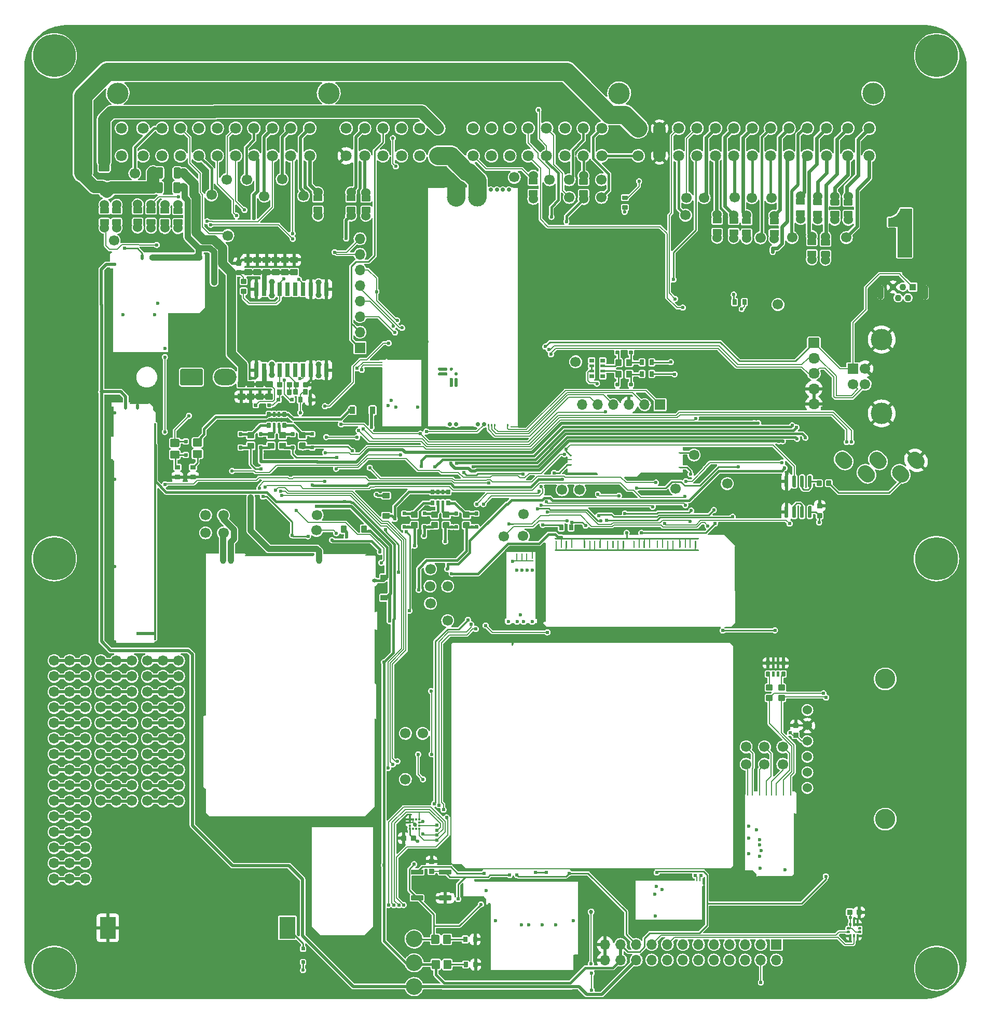
<source format=gtl>
G04 #@! TF.GenerationSoftware,KiCad,Pcbnew,(5.99.0-10559-g8513ca974c)*
G04 #@! TF.CreationDate,2021-11-01T12:15:16+02:00*
G04 #@! TF.ProjectId,hellen64_NA8_96,68656c6c-656e-4363-945f-4e41385f3936,a*
G04 #@! TF.SameCoordinates,PX141ef50PYa2cc1bc*
G04 #@! TF.FileFunction,Copper,L1,Top*
G04 #@! TF.FilePolarity,Positive*
%FSLAX46Y46*%
G04 Gerber Fmt 4.6, Leading zero omitted, Abs format (unit mm)*
G04 Created by KiCad (PCBNEW (5.99.0-10559-g8513ca974c)) date 2021-11-01 12:15:16*
%MOMM*%
%LPD*%
G01*
G04 APERTURE LIST*
G04 #@! TA.AperFunction,EtchedComponent*
%ADD10C,0.100000*%
G04 #@! TD*
G04 #@! TA.AperFunction,SMDPad,CuDef*
%ADD11O,0.499999X2.999999*%
G04 #@! TD*
G04 #@! TA.AperFunction,SMDPad,CuDef*
%ADD12O,0.499999X12.700000*%
G04 #@! TD*
G04 #@! TA.AperFunction,SMDPad,CuDef*
%ADD13O,1.200000X0.499999*%
G04 #@! TD*
G04 #@! TA.AperFunction,SMDPad,CuDef*
%ADD14O,17.400001X0.399999*%
G04 #@! TD*
G04 #@! TA.AperFunction,SMDPad,CuDef*
%ADD15O,0.499999X11.400000*%
G04 #@! TD*
G04 #@! TA.AperFunction,SMDPad,CuDef*
%ADD16O,14.449999X0.499999*%
G04 #@! TD*
G04 #@! TA.AperFunction,ComponentPad*
%ADD17C,0.599999*%
G04 #@! TD*
G04 #@! TA.AperFunction,SMDPad,CuDef*
%ADD18O,0.499999X0.250000*%
G04 #@! TD*
G04 #@! TA.AperFunction,ComponentPad*
%ADD19C,1.524000*%
G04 #@! TD*
G04 #@! TA.AperFunction,ComponentPad*
%ADD20C,1.700000*%
G04 #@! TD*
G04 #@! TA.AperFunction,ComponentPad*
%ADD21R,1.700000X1.700000*%
G04 #@! TD*
G04 #@! TA.AperFunction,ComponentPad*
%ADD22O,1.700000X1.700000*%
G04 #@! TD*
G04 #@! TA.AperFunction,SMDPad,CuDef*
%ADD23C,2.700000*%
G04 #@! TD*
G04 #@! TA.AperFunction,SMDPad,CuDef*
%ADD24O,1.699999X0.200000*%
G04 #@! TD*
G04 #@! TA.AperFunction,SMDPad,CuDef*
%ADD25O,0.200000X4.249999*%
G04 #@! TD*
G04 #@! TA.AperFunction,SMDPad,CuDef*
%ADD26O,11.324999X0.200000*%
G04 #@! TD*
G04 #@! TA.AperFunction,SMDPad,CuDef*
%ADD27O,0.200000X25.849999*%
G04 #@! TD*
G04 #@! TA.AperFunction,SMDPad,CuDef*
%ADD28O,0.200000X8.824999*%
G04 #@! TD*
G04 #@! TA.AperFunction,SMDPad,CuDef*
%ADD29O,0.200000X3.600000*%
G04 #@! TD*
G04 #@! TA.AperFunction,SMDPad,CuDef*
%ADD30O,0.200000X4.149999*%
G04 #@! TD*
G04 #@! TA.AperFunction,SMDPad,CuDef*
%ADD31O,0.200000X14.399999*%
G04 #@! TD*
G04 #@! TA.AperFunction,SMDPad,CuDef*
%ADD32O,25.699999X0.200000*%
G04 #@! TD*
G04 #@! TA.AperFunction,SMDPad,CuDef*
%ADD33O,1.000001X1.500000*%
G04 #@! TD*
G04 #@! TA.AperFunction,SMDPad,CuDef*
%ADD34O,0.800001X0.599999*%
G04 #@! TD*
G04 #@! TA.AperFunction,ComponentPad*
%ADD35C,3.500120*%
G04 #@! TD*
G04 #@! TA.AperFunction,ComponentPad*
%ADD36C,1.800000*%
G04 #@! TD*
G04 #@! TA.AperFunction,ComponentPad*
%ADD37R,1.100000X1.100000*%
G04 #@! TD*
G04 #@! TA.AperFunction,ComponentPad*
%ADD38C,1.100000*%
G04 #@! TD*
G04 #@! TA.AperFunction,ComponentPad*
%ADD39O,1.100000X2.400000*%
G04 #@! TD*
G04 #@! TA.AperFunction,ComponentPad*
%ADD40C,3.500000*%
G04 #@! TD*
G04 #@! TA.AperFunction,SMDPad,CuDef*
%ADD41O,0.250000X0.499999*%
G04 #@! TD*
G04 #@! TA.AperFunction,SMDPad,CuDef*
%ADD42O,5.669999X0.200000*%
G04 #@! TD*
G04 #@! TA.AperFunction,SMDPad,CuDef*
%ADD43O,0.399999X9.800001*%
G04 #@! TD*
G04 #@! TA.AperFunction,SMDPad,CuDef*
%ADD44O,6.799999X0.200000*%
G04 #@! TD*
G04 #@! TA.AperFunction,SMDPad,CuDef*
%ADD45O,0.200000X11.100001*%
G04 #@! TD*
G04 #@! TA.AperFunction,ComponentPad*
%ADD46C,3.302000*%
G04 #@! TD*
G04 #@! TA.AperFunction,SMDPad,CuDef*
%ADD47O,0.200000X6.799999*%
G04 #@! TD*
G04 #@! TA.AperFunction,SMDPad,CuDef*
%ADD48O,9.800001X0.399999*%
G04 #@! TD*
G04 #@! TA.AperFunction,SMDPad,CuDef*
%ADD49O,0.200000X5.669999*%
G04 #@! TD*
G04 #@! TA.AperFunction,SMDPad,CuDef*
%ADD50O,11.100001X0.200000*%
G04 #@! TD*
G04 #@! TA.AperFunction,ComponentPad*
%ADD51C,7.000000*%
G04 #@! TD*
G04 #@! TA.AperFunction,SMDPad,CuDef*
%ADD52R,0.375000X0.350000*%
G04 #@! TD*
G04 #@! TA.AperFunction,SMDPad,CuDef*
%ADD53R,0.350000X0.375000*%
G04 #@! TD*
G04 #@! TA.AperFunction,SMDPad,CuDef*
%ADD54R,2.600000X3.600000*%
G04 #@! TD*
G04 #@! TA.AperFunction,SMDPad,CuDef*
%ADD55O,0.499999X1.000001*%
G04 #@! TD*
G04 #@! TA.AperFunction,SMDPad,CuDef*
%ADD56O,8.744829X1.000001*%
G04 #@! TD*
G04 #@! TA.AperFunction,SMDPad,CuDef*
%ADD57O,9.199999X0.200000*%
G04 #@! TD*
G04 #@! TA.AperFunction,SMDPad,CuDef*
%ADD58O,0.499999X0.200000*%
G04 #@! TD*
G04 #@! TA.AperFunction,SMDPad,CuDef*
%ADD59O,0.399999X9.000000*%
G04 #@! TD*
G04 #@! TA.AperFunction,SMDPad,CuDef*
%ADD60O,0.200000X13.800000*%
G04 #@! TD*
G04 #@! TA.AperFunction,SMDPad,CuDef*
%ADD61O,5.399999X0.399999*%
G04 #@! TD*
G04 #@! TA.AperFunction,SMDPad,CuDef*
%ADD62O,0.200000X6.500000*%
G04 #@! TD*
G04 #@! TA.AperFunction,ComponentPad*
%ADD63C,0.700000*%
G04 #@! TD*
G04 #@! TA.AperFunction,SMDPad,CuDef*
%ADD64C,3.000000*%
G04 #@! TD*
G04 #@! TA.AperFunction,SMDPad,CuDef*
%ADD65R,0.950000X0.250000*%
G04 #@! TD*
G04 #@! TA.AperFunction,SMDPad,CuDef*
%ADD66R,0.250000X39.250000*%
G04 #@! TD*
G04 #@! TA.AperFunction,SMDPad,CuDef*
%ADD67R,1.450000X0.250000*%
G04 #@! TD*
G04 #@! TA.AperFunction,SMDPad,CuDef*
%ADD68R,3.100000X0.250000*%
G04 #@! TD*
G04 #@! TA.AperFunction,SMDPad,CuDef*
%ADD69R,2.950000X0.250000*%
G04 #@! TD*
G04 #@! TA.AperFunction,SMDPad,CuDef*
%ADD70R,2.250000X0.250000*%
G04 #@! TD*
G04 #@! TA.AperFunction,ComponentPad*
%ADD71O,3.700000X2.700000*%
G04 #@! TD*
G04 #@! TA.AperFunction,SMDPad,CuDef*
%ADD72O,5.100000X0.200000*%
G04 #@! TD*
G04 #@! TA.AperFunction,SMDPad,CuDef*
%ADD73O,0.200000X11.100000*%
G04 #@! TD*
G04 #@! TA.AperFunction,SMDPad,CuDef*
%ADD74O,0.200000X0.950000*%
G04 #@! TD*
G04 #@! TA.AperFunction,ComponentPad*
%ADD75C,0.600000*%
G04 #@! TD*
G04 #@! TA.AperFunction,SMDPad,CuDef*
%ADD76O,3.500000X0.200000*%
G04 #@! TD*
G04 #@! TA.AperFunction,SMDPad,CuDef*
%ADD77O,0.250000X0.500000*%
G04 #@! TD*
G04 #@! TA.AperFunction,SMDPad,CuDef*
%ADD78O,5.800001X0.250000*%
G04 #@! TD*
G04 #@! TA.AperFunction,SMDPad,CuDef*
%ADD79O,0.250000X10.200000*%
G04 #@! TD*
G04 #@! TA.AperFunction,SMDPad,CuDef*
%ADD80O,0.200000X0.399999*%
G04 #@! TD*
G04 #@! TA.AperFunction,SMDPad,CuDef*
%ADD81O,0.399999X5.000000*%
G04 #@! TD*
G04 #@! TA.AperFunction,SMDPad,CuDef*
%ADD82O,7.200001X0.399999*%
G04 #@! TD*
G04 #@! TA.AperFunction,SMDPad,CuDef*
%ADD83O,3.099999X0.200000*%
G04 #@! TD*
G04 #@! TA.AperFunction,SMDPad,CuDef*
%ADD84O,0.399999X30.000001*%
G04 #@! TD*
G04 #@! TA.AperFunction,SMDPad,CuDef*
%ADD85O,0.399999X35.400000*%
G04 #@! TD*
G04 #@! TA.AperFunction,SMDPad,CuDef*
%ADD86O,2.999999X0.499999*%
G04 #@! TD*
G04 #@! TA.AperFunction,SMDPad,CuDef*
%ADD87R,0.800000X2.200000*%
G04 #@! TD*
G04 #@! TA.AperFunction,SMDPad,CuDef*
%ADD88R,2.032000X5.080000*%
G04 #@! TD*
G04 #@! TA.AperFunction,SMDPad,CuDef*
%ADD89R,11.430000X7.620000*%
G04 #@! TD*
G04 #@! TA.AperFunction,ComponentPad*
%ADD90O,1.850000X1.700000*%
G04 #@! TD*
G04 #@! TA.AperFunction,ViaPad*
%ADD91C,0.600000*%
G04 #@! TD*
G04 #@! TA.AperFunction,ViaPad*
%ADD92C,0.609600*%
G04 #@! TD*
G04 #@! TA.AperFunction,ViaPad*
%ADD93C,0.685800*%
G04 #@! TD*
G04 #@! TA.AperFunction,ViaPad*
%ADD94C,1.000000*%
G04 #@! TD*
G04 #@! TA.AperFunction,Conductor*
%ADD95C,0.200000*%
G04 #@! TD*
G04 #@! TA.AperFunction,Conductor*
%ADD96C,0.400000*%
G04 #@! TD*
G04 #@! TA.AperFunction,Conductor*
%ADD97C,0.254000*%
G04 #@! TD*
G04 #@! TA.AperFunction,Conductor*
%ADD98C,3.000000*%
G04 #@! TD*
G04 #@! TA.AperFunction,Conductor*
%ADD99C,0.299720*%
G04 #@! TD*
G04 #@! TA.AperFunction,Conductor*
%ADD100C,2.000000*%
G04 #@! TD*
G04 #@! TA.AperFunction,Conductor*
%ADD101C,0.508000*%
G04 #@! TD*
G04 #@! TA.AperFunction,Conductor*
%ADD102C,0.600000*%
G04 #@! TD*
G04 #@! TA.AperFunction,Conductor*
%ADD103C,0.203200*%
G04 #@! TD*
G04 #@! TA.AperFunction,Conductor*
%ADD104C,1.000000*%
G04 #@! TD*
G04 #@! TA.AperFunction,Conductor*
%ADD105C,0.500000*%
G04 #@! TD*
G04 #@! TA.AperFunction,Conductor*
%ADD106C,1.500000*%
G04 #@! TD*
G04 #@! TA.AperFunction,Conductor*
%ADD107C,0.800000*%
G04 #@! TD*
G04 APERTURE END LIST*
D10*
G04 #@! TO.C,G3*
X144907029Y121113053D02*
X142607029Y121113053D01*
X142607029Y121113053D02*
X142607029Y126013053D01*
X142607029Y126013053D02*
X142597029Y126063053D01*
X142597029Y126063053D02*
X142557029Y126103053D01*
X142557029Y126103053D02*
X142507029Y126113053D01*
X142507029Y126113053D02*
X141107029Y126113053D01*
X141107029Y126113053D02*
X141107029Y127413053D01*
X141107029Y127413053D02*
X141207029Y127413053D01*
X141207029Y127413053D02*
X141387029Y127433053D01*
X141387029Y127433053D02*
X141597029Y127473053D01*
X141597029Y127473053D02*
X141807029Y127543053D01*
X141807029Y127543053D02*
X141937029Y127593053D01*
X141937029Y127593053D02*
X142117029Y127683053D01*
X142117029Y127683053D02*
X142287029Y127793053D01*
X142287029Y127793053D02*
X142467029Y127933053D01*
X142467029Y127933053D02*
X142657029Y128123053D01*
X142657029Y128123053D02*
X142747029Y128243053D01*
X142747029Y128243053D02*
X142857029Y128403053D01*
X142857029Y128403053D02*
X142967029Y128603053D01*
X142967029Y128603053D02*
X143047029Y128793053D01*
X143047029Y128793053D02*
X143087029Y128913053D01*
X143087029Y128913053D02*
X144907029Y128913053D01*
X144907029Y128913053D02*
X144907029Y121113053D01*
G36*
X144907029Y121113053D02*
G01*
X142607029Y121113053D01*
X142607029Y126013053D01*
X142597029Y126063053D01*
X142557029Y126103053D01*
X142507029Y126113053D01*
X141107029Y126113053D01*
X141107029Y127413053D01*
X141207029Y127413053D01*
X141387029Y127433053D01*
X141597029Y127473053D01*
X141807029Y127543053D01*
X141937029Y127593053D01*
X142117029Y127683053D01*
X142287029Y127793053D01*
X142467029Y127933053D01*
X142657029Y128123053D01*
X142747029Y128243053D01*
X142857029Y128403053D01*
X142967029Y128603053D01*
X143047029Y128793053D01*
X143087029Y128913053D01*
X144907029Y128913053D01*
X144907029Y121113053D01*
G37*
X144907029Y121113053D02*
X142607029Y121113053D01*
X142607029Y126013053D01*
X142597029Y126063053D01*
X142557029Y126103053D01*
X142507029Y126113053D01*
X141107029Y126113053D01*
X141107029Y127413053D01*
X141207029Y127413053D01*
X141387029Y127433053D01*
X141597029Y127473053D01*
X141807029Y127543053D01*
X141937029Y127593053D01*
X142117029Y127683053D01*
X142287029Y127793053D01*
X142467029Y127933053D01*
X142657029Y128123053D01*
X142747029Y128243053D01*
X142857029Y128403053D01*
X142967029Y128603053D01*
X143047029Y128793053D01*
X143087029Y128913053D01*
X144907029Y128913053D01*
X144907029Y121113053D01*
G04 #@! TD*
D11*
G04 #@! TO.P,M4,G,GND*
G04 #@! TO.N,GND*
X89968539Y5845064D03*
D12*
X90718540Y13232532D03*
D13*
X90318541Y7120058D03*
D14*
X82218547Y19395047D03*
D15*
X76018539Y10107529D03*
D16*
X82988541Y4570030D03*
D17*
G04 #@! TO.P,M4,V1,V33*
G04 #@! TO.N,+3V3*
X75468535Y17795040D03*
G04 #@! TO.P,M4,V2,GND*
G04 #@! TO.N,GND*
X77043549Y12890031D03*
G04 #@! TO.P,M4,V3,GND*
X89747567Y12899094D03*
G04 #@! TO.P,M4,V4,SD_CS*
G04 #@! TO.N,/SD_CS*
X81268539Y12220030D03*
G04 #@! TO.P,M4,V5,SD_MOSI*
G04 #@! TO.N,/SD_MOSI*
X82443543Y12220030D03*
G04 #@! TO.P,M4,V6,SD_SCK*
G04 #@! TO.N,/SD_SCK*
X84618537Y12220030D03*
G04 #@! TO.P,M4,V7,SD_MISO*
G04 #@! TO.N,/SD_MISO*
X86843539Y12220030D03*
G04 #@! TD*
D18*
G04 #@! TO.P,M9,E1,V5A*
G04 #@! TO.N,+5VA*
X89261466Y87168744D03*
G04 #@! TO.P,M9,E2,GND*
G04 #@! TO.N,GND*
X89261466Y88043744D03*
G04 #@! TO.P,M9,E3,OUT_KNOCK*
G04 #@! TO.N,/IN_KNOCK*
X89261466Y88743745D03*
G04 #@! TO.P,M9,W1,IN_KNOCK*
G04 #@! TO.N,/IN_KNOCK_RAW*
X107086464Y89193744D03*
G04 #@! TO.P,M9,W2,VREF*
G04 #@! TO.N,/VREF2*
X107086464Y86793741D03*
G04 #@! TD*
G04 #@! TO.P,R32,1,1*
G04 #@! TO.N,/OUT_PUMP_RELAY*
G04 #@! TA.AperFunction,SMDPad,CuDef*
G36*
G01*
X48649428Y128280339D02*
X47399428Y128280339D01*
G75*
G02*
X47299428Y128380339I0J100000D01*
G01*
X47299428Y129180339D01*
G75*
G02*
X47399428Y129280339I100000J0D01*
G01*
X48649428Y129280339D01*
G75*
G02*
X48749428Y129180339I0J-100000D01*
G01*
X48749428Y128380339D01*
G75*
G02*
X48649428Y128280339I-100000J0D01*
G01*
G37*
G04 #@! TD.AperFunction*
D19*
X48024428Y127825340D03*
G04 #@! TO.P,R32,2,2*
G04 #@! TO.N,/1U*
X48024428Y131635340D03*
G04 #@! TA.AperFunction,SMDPad,CuDef*
G36*
G01*
X48649428Y130180361D02*
X47399428Y130180361D01*
G75*
G02*
X47299428Y130280361I0J100000D01*
G01*
X47299428Y131080361D01*
G75*
G02*
X47399428Y131180361I100000J0D01*
G01*
X48649428Y131180361D01*
G75*
G02*
X48749428Y131080361I0J-100000D01*
G01*
X48749428Y130280361D01*
G75*
G02*
X48649428Y130180361I-100000J0D01*
G01*
G37*
G04 #@! TD.AperFunction*
G04 #@! TD*
D20*
G04 #@! TO.P,P5,1,Pin_1*
G04 #@! TO.N,/IO8*
X62302380Y35910220D03*
G04 #@! TD*
G04 #@! TO.P,P6,1,Pin_1*
G04 #@! TO.N,/IO13*
X62302380Y43412400D03*
G04 #@! TD*
G04 #@! TO.P,P47,1,Pin_1*
G04 #@! TO.N,/1N*
X33126680Y133730340D03*
G04 #@! TD*
G04 #@! TO.P,R2,1*
G04 #@! TO.N,Net-(D10-Pad2)*
G04 #@! TA.AperFunction,SMDPad,CuDef*
G36*
G01*
X24710000Y87162500D02*
X25490000Y87162500D01*
G75*
G02*
X25560000Y87092500I0J-70000D01*
G01*
X25560000Y86532500D01*
G75*
G02*
X25490000Y86462500I-70000J0D01*
G01*
X24710000Y86462500D01*
G75*
G02*
X24640000Y86532500I0J70000D01*
G01*
X24640000Y87092500D01*
G75*
G02*
X24710000Y87162500I70000J0D01*
G01*
G37*
G04 #@! TD.AperFunction*
G04 #@! TO.P,R2,2*
G04 #@! TO.N,GND*
G04 #@! TA.AperFunction,SMDPad,CuDef*
G36*
G01*
X24710000Y85562500D02*
X25490000Y85562500D01*
G75*
G02*
X25560000Y85492500I0J-70000D01*
G01*
X25560000Y84932500D01*
G75*
G02*
X25490000Y84862500I-70000J0D01*
G01*
X24710000Y84862500D01*
G75*
G02*
X24640000Y84932500I0J70000D01*
G01*
X24640000Y85492500D01*
G75*
G02*
X24710000Y85562500I70000J0D01*
G01*
G37*
G04 #@! TD.AperFunction*
G04 #@! TD*
D21*
G04 #@! TO.P,J27,1,Pin_1*
G04 #@! TO.N,Net-(J27-Pad1)*
X103851680Y97005340D03*
D22*
G04 #@! TO.P,J27,2,Pin_2*
G04 #@! TO.N,Net-(J27-Pad2)*
X101311680Y97005340D03*
G04 #@! TO.P,J27,3,Pin_3*
G04 #@! TO.N,GND*
X98771680Y97005340D03*
G04 #@! TO.P,J27,4,Pin_4*
G04 #@! TO.N,Net-(J27-Pad4)*
X96231680Y97005340D03*
G04 #@! TO.P,J27,5,Pin_5*
G04 #@! TO.N,Net-(J27-Pad5)*
X93691680Y97005340D03*
G04 #@! TO.P,J27,6,Pin_6*
G04 #@! TO.N,unconnected-(J27-Pad6)*
X91151680Y97005340D03*
G04 #@! TD*
G04 #@! TO.P,R4,1*
G04 #@! TO.N,/IN_MAF*
G04 #@! TA.AperFunction,SMDPad,CuDef*
G36*
G01*
X115676680Y113340340D02*
X115676680Y114120340D01*
G75*
G02*
X115746680Y114190340I70000J0D01*
G01*
X116306680Y114190340D01*
G75*
G02*
X116376680Y114120340I0J-70000D01*
G01*
X116376680Y113340340D01*
G75*
G02*
X116306680Y113270340I-70000J0D01*
G01*
X115746680Y113270340D01*
G75*
G02*
X115676680Y113340340I0J70000D01*
G01*
G37*
G04 #@! TD.AperFunction*
G04 #@! TO.P,R4,2*
G04 #@! TO.N,GNDA*
G04 #@! TA.AperFunction,SMDPad,CuDef*
G36*
G01*
X117276680Y113340340D02*
X117276680Y114120340D01*
G75*
G02*
X117346680Y114190340I70000J0D01*
G01*
X117906680Y114190340D01*
G75*
G02*
X117976680Y114120340I0J-70000D01*
G01*
X117976680Y113340340D01*
G75*
G02*
X117906680Y113270340I-70000J0D01*
G01*
X117346680Y113270340D01*
G75*
G02*
X117276680Y113340340I0J70000D01*
G01*
G37*
G04 #@! TD.AperFunction*
G04 #@! TD*
D20*
G04 #@! TO.P,P19,1,Pin_1*
G04 #@! TO.N,/3K*
X116001680Y130780340D03*
G04 #@! TD*
D23*
G04 #@! TO.P,J19,1,Pin_1*
G04 #@! TO.N,+12V*
X63719659Y2136041D03*
G04 #@! TD*
G04 #@! TO.P,C3,1*
G04 #@! TO.N,GND*
G04 #@! TA.AperFunction,SMDPad,CuDef*
G36*
G01*
X61596678Y25965340D02*
X61596678Y26645340D01*
G75*
G02*
X61681678Y26730340I85000J0D01*
G01*
X62361678Y26730340D01*
G75*
G02*
X62446678Y26645340I0J-85000D01*
G01*
X62446678Y25965340D01*
G75*
G02*
X62361678Y25880340I-85000J0D01*
G01*
X61681678Y25880340D01*
G75*
G02*
X61596678Y25965340I0J85000D01*
G01*
G37*
G04 #@! TD.AperFunction*
G04 #@! TO.P,C3,2*
G04 #@! TO.N,+3V3*
G04 #@! TA.AperFunction,SMDPad,CuDef*
G36*
G01*
X63176680Y25965340D02*
X63176680Y26645340D01*
G75*
G02*
X63261680Y26730340I85000J0D01*
G01*
X63941680Y26730340D01*
G75*
G02*
X64026680Y26645340I0J-85000D01*
G01*
X64026680Y25965340D01*
G75*
G02*
X63941680Y25880340I-85000J0D01*
G01*
X63261680Y25880340D01*
G75*
G02*
X63176680Y25965340I0J85000D01*
G01*
G37*
G04 #@! TD.AperFunction*
G04 #@! TD*
D20*
G04 #@! TO.P,P26,1,Pin_1*
G04 #@! TO.N,/IN_MAP*
X90076680Y104005340D03*
G04 #@! TD*
G04 #@! TO.P,G4,1*
G04 #@! TO.N,Net-(G4-Pad1)*
X20210000Y45097322D03*
G04 #@! TO.P,G4,2*
G04 #@! TO.N,Net-(G4-Pad12)*
X20210000Y47637322D03*
G04 #@! TO.P,G4,3*
G04 #@! TO.N,Net-(G4-Pad13)*
X20210000Y50177322D03*
G04 #@! TO.P,G4,4*
G04 #@! TO.N,Net-(G4-Pad14)*
X20210000Y52717322D03*
G04 #@! TO.P,G4,5*
G04 #@! TO.N,Net-(G4-Pad10)*
X20210000Y55257322D03*
G04 #@! TO.P,G4,6*
G04 #@! TO.N,Net-(G4-Pad1)*
X22750000Y45097322D03*
G04 #@! TO.P,G4,7*
G04 #@! TO.N,Net-(G4-Pad12)*
X22750000Y47637322D03*
G04 #@! TO.P,G4,8*
G04 #@! TO.N,Net-(G4-Pad13)*
X22750000Y50177322D03*
G04 #@! TO.P,G4,9*
G04 #@! TO.N,Net-(G4-Pad14)*
X22750000Y52717322D03*
G04 #@! TO.P,G4,10*
G04 #@! TO.N,Net-(G4-Pad10)*
X22750000Y55257322D03*
G04 #@! TO.P,G4,11*
G04 #@! TO.N,Net-(G4-Pad1)*
X25290000Y45097322D03*
G04 #@! TO.P,G4,12*
G04 #@! TO.N,Net-(G4-Pad12)*
X25290000Y47637322D03*
G04 #@! TO.P,G4,13*
G04 #@! TO.N,Net-(G4-Pad13)*
X25290000Y50177322D03*
G04 #@! TO.P,G4,14*
G04 #@! TO.N,Net-(G4-Pad14)*
X25290000Y52717322D03*
G04 #@! TO.P,G4,15*
G04 #@! TO.N,Net-(G4-Pad10)*
X25290000Y55257322D03*
G04 #@! TD*
G04 #@! TO.P,R9,1*
G04 #@! TO.N,Net-(C8-Pad1)*
G04 #@! TA.AperFunction,SMDPad,CuDef*
G36*
G01*
X44026680Y98690340D02*
X44026680Y99470340D01*
G75*
G02*
X44096680Y99540340I70000J0D01*
G01*
X44656680Y99540340D01*
G75*
G02*
X44726680Y99470340I0J-70000D01*
G01*
X44726680Y98690340D01*
G75*
G02*
X44656680Y98620340I-70000J0D01*
G01*
X44096680Y98620340D01*
G75*
G02*
X44026680Y98690340I0J70000D01*
G01*
G37*
G04 #@! TD.AperFunction*
G04 #@! TO.P,R9,2*
G04 #@! TO.N,/ETB_EN*
G04 #@! TA.AperFunction,SMDPad,CuDef*
G36*
G01*
X45626680Y98690340D02*
X45626680Y99470340D01*
G75*
G02*
X45696680Y99540340I70000J0D01*
G01*
X46256680Y99540340D01*
G75*
G02*
X46326680Y99470340I0J-70000D01*
G01*
X46326680Y98690340D01*
G75*
G02*
X46256680Y98620340I-70000J0D01*
G01*
X45696680Y98620340D01*
G75*
G02*
X45626680Y98690340I0J70000D01*
G01*
G37*
G04 #@! TD.AperFunction*
G04 #@! TD*
G04 #@! TO.P,P10,1,Pin_1*
G04 #@! TO.N,/2N*
X89051680Y133680340D03*
G04 #@! TD*
D19*
G04 #@! TO.P,R21,1,1*
G04 #@! TO.N,/IN_TEMP_OR_PPS2*
X55876680Y127800319D03*
G04 #@! TA.AperFunction,SMDPad,CuDef*
G36*
G01*
X56501680Y128255318D02*
X55251680Y128255318D01*
G75*
G02*
X55151680Y128355318I0J100000D01*
G01*
X55151680Y129155318D01*
G75*
G02*
X55251680Y129255318I100000J0D01*
G01*
X56501680Y129255318D01*
G75*
G02*
X56601680Y129155318I0J-100000D01*
G01*
X56601680Y128355318D01*
G75*
G02*
X56501680Y128255318I-100000J0D01*
G01*
G37*
G04 #@! TD.AperFunction*
G04 #@! TO.P,R21,2,2*
G04 #@! TO.N,/4C*
G04 #@! TA.AperFunction,SMDPad,CuDef*
G36*
G01*
X56501680Y130155340D02*
X55251680Y130155340D01*
G75*
G02*
X55151680Y130255340I0J100000D01*
G01*
X55151680Y131055340D01*
G75*
G02*
X55251680Y131155340I100000J0D01*
G01*
X56501680Y131155340D01*
G75*
G02*
X56601680Y131055340I0J-100000D01*
G01*
X56601680Y130255340D01*
G75*
G02*
X56501680Y130155340I-100000J0D01*
G01*
G37*
G04 #@! TD.AperFunction*
X55876680Y131610319D03*
G04 #@! TD*
D20*
G04 #@! TO.P,P12,1,Pin_1*
G04 #@! TO.N,/OUT_SOLENOID_A1*
X29701680Y79005340D03*
G04 #@! TD*
G04 #@! TO.P,G12,1*
G04 #@! TO.N,Net-(G12-Pad1)*
X12590000Y32397322D03*
G04 #@! TO.P,G12,2*
G04 #@! TO.N,Net-(G12-Pad12)*
X12590000Y34937322D03*
G04 #@! TO.P,G12,3*
G04 #@! TO.N,Net-(G12-Pad13)*
X12590000Y37477322D03*
G04 #@! TO.P,G12,4*
G04 #@! TO.N,Net-(G12-Pad14)*
X12590000Y40017322D03*
G04 #@! TO.P,G12,5*
G04 #@! TO.N,Net-(G12-Pad10)*
X12590000Y42557322D03*
G04 #@! TO.P,G12,6*
G04 #@! TO.N,Net-(G12-Pad1)*
X15130000Y32397322D03*
G04 #@! TO.P,G12,7*
G04 #@! TO.N,Net-(G12-Pad12)*
X15130000Y34937322D03*
G04 #@! TO.P,G12,8*
G04 #@! TO.N,Net-(G12-Pad13)*
X15130000Y37477322D03*
G04 #@! TO.P,G12,9*
G04 #@! TO.N,Net-(G12-Pad14)*
X15130000Y40017322D03*
G04 #@! TO.P,G12,10*
G04 #@! TO.N,Net-(G12-Pad10)*
X15130000Y42557322D03*
G04 #@! TO.P,G12,11*
G04 #@! TO.N,Net-(G12-Pad1)*
X17670000Y32397322D03*
G04 #@! TO.P,G12,12*
G04 #@! TO.N,Net-(G12-Pad12)*
X17670000Y34937322D03*
G04 #@! TO.P,G12,13*
G04 #@! TO.N,Net-(G12-Pad13)*
X17670000Y37477322D03*
G04 #@! TO.P,G12,14*
G04 #@! TO.N,Net-(G12-Pad14)*
X17670000Y40017322D03*
G04 #@! TO.P,G12,15*
G04 #@! TO.N,Net-(G12-Pad10)*
X17670000Y42557322D03*
G04 #@! TD*
G04 #@! TO.P,P39,1,Pin_1*
G04 #@! TO.N,/3M*
X118851680Y130755340D03*
G04 #@! TD*
D24*
G04 #@! TO.P,M5,G,GND*
G04 #@! TO.N,GND*
X56641543Y72456720D03*
D25*
X57391527Y65321721D03*
D26*
X41691538Y72396721D03*
D27*
X29641557Y59196722D03*
G04 #@! TA.AperFunction,SMDPad,CuDef*
G36*
G01*
X30281049Y29751948D02*
X30281049Y29751948D01*
G75*
G02*
X30139627Y29751948I-70711J70711D01*
G01*
X29573941Y30317634D01*
G75*
G02*
X29573941Y30459056I70711J70711D01*
G01*
X29573941Y30459056D01*
G75*
G02*
X29715363Y30459056I70711J-70711D01*
G01*
X30281049Y29893370D01*
G75*
G02*
X30281049Y29751948I-70711J-70711D01*
G01*
G37*
G04 #@! TD.AperFunction*
D28*
X57389990Y55959347D03*
D29*
X57541542Y70631720D03*
D30*
X29639995Y32385711D03*
D31*
X57389993Y38601063D03*
G04 #@! TA.AperFunction,SMDPad,CuDef*
G36*
G01*
X57441065Y31485197D02*
X57441065Y31485197D01*
G75*
G02*
X57441065Y31343775I-70711J-70711D01*
G01*
X55864217Y29766927D01*
G75*
G02*
X55722795Y29766927I-70711J70711D01*
G01*
X55722795Y29766927D01*
G75*
G02*
X55722795Y29908349I70711J70711D01*
G01*
X57299643Y31485197D01*
G75*
G02*
X57441065Y31485197I70711J-70711D01*
G01*
G37*
G04 #@! TD.AperFunction*
G04 #@! TA.AperFunction,SMDPad,CuDef*
G36*
G01*
X57506862Y72489596D02*
X57577572Y72418886D01*
G75*
G02*
X57577572Y72277464I-70711J-70711D01*
G01*
X57577572Y72277464D01*
G75*
G02*
X57436150Y72277464I-70711J70711D01*
G01*
X57365440Y72348174D01*
G75*
G02*
X57365440Y72489596I70711J70711D01*
G01*
X57365440Y72489596D01*
G75*
G02*
X57506862Y72489596I70711J-70711D01*
G01*
G37*
G04 #@! TD.AperFunction*
D32*
X43016547Y29821710D03*
D33*
G04 #@! TO.P,M5,S4,OUT_SOLENOID_B1*
G04 #@! TO.N,/OUT_SOLENOID_B1*
X32559110Y71817999D03*
G04 #@! TO.P,M5,S5,OUT_SOLENOID_B2*
G04 #@! TO.N,/OUT_SOLENOID_B2*
X33814975Y71817999D03*
G04 #@! TO.P,M5,S11,V12_RAW*
G04 #@! TO.N,+12V_RAW*
X48190001Y71817999D03*
D34*
G04 #@! TO.P,M5,W5,V12P*
G04 #@! TO.N,+12V_PROT*
X57244999Y68321715D03*
G04 #@! TD*
D20*
G04 #@! TO.P,P40,1,Pin_1*
G04 #@! TO.N,/3H*
X108176680Y130755340D03*
G04 #@! TD*
G04 #@! TO.P,D1,1,A*
G04 #@! TO.N,+5V*
G04 #@! TA.AperFunction,SMDPad,CuDef*
G36*
G01*
X67906019Y6350340D02*
X67906019Y5110340D01*
G75*
G02*
X67776019Y4980340I-130000J0D01*
G01*
X66736019Y4980340D01*
G75*
G02*
X66606019Y5110340I0J130000D01*
G01*
X66606019Y6350340D01*
G75*
G02*
X66736019Y6480340I130000J0D01*
G01*
X67776019Y6480340D01*
G75*
G02*
X67906019Y6350340I0J-130000D01*
G01*
G37*
G04 #@! TD.AperFunction*
G04 #@! TO.P,D1,2,K*
G04 #@! TO.N,Net-(D1-Pad2)*
G04 #@! TA.AperFunction,SMDPad,CuDef*
G36*
G01*
X69806040Y6350340D02*
X69806040Y5110340D01*
G75*
G02*
X69676040Y4980340I-130000J0D01*
G01*
X68636040Y4980340D01*
G75*
G02*
X68506040Y5110340I0J130000D01*
G01*
X68506040Y6350340D01*
G75*
G02*
X68636040Y6480340I130000J0D01*
G01*
X69676040Y6480340D01*
G75*
G02*
X69806040Y6350340I0J-130000D01*
G01*
G37*
G04 #@! TD.AperFunction*
G04 #@! TD*
G04 #@! TO.P,R48,1,1*
G04 #@! TO.N,+12V_PERM*
G04 #@! TA.AperFunction,SMDPad,CuDef*
G36*
G01*
X113801680Y124655339D02*
X112551680Y124655339D01*
G75*
G02*
X112451680Y124755339I0J100000D01*
G01*
X112451680Y125555339D01*
G75*
G02*
X112551680Y125655339I100000J0D01*
G01*
X113801680Y125655339D01*
G75*
G02*
X113901680Y125555339I0J-100000D01*
G01*
X113901680Y124755339D01*
G75*
G02*
X113801680Y124655339I-100000J0D01*
G01*
G37*
G04 #@! TD.AperFunction*
D19*
X113176680Y124200340D03*
G04 #@! TO.P,R48,2,2*
G04 #@! TO.N,/3I*
X113176680Y128010340D03*
G04 #@! TA.AperFunction,SMDPad,CuDef*
G36*
G01*
X113801680Y126555361D02*
X112551680Y126555361D01*
G75*
G02*
X112451680Y126655361I0J100000D01*
G01*
X112451680Y127455361D01*
G75*
G02*
X112551680Y127555361I100000J0D01*
G01*
X113801680Y127555361D01*
G75*
G02*
X113901680Y127455361I0J-100000D01*
G01*
X113901680Y126655361D01*
G75*
G02*
X113801680Y126555361I-100000J0D01*
G01*
G37*
G04 #@! TD.AperFunction*
G04 #@! TD*
G04 #@! TO.P,D15,1,K*
G04 #@! TO.N,Net-(D15-Pad1)*
G04 #@! TA.AperFunction,SMDPad,CuDef*
G36*
G01*
X62411889Y79496090D02*
X62411889Y79016090D01*
G75*
G02*
X62351889Y78956090I-60000J0D01*
G01*
X61871889Y78956090D01*
G75*
G02*
X61811889Y79016090I0J60000D01*
G01*
X61811889Y79496090D01*
G75*
G02*
X61871889Y79556090I60000J0D01*
G01*
X62351889Y79556090D01*
G75*
G02*
X62411889Y79496090I0J-60000D01*
G01*
G37*
G04 #@! TD.AperFunction*
G04 #@! TO.P,D15,2,A*
G04 #@! TO.N,/OUT_INJ1*
G04 #@! TA.AperFunction,SMDPad,CuDef*
G36*
G01*
X62411889Y77296090D02*
X62411889Y76816090D01*
G75*
G02*
X62351889Y76756090I-60000J0D01*
G01*
X61871889Y76756090D01*
G75*
G02*
X61811889Y76816090I0J60000D01*
G01*
X61811889Y77296090D01*
G75*
G02*
X61871889Y77356090I60000J0D01*
G01*
X62351889Y77356090D01*
G75*
G02*
X62411889Y77296090I0J-60000D01*
G01*
G37*
G04 #@! TD.AperFunction*
G04 #@! TD*
G04 #@! TO.P,C7,1*
G04 #@! TO.N,GND*
G04 #@! TA.AperFunction,SMDPad,CuDef*
G36*
G01*
X34790197Y120526785D02*
X35470197Y120526785D01*
G75*
G02*
X35555197Y120441785I0J-85000D01*
G01*
X35555197Y119761785D01*
G75*
G02*
X35470197Y119676785I-85000J0D01*
G01*
X34790197Y119676785D01*
G75*
G02*
X34705197Y119761785I0J85000D01*
G01*
X34705197Y120441785D01*
G75*
G02*
X34790197Y120526785I85000J0D01*
G01*
G37*
G04 #@! TD.AperFunction*
G04 #@! TO.P,C7,2*
G04 #@! TO.N,+12V_ETB*
G04 #@! TA.AperFunction,SMDPad,CuDef*
G36*
G01*
X34790197Y118946783D02*
X35470197Y118946783D01*
G75*
G02*
X35555197Y118861783I0J-85000D01*
G01*
X35555197Y118181783D01*
G75*
G02*
X35470197Y118096783I-85000J0D01*
G01*
X34790197Y118096783D01*
G75*
G02*
X34705197Y118181783I0J85000D01*
G01*
X34705197Y118861783D01*
G75*
G02*
X34790197Y118946783I85000J0D01*
G01*
G37*
G04 #@! TD.AperFunction*
G04 #@! TD*
G04 #@! TO.P,C1,1*
G04 #@! TO.N,GND*
G04 #@! TA.AperFunction,SMDPad,CuDef*
G36*
G01*
X66211680Y22945341D02*
X66891680Y22945341D01*
G75*
G02*
X66976680Y22860341I0J-85000D01*
G01*
X66976680Y22180341D01*
G75*
G02*
X66891680Y22095341I-85000J0D01*
G01*
X66211680Y22095341D01*
G75*
G02*
X66126680Y22180341I0J85000D01*
G01*
X66126680Y22860341D01*
G75*
G02*
X66211680Y22945341I85000J0D01*
G01*
G37*
G04 #@! TD.AperFunction*
G04 #@! TO.P,C1,2*
G04 #@! TO.N,/NRESET*
G04 #@! TA.AperFunction,SMDPad,CuDef*
G36*
G01*
X66211680Y21365339D02*
X66891680Y21365339D01*
G75*
G02*
X66976680Y21280339I0J-85000D01*
G01*
X66976680Y20600339D01*
G75*
G02*
X66891680Y20515339I-85000J0D01*
G01*
X66211680Y20515339D01*
G75*
G02*
X66126680Y20600339I0J85000D01*
G01*
X66126680Y21280339D01*
G75*
G02*
X66211680Y21365339I85000J0D01*
G01*
G37*
G04 #@! TD.AperFunction*
G04 #@! TD*
D20*
G04 #@! TO.P,P15,1,Pin_1*
G04 #@! TO.N,/3Y*
X134251680Y124255340D03*
G04 #@! TD*
G04 #@! TO.P,S1,1*
G04 #@! TO.N,/BOOT0*
G04 #@! TA.AperFunction,SMDPad,CuDef*
G36*
G01*
X63281680Y21205341D02*
X65121680Y21205341D01*
G75*
G02*
X65201680Y21125341I0J-80000D01*
G01*
X65201680Y20485341D01*
G75*
G02*
X65121680Y20405341I-80000J0D01*
G01*
X63281680Y20405341D01*
G75*
G02*
X63201680Y20485341I0J80000D01*
G01*
X63201680Y21125341D01*
G75*
G02*
X63281680Y21205341I80000J0D01*
G01*
G37*
G04 #@! TD.AperFunction*
G04 #@! TO.P,S1,2*
G04 #@! TO.N,+3V3*
G04 #@! TA.AperFunction,SMDPad,CuDef*
G36*
G01*
X63281680Y17005340D02*
X65121680Y17005340D01*
G75*
G02*
X65201680Y16925340I0J-80000D01*
G01*
X65201680Y16285340D01*
G75*
G02*
X65121680Y16205340I-80000J0D01*
G01*
X63281680Y16205340D01*
G75*
G02*
X63201680Y16285340I0J80000D01*
G01*
X63201680Y16925340D01*
G75*
G02*
X63281680Y17005340I80000J0D01*
G01*
G37*
G04 #@! TD.AperFunction*
G04 #@! TD*
G04 #@! TO.P,D6,1,A*
G04 #@! TO.N,Net-(D12-Pad1)*
G04 #@! TA.AperFunction,SMDPad,CuDef*
G36*
G01*
X71811891Y79556089D02*
X72711891Y79556089D01*
G75*
G02*
X72811891Y79456089I0J-100000D01*
G01*
X72811891Y78656089D01*
G75*
G02*
X72711891Y78556089I-100000J0D01*
G01*
X71811891Y78556089D01*
G75*
G02*
X71711891Y78656089I0J100000D01*
G01*
X71711891Y79456089D01*
G75*
G02*
X71811891Y79556089I100000J0D01*
G01*
G37*
G04 #@! TD.AperFunction*
G04 #@! TO.P,D6,2,K*
G04 #@! TO.N,/OUT_INJ4*
G04 #@! TA.AperFunction,SMDPad,CuDef*
G36*
G01*
X71811891Y77856089D02*
X72711891Y77856089D01*
G75*
G02*
X72811891Y77756089I0J-100000D01*
G01*
X72811891Y76956089D01*
G75*
G02*
X72711891Y76856089I-100000J0D01*
G01*
X71811891Y76856089D01*
G75*
G02*
X71711891Y76956089I0J100000D01*
G01*
X71711891Y77756089D01*
G75*
G02*
X71811891Y77856089I100000J0D01*
G01*
G37*
G04 #@! TD.AperFunction*
G04 #@! TD*
G04 #@! TO.P,P21,1,Pin_1*
G04 #@! TO.N,Net-(P2-Pad20)*
X39276680Y131005340D03*
G04 #@! TD*
G04 #@! TO.P,C4,1*
G04 #@! TO.N,Net-(C4-Pad1)*
G04 #@! TA.AperFunction,SMDPad,CuDef*
G36*
G01*
X131806682Y84545340D02*
X131806682Y83865340D01*
G75*
G02*
X131721682Y83780340I-85000J0D01*
G01*
X131041682Y83780340D01*
G75*
G02*
X130956682Y83865340I0J85000D01*
G01*
X130956682Y84545340D01*
G75*
G02*
X131041682Y84630340I85000J0D01*
G01*
X131721682Y84630340D01*
G75*
G02*
X131806682Y84545340I0J-85000D01*
G01*
G37*
G04 #@! TD.AperFunction*
G04 #@! TO.P,C4,2*
G04 #@! TO.N,Net-(C4-Pad2)*
G04 #@! TA.AperFunction,SMDPad,CuDef*
G36*
G01*
X130226680Y84545340D02*
X130226680Y83865340D01*
G75*
G02*
X130141680Y83780340I-85000J0D01*
G01*
X129461680Y83780340D01*
G75*
G02*
X129376680Y83865340I0J85000D01*
G01*
X129376680Y84545340D01*
G75*
G02*
X129461680Y84630340I85000J0D01*
G01*
X130141680Y84630340D01*
G75*
G02*
X130226680Y84545340I0J-85000D01*
G01*
G37*
G04 #@! TD.AperFunction*
G04 #@! TD*
G04 #@! TO.P,R24,1,1*
G04 #@! TO.N,/OUT_TACH*
G04 #@! TA.AperFunction,SMDPad,CuDef*
G36*
G01*
X116501680Y124605339D02*
X115251680Y124605339D01*
G75*
G02*
X115151680Y124705339I0J100000D01*
G01*
X115151680Y125505339D01*
G75*
G02*
X115251680Y125605339I100000J0D01*
G01*
X116501680Y125605339D01*
G75*
G02*
X116601680Y125505339I0J-100000D01*
G01*
X116601680Y124705339D01*
G75*
G02*
X116501680Y124605339I-100000J0D01*
G01*
G37*
G04 #@! TD.AperFunction*
D19*
X115876680Y124150340D03*
G04 #@! TO.P,R24,2,2*
G04 #@! TO.N,/3L*
G04 #@! TA.AperFunction,SMDPad,CuDef*
G36*
G01*
X116501680Y126505361D02*
X115251680Y126505361D01*
G75*
G02*
X115151680Y126605361I0J100000D01*
G01*
X115151680Y127405361D01*
G75*
G02*
X115251680Y127505361I100000J0D01*
G01*
X116501680Y127505361D01*
G75*
G02*
X116601680Y127405361I0J-100000D01*
G01*
X116601680Y126605361D01*
G75*
G02*
X116501680Y126505361I-100000J0D01*
G01*
G37*
G04 #@! TD.AperFunction*
X115876680Y127960340D03*
G04 #@! TD*
G04 #@! TO.P,D28,1,K*
G04 #@! TO.N,+12V_PROT*
G04 #@! TA.AperFunction,SMDPad,CuDef*
G36*
G01*
X55996680Y77215340D02*
X55996680Y76195340D01*
G75*
G02*
X55906680Y76105340I-90000J0D01*
G01*
X55186680Y76105340D01*
G75*
G02*
X55096680Y76195340I0J90000D01*
G01*
X55096680Y77215340D01*
G75*
G02*
X55186680Y77305340I90000J0D01*
G01*
X55906680Y77305340D01*
G75*
G02*
X55996680Y77215340I0J-90000D01*
G01*
G37*
G04 #@! TD.AperFunction*
G04 #@! TO.P,D28,2,A*
G04 #@! TO.N,/OUT_BOOST*
G04 #@! TA.AperFunction,SMDPad,CuDef*
G36*
G01*
X52696680Y77215340D02*
X52696680Y76195340D01*
G75*
G02*
X52606680Y76105340I-90000J0D01*
G01*
X51886680Y76105340D01*
G75*
G02*
X51796680Y76195340I0J90000D01*
G01*
X51796680Y77215340D01*
G75*
G02*
X51886680Y77305340I90000J0D01*
G01*
X52606680Y77305340D01*
G75*
G02*
X52696680Y77215340I0J-90000D01*
G01*
G37*
G04 #@! TD.AperFunction*
G04 #@! TD*
G04 #@! TO.P,D12,1,K*
G04 #@! TO.N,Net-(D12-Pad1)*
G04 #@! TA.AperFunction,SMDPad,CuDef*
G36*
G01*
X74199386Y79494591D02*
X74199386Y79014591D01*
G75*
G02*
X74139386Y78954591I-60000J0D01*
G01*
X73659386Y78954591D01*
G75*
G02*
X73599386Y79014591I0J60000D01*
G01*
X73599386Y79494591D01*
G75*
G02*
X73659386Y79554591I60000J0D01*
G01*
X74139386Y79554591D01*
G75*
G02*
X74199386Y79494591I0J-60000D01*
G01*
G37*
G04 #@! TD.AperFunction*
G04 #@! TO.P,D12,2,A*
G04 #@! TO.N,/OUT_INJ4*
G04 #@! TA.AperFunction,SMDPad,CuDef*
G36*
G01*
X74199386Y77294591D02*
X74199386Y76814591D01*
G75*
G02*
X74139386Y76754591I-60000J0D01*
G01*
X73659386Y76754591D01*
G75*
G02*
X73599386Y76814591I0J60000D01*
G01*
X73599386Y77294591D01*
G75*
G02*
X73659386Y77354591I60000J0D01*
G01*
X74139386Y77354591D01*
G75*
G02*
X74199386Y77294591I0J-60000D01*
G01*
G37*
G04 #@! TD.AperFunction*
G04 #@! TD*
G04 #@! TO.P,R42,1,1*
G04 #@! TO.N,/OUT_ECF_RELAY*
G04 #@! TA.AperFunction,SMDPad,CuDef*
G36*
G01*
X13826680Y126280339D02*
X12576680Y126280339D01*
G75*
G02*
X12476680Y126380339I0J100000D01*
G01*
X12476680Y127180339D01*
G75*
G02*
X12576680Y127280339I100000J0D01*
G01*
X13826680Y127280339D01*
G75*
G02*
X13926680Y127180339I0J-100000D01*
G01*
X13926680Y126380339D01*
G75*
G02*
X13826680Y126280339I-100000J0D01*
G01*
G37*
G04 #@! TD.AperFunction*
X13201680Y125825340D03*
G04 #@! TO.P,R42,2,2*
G04 #@! TO.N,/1A*
X13201680Y129635340D03*
G04 #@! TA.AperFunction,SMDPad,CuDef*
G36*
G01*
X13826680Y128180361D02*
X12576680Y128180361D01*
G75*
G02*
X12476680Y128280361I0J100000D01*
G01*
X12476680Y129080361D01*
G75*
G02*
X12576680Y129180361I100000J0D01*
G01*
X13826680Y129180361D01*
G75*
G02*
X13926680Y129080361I0J-100000D01*
G01*
X13926680Y128280361D01*
G75*
G02*
X13826680Y128180361I-100000J0D01*
G01*
G37*
G04 #@! TD.AperFunction*
G04 #@! TD*
D35*
G04 #@! TO.P,P2,*
G04 #@! TO.N,*
X138640980Y147779760D03*
X15340980Y147779760D03*
X49790980Y147779760D03*
X97190980Y147779760D03*
D36*
G04 #@! TO.P,P2,1,1A*
G04 #@! TO.N,/1A*
X15990980Y137579120D03*
G04 #@! TO.P,P2,2,1C*
G04 #@! TO.N,/1C*
X19488560Y137579120D03*
G04 #@! TO.P,P2,3,1E*
G04 #@! TO.N,/1E*
X22589900Y137579120D03*
G04 #@! TO.P,P2,4,1G*
G04 #@! TO.N,/1G*
X25589640Y137579120D03*
G04 #@! TO.P,P2,5,1I*
G04 #@! TO.N,/1I*
X28589380Y137579120D03*
G04 #@! TO.P,P2,6,1K*
G04 #@! TO.N,/IN_AC_SW*
X31589120Y137579120D03*
G04 #@! TO.P,P2,7,1M*
G04 #@! TO.N,/IN_VSS*
X34588860Y137579120D03*
G04 #@! TO.P,P2,8,1O*
G04 #@! TO.N,GNDA*
X37588600Y137579120D03*
G04 #@! TO.P,P2,9,1Q*
G04 #@! TO.N,/IN_BRAKE*
X40588340Y137579120D03*
G04 #@! TO.P,P2,10,1S*
G04 #@! TO.N,/IN_KNOCK_RAW*
X43588080Y137579120D03*
G04 #@! TO.P,P2,11,1U*
G04 #@! TO.N,/1U*
X46689420Y137579120D03*
G04 #@! TO.P,P2,12,1B*
G04 #@! TO.N,/1B*
X15990980Y142080000D03*
G04 #@! TO.P,P2,13,1D*
G04 #@! TO.N,/1D*
X19488560Y142080000D03*
G04 #@! TO.P,P2,14,1F*
G04 #@! TO.N,/1F*
X22589900Y142080000D03*
G04 #@! TO.P,P2,15,1H*
G04 #@! TO.N,/1H*
X25589640Y142080000D03*
G04 #@! TO.P,P2,16,1J*
G04 #@! TO.N,/1J*
X28589380Y142080000D03*
G04 #@! TO.P,P2,17,1L*
G04 #@! TO.N,/IN_CLUTCH*
X31589120Y142080000D03*
G04 #@! TO.P,P2,18,1N*
G04 #@! TO.N,/1N*
X34588860Y142080000D03*
G04 #@! TO.P,P2,19,1P*
G04 #@! TO.N,/1P*
X37588600Y142080000D03*
G04 #@! TO.P,P2,20,1R*
G04 #@! TO.N,Net-(P2-Pad20)*
X40588340Y142080000D03*
G04 #@! TO.P,P2,21,1T*
G04 #@! TO.N,Net-(P2-Pad21)*
X43588080Y142080000D03*
G04 #@! TO.P,P2,22,1V*
G04 #@! TO.N,/1V*
X46689420Y142080000D03*
G04 #@! TO.P,P2,23,2A*
G04 #@! TO.N,Net-(P2-Pad23)*
X73340980Y137579120D03*
G04 #@! TO.P,P2,24,2C*
G04 #@! TO.N,/IN_AFR*
X76340720Y137579120D03*
G04 #@! TO.P,P2,25,2E*
G04 #@! TO.N,/2E*
X79340460Y137579120D03*
G04 #@! TO.P,P2,26,2G*
G04 #@! TO.N,/IN_CLT*
X82340200Y137579120D03*
G04 #@! TO.P,P2,27,2I*
G04 #@! TO.N,+5VA*
X85342480Y137579120D03*
G04 #@! TO.P,P2,28,2K*
G04 #@! TO.N,/IN_IAT*
X88342220Y137579120D03*
G04 #@! TO.P,P2,29,2M*
G04 #@! TO.N,/2M*
X91341960Y137579120D03*
G04 #@! TO.P,P2,30,2O*
G04 #@! TO.N,GNDA*
X94341700Y137579120D03*
G04 #@! TO.P,P2,31,2B*
G04 #@! TO.N,/IN_MAF*
X73340980Y142080000D03*
G04 #@! TO.P,P2,32,2D*
G04 #@! TO.N,/IN_O2S2*
X76340720Y142080000D03*
G04 #@! TO.P,P2,33,2F*
G04 #@! TO.N,/IN_TPS*
X79340460Y142080000D03*
G04 #@! TO.P,P2,34,2H*
G04 #@! TO.N,/2H*
X82340200Y142080000D03*
G04 #@! TO.P,P2,35,2J*
G04 #@! TO.N,/2J*
X85342480Y142080000D03*
G04 #@! TO.P,P2,36,2L*
G04 #@! TO.N,Net-(P2-Pad36)*
X88342220Y142080000D03*
G04 #@! TO.P,P2,37,2N*
G04 #@! TO.N,/2N*
X91341960Y142080000D03*
G04 #@! TO.P,P2,38,2P*
G04 #@! TO.N,/2P*
X94341700Y142080000D03*
G04 #@! TO.P,P2,39,3A*
G04 #@! TO.N,GNDA*
X100287840Y137579120D03*
G04 #@! TO.P,P2,40,3C*
G04 #@! TO.N,GND*
X103787960Y137579120D03*
G04 #@! TO.P,P2,41,3E*
G04 #@! TO.N,Net-(P2-Pad41)*
X106891840Y137579120D03*
G04 #@! TO.P,P2,42,3G*
G04 #@! TO.N,/3G*
X109891580Y137579120D03*
G04 #@! TO.P,P2,43,3I*
G04 #@! TO.N,/3I*
X112891320Y137579120D03*
G04 #@! TO.P,P2,44,3K*
G04 #@! TO.N,/3K*
X115891060Y137579120D03*
G04 #@! TO.P,P2,45,3M*
G04 #@! TO.N,/3M*
X118890800Y137579120D03*
G04 #@! TO.P,P2,46,3O*
G04 #@! TO.N,/3O*
X121890540Y137579120D03*
G04 #@! TO.P,P2,47,3Q*
G04 #@! TO.N,/OUT_IDLE*
X124890280Y137579120D03*
G04 #@! TO.P,P2,48,3S*
G04 #@! TO.N,/3S*
X127890020Y137579120D03*
G04 #@! TO.P,P2,49,3U*
G04 #@! TO.N,/3U*
X130991360Y137579120D03*
G04 #@! TO.P,P2,50,3W*
G04 #@! TO.N,/3W*
X134491480Y137579120D03*
G04 #@! TO.P,P2,51,3Y*
G04 #@! TO.N,/3Y*
X137991600Y137579120D03*
G04 #@! TO.P,P2,52,3B*
G04 #@! TO.N,/3B*
X100287840Y142080000D03*
G04 #@! TO.P,P2,53,3D*
G04 #@! TO.N,GND*
X103787960Y142080000D03*
G04 #@! TO.P,P2,54,3F*
G04 #@! TO.N,/IN_CRANK*
X106891840Y142080000D03*
G04 #@! TO.P,P2,55,3H*
G04 #@! TO.N,/3H*
X109891580Y142080000D03*
G04 #@! TO.P,P2,56,3J*
G04 #@! TO.N,/3J*
X112891320Y142080000D03*
G04 #@! TO.P,P2,57,3L*
G04 #@! TO.N,/3L*
X115891060Y142080000D03*
G04 #@! TO.P,P2,58,3N*
G04 #@! TO.N,/3N*
X118890800Y142080000D03*
G04 #@! TO.P,P2,59,3P*
G04 #@! TO.N,/3P*
X121890540Y142080000D03*
G04 #@! TO.P,P2,60,3R*
G04 #@! TO.N,/3R*
X124890280Y142080000D03*
G04 #@! TO.P,P2,61,3T*
G04 #@! TO.N,/3T*
X127890020Y142080000D03*
G04 #@! TO.P,P2,62,3V*
G04 #@! TO.N,/3V*
X130991360Y142080000D03*
G04 #@! TO.P,P2,63,3X*
G04 #@! TO.N,/3X*
X134491480Y142080000D03*
G04 #@! TO.P,P2,64,3Z*
G04 #@! TO.N,/3Z*
X137991600Y142080000D03*
G04 #@! TO.P,P2,65,4A*
G04 #@! TO.N,GND*
X52640980Y137579120D03*
G04 #@! TO.P,P2,66,4C*
G04 #@! TO.N,/4C*
X55640720Y137579120D03*
G04 #@! TO.P,P2,67,4E*
G04 #@! TO.N,/OUT_VVT*
X58640460Y137579120D03*
G04 #@! TO.P,P2,68,4G*
G04 #@! TO.N,/WBO_Vs{slash}Ip*
X61640200Y137579120D03*
G04 #@! TO.P,P2,69,4I*
G04 #@! TO.N,/WBO_R_Trim*
X64642480Y137579120D03*
G04 #@! TO.P,P2,70,4K*
G04 #@! TO.N,/4K*
X67642220Y137579120D03*
G04 #@! TO.P,P2,71,4B*
G04 #@! TO.N,/IN_DIGITAL*
X52640980Y142080000D03*
G04 #@! TO.P,P2,72,4D*
G04 #@! TO.N,/4D*
X55640720Y142080000D03*
G04 #@! TO.P,P2,73,4F*
G04 #@! TO.N,+5VA*
X58640460Y142080000D03*
G04 #@! TO.P,P2,74,4H*
G04 #@! TO.N,/WBO_Vs*
X61640200Y142080000D03*
G04 #@! TO.P,P2,75,4J*
G04 #@! TO.N,/WBO_Ip*
X64642480Y142080000D03*
G04 #@! TO.P,P2,76,4L*
G04 #@! TO.N,/4L*
X67642220Y142080000D03*
G04 #@! TD*
G04 #@! TO.P,D22,1,K*
G04 #@! TO.N,Net-(D18-Pad1)*
G04 #@! TA.AperFunction,SMDPad,CuDef*
G36*
G01*
X38989177Y92443841D02*
X38989177Y91963841D01*
G75*
G02*
X38929177Y91903841I-60000J0D01*
G01*
X38449177Y91903841D01*
G75*
G02*
X38389177Y91963841I0J60000D01*
G01*
X38389177Y92443841D01*
G75*
G02*
X38449177Y92503841I60000J0D01*
G01*
X38929177Y92503841D01*
G75*
G02*
X38989177Y92443841I0J-60000D01*
G01*
G37*
G04 #@! TD.AperFunction*
G04 #@! TO.P,D22,2,A*
G04 #@! TO.N,/OUT_IDLE*
G04 #@! TA.AperFunction,SMDPad,CuDef*
G36*
G01*
X38989177Y90243841D02*
X38989177Y89763841D01*
G75*
G02*
X38929177Y89703841I-60000J0D01*
G01*
X38449177Y89703841D01*
G75*
G02*
X38389177Y89763841I0J60000D01*
G01*
X38389177Y90243841D01*
G75*
G02*
X38449177Y90303841I60000J0D01*
G01*
X38929177Y90303841D01*
G75*
G02*
X38989177Y90243841I0J-60000D01*
G01*
G37*
G04 #@! TD.AperFunction*
G04 #@! TD*
D20*
G04 #@! TO.P,P56,1,Pin_1*
G04 #@! TO.N,Net-(P2-Pad21)*
X42200000Y133780340D03*
G04 #@! TD*
G04 #@! TO.P,P52,1,Pin_1*
G04 #@! TO.N,/3T*
X125401680Y124255340D03*
G04 #@! TD*
G04 #@! TO.P,D11,1,A*
G04 #@! TO.N,+12V_PROT*
G04 #@! TA.AperFunction,SMDPad,CuDef*
G36*
G01*
X28995000Y90212521D02*
X27755000Y90212521D01*
G75*
G02*
X27625000Y90342521I0J130000D01*
G01*
X27625000Y91382521D01*
G75*
G02*
X27755000Y91512521I130000J0D01*
G01*
X28995000Y91512521D01*
G75*
G02*
X29125000Y91382521I0J-130000D01*
G01*
X29125000Y90342521D01*
G75*
G02*
X28995000Y90212521I-130000J0D01*
G01*
G37*
G04 #@! TD.AperFunction*
G04 #@! TO.P,D11,2,K*
G04 #@! TO.N,Net-(D11-Pad2)*
G04 #@! TA.AperFunction,SMDPad,CuDef*
G36*
G01*
X28995000Y88312500D02*
X27755000Y88312500D01*
G75*
G02*
X27625000Y88442500I0J130000D01*
G01*
X27625000Y89482500D01*
G75*
G02*
X27755000Y89612500I130000J0D01*
G01*
X28995000Y89612500D01*
G75*
G02*
X29125000Y89482500I0J-130000D01*
G01*
X29125000Y88442500D01*
G75*
G02*
X28995000Y88312500I-130000J0D01*
G01*
G37*
G04 #@! TD.AperFunction*
G04 #@! TD*
G04 #@! TO.P,C17,1*
G04 #@! TO.N,+12V_ETB*
G04 #@! TA.AperFunction,SMDPad,CuDef*
G36*
G01*
X39526680Y100830340D02*
X40576680Y100830340D01*
G75*
G02*
X40676680Y100730340I0J-100000D01*
G01*
X40676680Y99930340D01*
G75*
G02*
X40576680Y99830340I-100000J0D01*
G01*
X39526680Y99830340D01*
G75*
G02*
X39426680Y99930340I0J100000D01*
G01*
X39426680Y100730340D01*
G75*
G02*
X39526680Y100830340I100000J0D01*
G01*
G37*
G04 #@! TD.AperFunction*
G04 #@! TO.P,C17,2*
G04 #@! TO.N,GND*
G04 #@! TA.AperFunction,SMDPad,CuDef*
G36*
G01*
X39526680Y98830340D02*
X40576680Y98830340D01*
G75*
G02*
X40676680Y98730340I0J-100000D01*
G01*
X40676680Y97930340D01*
G75*
G02*
X40576680Y97830340I-100000J0D01*
G01*
X39526680Y97830340D01*
G75*
G02*
X39426680Y97930340I0J100000D01*
G01*
X39426680Y98730340D01*
G75*
G02*
X39526680Y98830340I100000J0D01*
G01*
G37*
G04 #@! TD.AperFunction*
G04 #@! TD*
G04 #@! TO.P,P46,1,Pin_1*
G04 #@! TO.N,/OUT_VICS*
X123101680Y113330340D03*
G04 #@! TD*
G04 #@! TO.P,P44,1,Pin_1*
G04 #@! TO.N,/IN_SENS3*
X90726680Y83130340D03*
G04 #@! TD*
G04 #@! TO.P,P13,1,Pin_1*
G04 #@! TO.N,/OUT_SOLENOID_B1*
X32601680Y76105340D03*
G04 #@! TD*
G04 #@! TO.P,R11,1*
G04 #@! TO.N,/IN_PRESSURE*
G04 #@! TA.AperFunction,SMDPad,CuDef*
G36*
G01*
X98516680Y128805340D02*
X97736680Y128805340D01*
G75*
G02*
X97666680Y128875340I0J70000D01*
G01*
X97666680Y129435340D01*
G75*
G02*
X97736680Y129505340I70000J0D01*
G01*
X98516680Y129505340D01*
G75*
G02*
X98586680Y129435340I0J-70000D01*
G01*
X98586680Y128875340D01*
G75*
G02*
X98516680Y128805340I-70000J0D01*
G01*
G37*
G04 #@! TD.AperFunction*
G04 #@! TO.P,R11,2*
G04 #@! TO.N,GNDA*
G04 #@! TA.AperFunction,SMDPad,CuDef*
G36*
G01*
X98516680Y130405340D02*
X97736680Y130405340D01*
G75*
G02*
X97666680Y130475340I0J70000D01*
G01*
X97666680Y131035340D01*
G75*
G02*
X97736680Y131105340I70000J0D01*
G01*
X98516680Y131105340D01*
G75*
G02*
X98586680Y131035340I0J-70000D01*
G01*
X98586680Y130475340D01*
G75*
G02*
X98516680Y130405340I-70000J0D01*
G01*
G37*
G04 #@! TD.AperFunction*
G04 #@! TD*
G04 #@! TO.P,R6,1*
G04 #@! TO.N,+12V_PROT*
G04 #@! TA.AperFunction,SMDPad,CuDef*
G36*
G01*
X69601680Y83115340D02*
X69601680Y82445340D01*
G75*
G02*
X69536680Y82380340I-65000J0D01*
G01*
X69016680Y82380340D01*
G75*
G02*
X68951680Y82445340I0J65000D01*
G01*
X68951680Y83115340D01*
G75*
G02*
X69016680Y83180340I65000J0D01*
G01*
X69536680Y83180340D01*
G75*
G02*
X69601680Y83115340I0J-65000D01*
G01*
G37*
G04 #@! TD.AperFunction*
G04 #@! TO.P,R6,2*
G04 #@! TA.AperFunction,SMDPad,CuDef*
G36*
G01*
X68626680Y83135340D02*
X68626680Y82425340D01*
G75*
G02*
X68581680Y82380340I-45000J0D01*
G01*
X68221680Y82380340D01*
G75*
G02*
X68176680Y82425340I0J45000D01*
G01*
X68176680Y83135340D01*
G75*
G02*
X68221680Y83180340I45000J0D01*
G01*
X68581680Y83180340D01*
G75*
G02*
X68626680Y83135340I0J-45000D01*
G01*
G37*
G04 #@! TD.AperFunction*
G04 #@! TO.P,R6,3*
G04 #@! TA.AperFunction,SMDPad,CuDef*
G36*
G01*
X67826680Y83135340D02*
X67826680Y82425340D01*
G75*
G02*
X67781680Y82380340I-45000J0D01*
G01*
X67421680Y82380340D01*
G75*
G02*
X67376680Y82425340I0J45000D01*
G01*
X67376680Y83135340D01*
G75*
G02*
X67421680Y83180340I45000J0D01*
G01*
X67781680Y83180340D01*
G75*
G02*
X67826680Y83135340I0J-45000D01*
G01*
G37*
G04 #@! TD.AperFunction*
G04 #@! TO.P,R6,4*
G04 #@! TA.AperFunction,SMDPad,CuDef*
G36*
G01*
X67051680Y83115340D02*
X67051680Y82445340D01*
G75*
G02*
X66986680Y82380340I-65000J0D01*
G01*
X66466680Y82380340D01*
G75*
G02*
X66401680Y82445340I0J65000D01*
G01*
X66401680Y83115340D01*
G75*
G02*
X66466680Y83180340I65000J0D01*
G01*
X66986680Y83180340D01*
G75*
G02*
X67051680Y83115340I0J-65000D01*
G01*
G37*
G04 #@! TD.AperFunction*
G04 #@! TO.P,R6,5*
G04 #@! TO.N,Net-(D15-Pad1)*
G04 #@! TA.AperFunction,SMDPad,CuDef*
G36*
G01*
X67051680Y81315340D02*
X67051680Y80645340D01*
G75*
G02*
X66986680Y80580340I-65000J0D01*
G01*
X66466680Y80580340D01*
G75*
G02*
X66401680Y80645340I0J65000D01*
G01*
X66401680Y81315340D01*
G75*
G02*
X66466680Y81380340I65000J0D01*
G01*
X66986680Y81380340D01*
G75*
G02*
X67051680Y81315340I0J-65000D01*
G01*
G37*
G04 #@! TD.AperFunction*
G04 #@! TO.P,R6,6*
G04 #@! TO.N,Net-(D14-Pad1)*
G04 #@! TA.AperFunction,SMDPad,CuDef*
G36*
G01*
X67826680Y81335340D02*
X67826680Y80625340D01*
G75*
G02*
X67781680Y80580340I-45000J0D01*
G01*
X67421680Y80580340D01*
G75*
G02*
X67376680Y80625340I0J45000D01*
G01*
X67376680Y81335340D01*
G75*
G02*
X67421680Y81380340I45000J0D01*
G01*
X67781680Y81380340D01*
G75*
G02*
X67826680Y81335340I0J-45000D01*
G01*
G37*
G04 #@! TD.AperFunction*
G04 #@! TO.P,R6,7*
G04 #@! TO.N,Net-(D13-Pad1)*
G04 #@! TA.AperFunction,SMDPad,CuDef*
G36*
G01*
X68626680Y81335340D02*
X68626680Y80625340D01*
G75*
G02*
X68581680Y80580340I-45000J0D01*
G01*
X68221680Y80580340D01*
G75*
G02*
X68176680Y80625340I0J45000D01*
G01*
X68176680Y81335340D01*
G75*
G02*
X68221680Y81380340I45000J0D01*
G01*
X68581680Y81380340D01*
G75*
G02*
X68626680Y81335340I0J-45000D01*
G01*
G37*
G04 #@! TD.AperFunction*
G04 #@! TO.P,R6,8*
G04 #@! TO.N,Net-(D12-Pad1)*
G04 #@! TA.AperFunction,SMDPad,CuDef*
G36*
G01*
X69601680Y81315340D02*
X69601680Y80645340D01*
G75*
G02*
X69536680Y80580340I-65000J0D01*
G01*
X69016680Y80580340D01*
G75*
G02*
X68951680Y80645340I0J65000D01*
G01*
X68951680Y81315340D01*
G75*
G02*
X69016680Y81380340I65000J0D01*
G01*
X69536680Y81380340D01*
G75*
G02*
X69601680Y81315340I0J-65000D01*
G01*
G37*
G04 #@! TD.AperFunction*
G04 #@! TD*
D23*
G04 #@! TO.P,J20,1,Pin_1*
G04 #@! TO.N,+5V*
X63719659Y6008843D03*
G04 #@! TD*
D20*
G04 #@! TO.P,P29,1,Pin_1*
G04 #@! TO.N,/OUT_IGN5*
X120901680Y41205340D03*
G04 #@! TD*
G04 #@! TO.P,P37,1,Pin_1*
G04 #@! TO.N,/3O*
X122026680Y130730340D03*
G04 #@! TD*
G04 #@! TO.P,R43,1,1*
G04 #@! TO.N,/OUT_BOOST*
G04 #@! TA.AperFunction,SMDPad,CuDef*
G36*
G01*
X54051680Y128280339D02*
X52801680Y128280339D01*
G75*
G02*
X52701680Y128380339I0J100000D01*
G01*
X52701680Y129180339D01*
G75*
G02*
X52801680Y129280339I100000J0D01*
G01*
X54051680Y129280339D01*
G75*
G02*
X54151680Y129180339I0J-100000D01*
G01*
X54151680Y128380339D01*
G75*
G02*
X54051680Y128280339I-100000J0D01*
G01*
G37*
G04 #@! TD.AperFunction*
D19*
X53426680Y127825340D03*
G04 #@! TO.P,R43,2,2*
G04 #@! TO.N,/4D*
G04 #@! TA.AperFunction,SMDPad,CuDef*
G36*
G01*
X54051680Y130180361D02*
X52801680Y130180361D01*
G75*
G02*
X52701680Y130280361I0J100000D01*
G01*
X52701680Y131080361D01*
G75*
G02*
X52801680Y131180361I100000J0D01*
G01*
X54051680Y131180361D01*
G75*
G02*
X54151680Y131080361I0J-100000D01*
G01*
X54151680Y130280361D01*
G75*
G02*
X54051680Y130180361I-100000J0D01*
G01*
G37*
G04 #@! TD.AperFunction*
X53426680Y131635340D03*
G04 #@! TD*
D37*
G04 #@! TO.P,J1,1,VBUS*
G04 #@! TO.N,/VBUS*
X145101680Y116180340D03*
D38*
G04 #@! TO.P,J1,2,D-*
G04 #@! TO.N,/USB-*
X144301680Y114430340D03*
G04 #@! TO.P,J1,3,D+*
G04 #@! TO.N,/USB+*
X143501680Y116180340D03*
G04 #@! TO.P,J1,4,ID*
G04 #@! TO.N,unconnected-(J1-Pad4)*
X142701680Y114430340D03*
G04 #@! TO.P,J1,5,GND*
G04 #@! TO.N,GND*
X141901680Y116180340D03*
D39*
G04 #@! TO.P,J1,6,Shield*
X147151680Y115305340D03*
X139851680Y115305340D03*
G04 #@! TD*
D20*
G04 #@! TO.P,P35,1,Pin_1*
G04 #@! TO.N,/OUT_PP1*
X66326680Y67405340D03*
G04 #@! TD*
D21*
G04 #@! TO.P,J6,1,Pin_1*
G04 #@! TO.N,+5VA*
X54901680Y106280340D03*
D22*
G04 #@! TO.P,J6,2,Pin_2*
X54901680Y108820340D03*
G04 #@! TO.P,J6,3,Pin_3*
G04 #@! TO.N,/IN_TPS*
X54901680Y111360340D03*
G04 #@! TO.P,J6,4,Pin_4*
G04 #@! TO.N,/IN_TPS2*
X54901680Y113900340D03*
G04 #@! TO.P,J6,5,Pin_5*
G04 #@! TO.N,/IN_PPS*
X54901680Y116440340D03*
G04 #@! TO.P,J6,6,Pin_6*
G04 #@! TO.N,/IN_TEMP_OR_PPS2*
X54901680Y118980340D03*
G04 #@! TO.P,J6,7,Pin_7*
G04 #@! TO.N,GNDA*
X54901680Y121520340D03*
G04 #@! TO.P,J6,8,Pin_8*
X54901680Y124060340D03*
G04 #@! TD*
G04 #@! TO.P,D30,1,K*
G04 #@! TO.N,Net-(D27-Pad1)*
G04 #@! TA.AperFunction,SMDPad,CuDef*
G36*
G01*
X96662380Y100599897D02*
X97142380Y100599897D01*
G75*
G02*
X97202380Y100539897I0J-60000D01*
G01*
X97202380Y100059897D01*
G75*
G02*
X97142380Y99999897I-60000J0D01*
G01*
X96662380Y99999897D01*
G75*
G02*
X96602380Y100059897I0J60000D01*
G01*
X96602380Y100539897D01*
G75*
G02*
X96662380Y100599897I60000J0D01*
G01*
G37*
G04 #@! TD.AperFunction*
G04 #@! TO.P,D30,2,A*
G04 #@! TO.N,Net-(D27-Pad2)*
G04 #@! TA.AperFunction,SMDPad,CuDef*
G36*
G01*
X98862380Y100599897D02*
X99342380Y100599897D01*
G75*
G02*
X99402380Y100539897I0J-60000D01*
G01*
X99402380Y100059897D01*
G75*
G02*
X99342380Y99999897I-60000J0D01*
G01*
X98862380Y99999897D01*
G75*
G02*
X98802380Y100059897I0J60000D01*
G01*
X98802380Y100539897D01*
G75*
G02*
X98862380Y100599897I60000J0D01*
G01*
G37*
G04 #@! TD.AperFunction*
G04 #@! TD*
D20*
G04 #@! TO.P,P30,1,Pin_1*
G04 #@! TO.N,/OUT_IGN6*
X120901680Y38370220D03*
G04 #@! TD*
D21*
G04 #@! TO.P,J5,1,VBUS*
G04 #@! TO.N,/VBUS*
X135316680Y102855340D03*
D20*
G04 #@! TO.P,J5,2,D-*
G04 #@! TO.N,/USB-*
X135316680Y100355340D03*
G04 #@! TO.P,J5,3,D+*
G04 #@! TO.N,/USB+*
X137316680Y100355340D03*
G04 #@! TO.P,J5,4,GND*
G04 #@! TO.N,GND*
X137316680Y102855340D03*
D40*
G04 #@! TO.P,J5,5,Shield*
X140026680Y95585340D03*
X140026680Y107625340D03*
G04 #@! TD*
D20*
G04 #@! TO.P,P4,1,Pin_1*
G04 #@! TO.N,/IO12*
X65112640Y43410220D03*
G04 #@! TD*
G04 #@! TO.P,P25,1,Pin_1*
G04 #@! TO.N,/OUT_IGN4*
X123901680Y38370220D03*
G04 #@! TD*
D41*
G04 #@! TO.P,M8,E1,GND*
G04 #@! TO.N,GND*
X58359046Y93574906D03*
D42*
X62221543Y104374902D03*
D43*
X58359046Y98199900D03*
D44*
X61621544Y93399902D03*
D45*
X64959043Y98899901D03*
D18*
G04 #@! TO.P,M8,S1,CANL*
G04 #@! TO.N,/CAN-*
X58409044Y103924900D03*
G04 #@! TO.P,M8,S2,CANH*
G04 #@! TO.N,/CAN+*
X58409044Y103424899D03*
D17*
G04 #@! TO.P,M8,V1,V5*
G04 #@! TO.N,+5V*
X59459042Y96874902D03*
G04 #@! TO.P,M8,V2,CAN_VIO*
G04 #@! TO.N,Net-(M12-PadW2)*
X59984042Y97749904D03*
G04 #@! TO.P,M8,V5,CAN_TX*
G04 #@! TO.N,Net-(M12-PadW4)*
X60734040Y96574900D03*
G04 #@! TO.P,M8,V6,CAN_RX*
G04 #@! TO.N,Net-(M12-PadW3)*
X64284041Y96649903D03*
G04 #@! TD*
D46*
G04 #@! TO.P,U2,*
G04 #@! TO.N,*
X140601680Y52290340D03*
X140601680Y29430340D03*
D19*
G04 #@! TO.P,U2,1,VOUT*
G04 #@! TO.N,/IN_MAP3*
X127901680Y47210340D03*
G04 #@! TO.P,U2,2,GND*
G04 #@! TO.N,GND*
X127901680Y44670340D03*
G04 #@! TO.P,U2,3,VCC*
G04 #@! TO.N,+5VA*
X127901680Y42130340D03*
G04 #@! TO.P,U2,4,V1*
G04 #@! TO.N,unconnected-(U2-Pad4)*
X127901680Y39590340D03*
G04 #@! TO.P,U2,5,V2*
G04 #@! TO.N,unconnected-(U2-Pad5)*
X127901680Y37050340D03*
G04 #@! TO.P,U2,6,V_EX*
G04 #@! TO.N,unconnected-(U2-Pad6)*
X127901680Y34510340D03*
G04 #@! TD*
G04 #@! TO.P,R17,1,1*
G04 #@! TO.N,/3W*
G04 #@! TA.AperFunction,SMDPad,CuDef*
G36*
G01*
X131751680Y130496041D02*
X133001680Y130496041D01*
G75*
G02*
X133101680Y130396041I0J-100000D01*
G01*
X133101680Y129596041D01*
G75*
G02*
X133001680Y129496041I-100000J0D01*
G01*
X131751680Y129496041D01*
G75*
G02*
X131651680Y129596041I0J100000D01*
G01*
X131651680Y130396041D01*
G75*
G02*
X131751680Y130496041I100000J0D01*
G01*
G37*
G04 #@! TD.AperFunction*
X132376680Y130951040D03*
G04 #@! TO.P,R17,2,2*
G04 #@! TO.N,/OUT_INJ3*
X132376680Y127141040D03*
G04 #@! TA.AperFunction,SMDPad,CuDef*
G36*
G01*
X131751680Y128596019D02*
X133001680Y128596019D01*
G75*
G02*
X133101680Y128496019I0J-100000D01*
G01*
X133101680Y127696019D01*
G75*
G02*
X133001680Y127596019I-100000J0D01*
G01*
X131751680Y127596019D01*
G75*
G02*
X131651680Y127696019I0J100000D01*
G01*
X131651680Y128496019D01*
G75*
G02*
X131751680Y128596019I100000J0D01*
G01*
G37*
G04 #@! TD.AperFunction*
G04 #@! TD*
D20*
G04 #@! TO.P,P27,1,Pin_1*
G04 #@! TO.N,/IN_STEERING*
X114826680Y84130340D03*
G04 #@! TD*
G04 #@! TO.P,G6,1*
G04 #@! TO.N,Net-(G6-Pad1)*
X4970000Y45097322D03*
G04 #@! TO.P,G6,2*
G04 #@! TO.N,Net-(G6-Pad12)*
X4970000Y47637322D03*
G04 #@! TO.P,G6,3*
G04 #@! TO.N,Net-(G6-Pad13)*
X4970000Y50177322D03*
G04 #@! TO.P,G6,4*
G04 #@! TO.N,Net-(G6-Pad14)*
X4970000Y52717322D03*
G04 #@! TO.P,G6,5*
G04 #@! TO.N,Net-(G6-Pad10)*
X4970000Y55257322D03*
G04 #@! TO.P,G6,6*
G04 #@! TO.N,Net-(G6-Pad1)*
X7510000Y45097322D03*
G04 #@! TO.P,G6,7*
G04 #@! TO.N,Net-(G6-Pad12)*
X7510000Y47637322D03*
G04 #@! TO.P,G6,8*
G04 #@! TO.N,Net-(G6-Pad13)*
X7510000Y50177322D03*
G04 #@! TO.P,G6,9*
G04 #@! TO.N,Net-(G6-Pad14)*
X7510000Y52717322D03*
G04 #@! TO.P,G6,10*
G04 #@! TO.N,Net-(G6-Pad10)*
X7510000Y55257322D03*
G04 #@! TO.P,G6,11*
G04 #@! TO.N,Net-(G6-Pad1)*
X10050000Y45097322D03*
G04 #@! TO.P,G6,12*
G04 #@! TO.N,Net-(G6-Pad12)*
X10050000Y47637322D03*
G04 #@! TO.P,G6,13*
G04 #@! TO.N,Net-(G6-Pad13)*
X10050000Y50177322D03*
G04 #@! TO.P,G6,14*
G04 #@! TO.N,Net-(G6-Pad14)*
X10050000Y52717322D03*
G04 #@! TO.P,G6,15*
G04 #@! TO.N,Net-(G6-Pad10)*
X10050000Y55257322D03*
G04 #@! TD*
G04 #@! TO.P,P55,1,Pin_1*
G04 #@! TO.N,Net-(P2-Pad41)*
X108026680Y127905340D03*
G04 #@! TD*
D19*
G04 #@! TO.P,R8,1,1*
G04 #@! TO.N,/OUT_IGN2*
X122501680Y124050340D03*
G04 #@! TA.AperFunction,SMDPad,CuDef*
G36*
G01*
X123126680Y124505339D02*
X121876680Y124505339D01*
G75*
G02*
X121776680Y124605339I0J100000D01*
G01*
X121776680Y125405339D01*
G75*
G02*
X121876680Y125505339I100000J0D01*
G01*
X123126680Y125505339D01*
G75*
G02*
X123226680Y125405339I0J-100000D01*
G01*
X123226680Y124605339D01*
G75*
G02*
X123126680Y124505339I-100000J0D01*
G01*
G37*
G04 #@! TD.AperFunction*
G04 #@! TO.P,R8,2,2*
G04 #@! TO.N,/3R*
G04 #@! TA.AperFunction,SMDPad,CuDef*
G36*
G01*
X123126680Y126405361D02*
X121876680Y126405361D01*
G75*
G02*
X121776680Y126505361I0J100000D01*
G01*
X121776680Y127305361D01*
G75*
G02*
X121876680Y127405361I100000J0D01*
G01*
X123126680Y127405361D01*
G75*
G02*
X123226680Y127305361I0J-100000D01*
G01*
X123226680Y126505361D01*
G75*
G02*
X123126680Y126405361I-100000J0D01*
G01*
G37*
G04 #@! TD.AperFunction*
X122501680Y127860340D03*
G04 #@! TD*
D20*
G04 #@! TO.P,P34,1,Pin_1*
G04 #@! TO.N,Net-(M5-PadS13)*
X47801680Y76505340D03*
G04 #@! TD*
G04 #@! TO.P,P17,1,Pin_1*
G04 #@! TO.N,/OUT_LOW5_DUAL*
X69201680Y61805340D03*
G04 #@! TD*
D47*
G04 #@! TO.P,M13,E1,GND*
G04 #@! TO.N,GND*
X99818541Y16291056D03*
D18*
X99993545Y19553554D03*
D48*
X104618539Y19553554D03*
D49*
X110793541Y15691057D03*
D50*
X105318540Y12953557D03*
D41*
G04 #@! TO.P,M13,S1,CANL*
G04 #@! TO.N,/CAN-*
X110343539Y19503556D03*
G04 #@! TO.P,M13,S2,CANH*
G04 #@! TO.N,/CAN+*
X109843538Y19503556D03*
D17*
G04 #@! TO.P,M13,V1,V5*
G04 #@! TO.N,+5V*
X103293541Y18453558D03*
G04 #@! TO.P,M13,V2,CAN_VIO*
G04 #@! TO.N,/CAN_VIO*
X104168543Y17928558D03*
G04 #@! TO.P,M13,V5,CAN_TX*
G04 #@! TO.N,/CAN_TX*
X102993539Y17178560D03*
G04 #@! TO.P,M13,V6,CAN_RX*
G04 #@! TO.N,/CAN_RX*
X103068542Y13628559D03*
G04 #@! TD*
G04 #@! TO.P,S2,1*
G04 #@! TO.N,/NRESET*
G04 #@! TA.AperFunction,SMDPad,CuDef*
G36*
G01*
X67856680Y21205341D02*
X69696680Y21205341D01*
G75*
G02*
X69776680Y21125341I0J-80000D01*
G01*
X69776680Y20485341D01*
G75*
G02*
X69696680Y20405341I-80000J0D01*
G01*
X67856680Y20405341D01*
G75*
G02*
X67776680Y20485341I0J80000D01*
G01*
X67776680Y21125341D01*
G75*
G02*
X67856680Y21205341I80000J0D01*
G01*
G37*
G04 #@! TD.AperFunction*
G04 #@! TO.P,S2,2*
G04 #@! TO.N,GND*
G04 #@! TA.AperFunction,SMDPad,CuDef*
G36*
G01*
X67856680Y17005340D02*
X69696680Y17005340D01*
G75*
G02*
X69776680Y16925340I0J-80000D01*
G01*
X69776680Y16285340D01*
G75*
G02*
X69696680Y16205340I-80000J0D01*
G01*
X67856680Y16205340D01*
G75*
G02*
X67776680Y16285340I0J80000D01*
G01*
X67776680Y16925340D01*
G75*
G02*
X67856680Y17005340I80000J0D01*
G01*
G37*
G04 #@! TD.AperFunction*
G04 #@! TD*
D20*
G04 #@! TO.P,P11,1,Pin_1*
G04 #@! TO.N,/OUT_SOLENOID_A2*
X29701680Y76105340D03*
G04 #@! TD*
G04 #@! TO.P,P50,1,Pin_1*
G04 #@! TO.N,/1F*
X18151680Y134730340D03*
G04 #@! TD*
G04 #@! TO.P,R40,1,1*
G04 #@! TO.N,/CAN+*
G04 #@! TA.AperFunction,SMDPad,CuDef*
G36*
G01*
X23666221Y126254437D02*
X22416221Y126254437D01*
G75*
G02*
X22316221Y126354437I0J100000D01*
G01*
X22316221Y127154437D01*
G75*
G02*
X22416221Y127254437I100000J0D01*
G01*
X23666221Y127254437D01*
G75*
G02*
X23766221Y127154437I0J-100000D01*
G01*
X23766221Y126354437D01*
G75*
G02*
X23666221Y126254437I-100000J0D01*
G01*
G37*
G04 #@! TD.AperFunction*
D19*
X23041221Y125799438D03*
G04 #@! TO.P,R40,2,2*
G04 #@! TO.N,/1C*
G04 #@! TA.AperFunction,SMDPad,CuDef*
G36*
G01*
X23666221Y128154459D02*
X22416221Y128154459D01*
G75*
G02*
X22316221Y128254459I0J100000D01*
G01*
X22316221Y129054459D01*
G75*
G02*
X22416221Y129154459I100000J0D01*
G01*
X23666221Y129154459D01*
G75*
G02*
X23766221Y129054459I0J-100000D01*
G01*
X23766221Y128254459D01*
G75*
G02*
X23666221Y128154459I-100000J0D01*
G01*
G37*
G04 #@! TD.AperFunction*
X23041221Y129609438D03*
G04 #@! TD*
G04 #@! TO.P,D23,1,K*
G04 #@! TO.N,Net-(D19-Pad1)*
G04 #@! TA.AperFunction,SMDPad,CuDef*
G36*
G01*
X35701680Y92445340D02*
X35701680Y91965340D01*
G75*
G02*
X35641680Y91905340I-60000J0D01*
G01*
X35161680Y91905340D01*
G75*
G02*
X35101680Y91965340I0J60000D01*
G01*
X35101680Y92445340D01*
G75*
G02*
X35161680Y92505340I60000J0D01*
G01*
X35641680Y92505340D01*
G75*
G02*
X35701680Y92445340I0J-60000D01*
G01*
G37*
G04 #@! TD.AperFunction*
G04 #@! TO.P,D23,2,A*
G04 #@! TO.N,/OUT_ECF_RELAY*
G04 #@! TA.AperFunction,SMDPad,CuDef*
G36*
G01*
X35701680Y90245340D02*
X35701680Y89765340D01*
G75*
G02*
X35641680Y89705340I-60000J0D01*
G01*
X35161680Y89705340D01*
G75*
G02*
X35101680Y89765340I0J60000D01*
G01*
X35101680Y90245340D01*
G75*
G02*
X35161680Y90305340I60000J0D01*
G01*
X35641680Y90305340D01*
G75*
G02*
X35701680Y90245340I0J-60000D01*
G01*
G37*
G04 #@! TD.AperFunction*
G04 #@! TD*
G04 #@! TO.P,D26,1,A*
G04 #@! TO.N,Net-(D26-Pad1)*
G04 #@! TA.AperFunction,SMDPad,CuDef*
G36*
G01*
X96602381Y103412402D02*
X96602381Y104312402D01*
G75*
G02*
X96702381Y104412402I100000J0D01*
G01*
X97502381Y104412402D01*
G75*
G02*
X97602381Y104312402I0J-100000D01*
G01*
X97602381Y103412402D01*
G75*
G02*
X97502381Y103312402I-100000J0D01*
G01*
X96702381Y103312402D01*
G75*
G02*
X96602381Y103412402I0J100000D01*
G01*
G37*
G04 #@! TD.AperFunction*
G04 #@! TO.P,D26,2,K*
G04 #@! TO.N,Net-(D26-Pad2)*
G04 #@! TA.AperFunction,SMDPad,CuDef*
G36*
G01*
X98302381Y103412402D02*
X98302381Y104312402D01*
G75*
G02*
X98402381Y104412402I100000J0D01*
G01*
X99202381Y104412402D01*
G75*
G02*
X99302381Y104312402I0J-100000D01*
G01*
X99302381Y103412402D01*
G75*
G02*
X99202381Y103312402I-100000J0D01*
G01*
X98402381Y103312402D01*
G75*
G02*
X98302381Y103412402I0J100000D01*
G01*
G37*
G04 #@! TD.AperFunction*
G04 #@! TD*
G04 #@! TO.P,C16,1*
G04 #@! TO.N,GND*
G04 #@! TA.AperFunction,SMDPad,CuDef*
G36*
G01*
X43605197Y121111784D02*
X44655197Y121111784D01*
G75*
G02*
X44755197Y121011784I0J-100000D01*
G01*
X44755197Y120211784D01*
G75*
G02*
X44655197Y120111784I-100000J0D01*
G01*
X43605197Y120111784D01*
G75*
G02*
X43505197Y120211784I0J100000D01*
G01*
X43505197Y121011784D01*
G75*
G02*
X43605197Y121111784I100000J0D01*
G01*
G37*
G04 #@! TD.AperFunction*
G04 #@! TO.P,C16,2*
G04 #@! TO.N,+12V_ETB*
G04 #@! TA.AperFunction,SMDPad,CuDef*
G36*
G01*
X43605197Y119111784D02*
X44655197Y119111784D01*
G75*
G02*
X44755197Y119011784I0J-100000D01*
G01*
X44755197Y118211784D01*
G75*
G02*
X44655197Y118111784I-100000J0D01*
G01*
X43605197Y118111784D01*
G75*
G02*
X43505197Y118211784I0J100000D01*
G01*
X43505197Y119011784D01*
G75*
G02*
X43605197Y119111784I100000J0D01*
G01*
G37*
G04 #@! TD.AperFunction*
G04 #@! TD*
D51*
G04 #@! TO.P,J13,1,Pin_1*
G04 #@! TO.N,unconnected-(J13-Pad1)*
X5000000Y5100000D03*
G04 #@! TD*
G04 #@! TO.P,R16,1*
G04 #@! TO.N,unconnected-(R16-Pad1)*
G04 #@! TA.AperFunction,SMDPad,CuDef*
G36*
G01*
X92367380Y104512400D02*
X93037380Y104512400D01*
G75*
G02*
X93102380Y104447400I0J-65000D01*
G01*
X93102380Y103927400D01*
G75*
G02*
X93037380Y103862400I-65000J0D01*
G01*
X92367380Y103862400D01*
G75*
G02*
X92302380Y103927400I0J65000D01*
G01*
X92302380Y104447400D01*
G75*
G02*
X92367380Y104512400I65000J0D01*
G01*
G37*
G04 #@! TD.AperFunction*
G04 #@! TO.P,R16,2*
G04 #@! TO.N,+5V*
G04 #@! TA.AperFunction,SMDPad,CuDef*
G36*
G01*
X92347380Y103537400D02*
X93057380Y103537400D01*
G75*
G02*
X93102380Y103492400I0J-45000D01*
G01*
X93102380Y103132400D01*
G75*
G02*
X93057380Y103087400I-45000J0D01*
G01*
X92347380Y103087400D01*
G75*
G02*
X92302380Y103132400I0J45000D01*
G01*
X92302380Y103492400D01*
G75*
G02*
X92347380Y103537400I45000J0D01*
G01*
G37*
G04 #@! TD.AperFunction*
G04 #@! TO.P,R16,3*
G04 #@! TA.AperFunction,SMDPad,CuDef*
G36*
G01*
X92347380Y102737400D02*
X93057380Y102737400D01*
G75*
G02*
X93102380Y102692400I0J-45000D01*
G01*
X93102380Y102332400D01*
G75*
G02*
X93057380Y102287400I-45000J0D01*
G01*
X92347380Y102287400D01*
G75*
G02*
X92302380Y102332400I0J45000D01*
G01*
X92302380Y102692400D01*
G75*
G02*
X92347380Y102737400I45000J0D01*
G01*
G37*
G04 #@! TD.AperFunction*
G04 #@! TO.P,R16,4*
G04 #@! TO.N,unconnected-(R16-Pad4)*
G04 #@! TA.AperFunction,SMDPad,CuDef*
G36*
G01*
X92367380Y101962400D02*
X93037380Y101962400D01*
G75*
G02*
X93102380Y101897400I0J-65000D01*
G01*
X93102380Y101377400D01*
G75*
G02*
X93037380Y101312400I-65000J0D01*
G01*
X92367380Y101312400D01*
G75*
G02*
X92302380Y101377400I0J65000D01*
G01*
X92302380Y101897400D01*
G75*
G02*
X92367380Y101962400I65000J0D01*
G01*
G37*
G04 #@! TD.AperFunction*
G04 #@! TO.P,R16,5*
G04 #@! TO.N,unconnected-(R16-Pad5)*
G04 #@! TA.AperFunction,SMDPad,CuDef*
G36*
G01*
X94167380Y101962400D02*
X94837380Y101962400D01*
G75*
G02*
X94902380Y101897400I0J-65000D01*
G01*
X94902380Y101377400D01*
G75*
G02*
X94837380Y101312400I-65000J0D01*
G01*
X94167380Y101312400D01*
G75*
G02*
X94102380Y101377400I0J65000D01*
G01*
X94102380Y101897400D01*
G75*
G02*
X94167380Y101962400I65000J0D01*
G01*
G37*
G04 #@! TD.AperFunction*
G04 #@! TO.P,R16,6*
G04 #@! TO.N,Net-(D27-Pad1)*
G04 #@! TA.AperFunction,SMDPad,CuDef*
G36*
G01*
X94147380Y102737400D02*
X94857380Y102737400D01*
G75*
G02*
X94902380Y102692400I0J-45000D01*
G01*
X94902380Y102332400D01*
G75*
G02*
X94857380Y102287400I-45000J0D01*
G01*
X94147380Y102287400D01*
G75*
G02*
X94102380Y102332400I0J45000D01*
G01*
X94102380Y102692400D01*
G75*
G02*
X94147380Y102737400I45000J0D01*
G01*
G37*
G04 #@! TD.AperFunction*
G04 #@! TO.P,R16,7*
G04 #@! TO.N,Net-(D26-Pad1)*
G04 #@! TA.AperFunction,SMDPad,CuDef*
G36*
G01*
X94147380Y103537400D02*
X94857380Y103537400D01*
G75*
G02*
X94902380Y103492400I0J-45000D01*
G01*
X94902380Y103132400D01*
G75*
G02*
X94857380Y103087400I-45000J0D01*
G01*
X94147380Y103087400D01*
G75*
G02*
X94102380Y103132400I0J45000D01*
G01*
X94102380Y103492400D01*
G75*
G02*
X94147380Y103537400I45000J0D01*
G01*
G37*
G04 #@! TD.AperFunction*
G04 #@! TO.P,R16,8*
G04 #@! TO.N,unconnected-(R16-Pad8)*
G04 #@! TA.AperFunction,SMDPad,CuDef*
G36*
G01*
X94167380Y104512400D02*
X94837380Y104512400D01*
G75*
G02*
X94902380Y104447400I0J-65000D01*
G01*
X94902380Y103927400D01*
G75*
G02*
X94837380Y103862400I-65000J0D01*
G01*
X94167380Y103862400D01*
G75*
G02*
X94102380Y103927400I0J65000D01*
G01*
X94102380Y104447400D01*
G75*
G02*
X94167380Y104512400I65000J0D01*
G01*
G37*
G04 #@! TD.AperFunction*
G04 #@! TD*
G04 #@! TO.P,M7,G,GND*
G04 #@! TO.N,GND*
G04 #@! TA.AperFunction,SMDPad,CuDef*
G36*
G01*
X48361543Y10519216D02*
X55651543Y10519216D01*
G75*
G02*
X55751543Y10419216I0J-100000D01*
G01*
X55751543Y10419216D01*
G75*
G02*
X55651543Y10319216I-100000J0D01*
G01*
X48361543Y10319216D01*
G75*
G02*
X48261543Y10419216I0J100000D01*
G01*
X48261543Y10419216D01*
G75*
G02*
X48361543Y10519216I100000J0D01*
G01*
G37*
G04 #@! TD.AperFunction*
G04 #@! TA.AperFunction,SMDPad,CuDef*
G36*
G01*
X55585075Y10491668D02*
X57027573Y11934166D01*
G75*
G02*
X57168995Y11934166I70711J-70711D01*
G01*
X57168995Y11934166D01*
G75*
G02*
X57168995Y11792744I-70711J-70711D01*
G01*
X55726497Y10350246D01*
G75*
G02*
X55585075Y10350246I-70711J70711D01*
G01*
X55585075Y10350246D01*
G75*
G02*
X55585075Y10491668I70711J70711D01*
G01*
G37*
G04 #@! TD.AperFunction*
G04 #@! TA.AperFunction,SMDPad,CuDef*
G36*
G01*
X57000026Y11918203D02*
X57000026Y28178203D01*
G75*
G02*
X57100026Y28278203I100000J0D01*
G01*
X57100026Y28278203D01*
G75*
G02*
X57200026Y28178203I0J-100000D01*
G01*
X57200026Y11918203D01*
G75*
G02*
X57100026Y11818203I-100000J0D01*
G01*
X57100026Y11818203D01*
G75*
G02*
X57000026Y11918203I0J100000D01*
G01*
G37*
G04 #@! TD.AperFunction*
G04 #@! TA.AperFunction,SMDPad,CuDef*
G36*
G01*
X57102209Y28111700D02*
X46932209Y28111700D01*
G75*
G02*
X46832209Y28211700I0J100000D01*
G01*
X46832209Y28211700D01*
G75*
G02*
X46932209Y28311700I100000J0D01*
G01*
X57102209Y28311700D01*
G75*
G02*
X57202209Y28211700I0J-100000D01*
G01*
X57202209Y28211700D01*
G75*
G02*
X57102209Y28111700I-100000J0D01*
G01*
G37*
G04 #@! TD.AperFunction*
G04 #@! TA.AperFunction,SMDPad,CuDef*
G36*
G01*
X46995234Y11903931D02*
X48402376Y10496789D01*
G75*
G02*
X48402376Y10355367I-70711J-70711D01*
G01*
X48402376Y10355367D01*
G75*
G02*
X48260954Y10355367I-70711J70711D01*
G01*
X46853812Y11762509D01*
G75*
G02*
X46853812Y11903931I70711J70711D01*
G01*
X46853812Y11903931D01*
G75*
G02*
X46995234Y11903931I70711J-70711D01*
G01*
G37*
G04 #@! TD.AperFunction*
G04 #@! TA.AperFunction,SMDPad,CuDef*
G36*
G01*
X46822400Y11839779D02*
X46822400Y28189779D01*
G75*
G02*
X46922400Y28289779I100000J0D01*
G01*
X46922400Y28289779D01*
G75*
G02*
X47022400Y28189779I0J-100000D01*
G01*
X47022400Y11839779D01*
G75*
G02*
X46922400Y11739779I-100000J0D01*
G01*
X46922400Y11739779D01*
G75*
G02*
X46822400Y11839779I0J100000D01*
G01*
G37*
G04 #@! TD.AperFunction*
G04 #@! TD*
G04 #@! TO.P,D9,1,A*
G04 #@! TO.N,Net-(D15-Pad1)*
G04 #@! TA.AperFunction,SMDPad,CuDef*
G36*
G01*
X63311891Y79556089D02*
X64211891Y79556089D01*
G75*
G02*
X64311891Y79456089I0J-100000D01*
G01*
X64311891Y78656089D01*
G75*
G02*
X64211891Y78556089I-100000J0D01*
G01*
X63311891Y78556089D01*
G75*
G02*
X63211891Y78656089I0J100000D01*
G01*
X63211891Y79456089D01*
G75*
G02*
X63311891Y79556089I100000J0D01*
G01*
G37*
G04 #@! TD.AperFunction*
G04 #@! TO.P,D9,2,K*
G04 #@! TO.N,/OUT_INJ1*
G04 #@! TA.AperFunction,SMDPad,CuDef*
G36*
G01*
X63311891Y77856089D02*
X64211891Y77856089D01*
G75*
G02*
X64311891Y77756089I0J-100000D01*
G01*
X64311891Y76956089D01*
G75*
G02*
X64211891Y76856089I-100000J0D01*
G01*
X63311891Y76856089D01*
G75*
G02*
X63211891Y76956089I0J100000D01*
G01*
X63211891Y77756089D01*
G75*
G02*
X63311891Y77856089I100000J0D01*
G01*
G37*
G04 #@! TD.AperFunction*
G04 #@! TD*
D20*
G04 #@! TO.P,P3,1,Pin_1*
G04 #@! TO.N,/3J*
X111051680Y130755340D03*
G04 #@! TD*
G04 #@! TO.P,P28,1,Pin_1*
G04 #@! TO.N,/IN_D4*
X81526680Y75580340D03*
G04 #@! TD*
G04 #@! TO.P,P24,1,Pin_1*
G04 #@! TO.N,/OUT_IGN3*
X123901680Y41205340D03*
G04 #@! TD*
G04 #@! TO.P,D8,1,A*
G04 #@! TO.N,Net-(D14-Pad1)*
G04 #@! TA.AperFunction,SMDPad,CuDef*
G36*
G01*
X66611891Y79556089D02*
X67511891Y79556089D01*
G75*
G02*
X67611891Y79456089I0J-100000D01*
G01*
X67611891Y78656089D01*
G75*
G02*
X67511891Y78556089I-100000J0D01*
G01*
X66611891Y78556089D01*
G75*
G02*
X66511891Y78656089I0J100000D01*
G01*
X66511891Y79456089D01*
G75*
G02*
X66611891Y79556089I100000J0D01*
G01*
G37*
G04 #@! TD.AperFunction*
G04 #@! TO.P,D8,2,K*
G04 #@! TO.N,/OUT_INJ2*
G04 #@! TA.AperFunction,SMDPad,CuDef*
G36*
G01*
X66611891Y77856089D02*
X67511891Y77856089D01*
G75*
G02*
X67611891Y77756089I0J-100000D01*
G01*
X67611891Y76956089D01*
G75*
G02*
X67511891Y76856089I-100000J0D01*
G01*
X66611891Y76856089D01*
G75*
G02*
X66511891Y76956089I0J100000D01*
G01*
X66511891Y77756089D01*
G75*
G02*
X66611891Y77856089I100000J0D01*
G01*
G37*
G04 #@! TD.AperFunction*
G04 #@! TD*
G04 #@! TO.P,P8,1,Pin_1*
G04 #@! TO.N,/2P*
X94301680Y130805340D03*
G04 #@! TD*
G04 #@! TO.P,G9,1*
G04 #@! TO.N,Net-(G9-Pad1)*
X4970000Y19697322D03*
G04 #@! TO.P,G9,2*
G04 #@! TO.N,Net-(G9-Pad12)*
X4970000Y22237322D03*
G04 #@! TO.P,G9,3*
G04 #@! TO.N,Net-(G9-Pad13)*
X4970000Y24777322D03*
G04 #@! TO.P,G9,4*
G04 #@! TO.N,Net-(G9-Pad14)*
X4970000Y27317322D03*
G04 #@! TO.P,G9,5*
G04 #@! TO.N,Net-(G9-Pad10)*
X4970000Y29857322D03*
G04 #@! TO.P,G9,6*
G04 #@! TO.N,Net-(G9-Pad1)*
X7510000Y19697322D03*
G04 #@! TO.P,G9,7*
G04 #@! TO.N,Net-(G9-Pad12)*
X7510000Y22237322D03*
G04 #@! TO.P,G9,8*
G04 #@! TO.N,Net-(G9-Pad13)*
X7510000Y24777322D03*
G04 #@! TO.P,G9,9*
G04 #@! TO.N,Net-(G9-Pad14)*
X7510000Y27317322D03*
G04 #@! TO.P,G9,10*
G04 #@! TO.N,Net-(G9-Pad10)*
X7510000Y29857322D03*
G04 #@! TO.P,G9,11*
G04 #@! TO.N,Net-(G9-Pad1)*
X10050000Y19697322D03*
G04 #@! TO.P,G9,12*
G04 #@! TO.N,Net-(G9-Pad12)*
X10050000Y22237322D03*
G04 #@! TO.P,G9,13*
G04 #@! TO.N,Net-(G9-Pad13)*
X10050000Y24777322D03*
G04 #@! TO.P,G9,14*
G04 #@! TO.N,Net-(G9-Pad14)*
X10050000Y27317322D03*
G04 #@! TO.P,G9,15*
G04 #@! TO.N,Net-(G9-Pad10)*
X10050000Y29857322D03*
G04 #@! TD*
G04 #@! TO.P,D14,1,K*
G04 #@! TO.N,Net-(D14-Pad1)*
G04 #@! TA.AperFunction,SMDPad,CuDef*
G36*
G01*
X65711889Y79496090D02*
X65711889Y79016090D01*
G75*
G02*
X65651889Y78956090I-60000J0D01*
G01*
X65171889Y78956090D01*
G75*
G02*
X65111889Y79016090I0J60000D01*
G01*
X65111889Y79496090D01*
G75*
G02*
X65171889Y79556090I60000J0D01*
G01*
X65651889Y79556090D01*
G75*
G02*
X65711889Y79496090I0J-60000D01*
G01*
G37*
G04 #@! TD.AperFunction*
G04 #@! TO.P,D14,2,A*
G04 #@! TO.N,/OUT_INJ2*
G04 #@! TA.AperFunction,SMDPad,CuDef*
G36*
G01*
X65711889Y77296090D02*
X65711889Y76816090D01*
G75*
G02*
X65651889Y76756090I-60000J0D01*
G01*
X65171889Y76756090D01*
G75*
G02*
X65111889Y76816090I0J60000D01*
G01*
X65111889Y77296090D01*
G75*
G02*
X65171889Y77356090I60000J0D01*
G01*
X65651889Y77356090D01*
G75*
G02*
X65711889Y77296090I0J-60000D01*
G01*
G37*
G04 #@! TD.AperFunction*
G04 #@! TD*
G04 #@! TO.P,M1,E1,GND*
G04 #@! TO.N,GND*
G04 #@! TA.AperFunction,SMDPad,CuDef*
G36*
G01*
X84987640Y61640012D02*
X84987640Y74440012D01*
G75*
G02*
X85087640Y74540012I100000J0D01*
G01*
X85087640Y74540012D01*
G75*
G02*
X85187640Y74440012I0J-100000D01*
G01*
X85187640Y61640012D01*
G75*
G02*
X85087640Y61540012I-100000J0D01*
G01*
X85087640Y61540012D01*
G75*
G02*
X84987640Y61640012I0J100000D01*
G01*
G37*
G04 #@! TD.AperFunction*
G04 #@! TO.P,M1,J1,PULL_V5A*
G04 #@! TO.N,+5VA*
G04 #@! TA.AperFunction,SMDPad,CuDef*
G36*
G01*
X86767640Y73385021D02*
X110117640Y73385021D01*
G75*
G02*
X110242640Y73260021I0J-125000D01*
G01*
X110242640Y73260021D01*
G75*
G02*
X110117640Y73135021I-125000J0D01*
G01*
X86767640Y73135021D01*
G75*
G02*
X86642640Y73260021I0J125000D01*
G01*
X86642640Y73260021D01*
G75*
G02*
X86767640Y73385021I125000J0D01*
G01*
G37*
G04 #@! TD.AperFunction*
G04 #@! TO.P,M1,J2,PULL_GNDA*
G04 #@! TO.N,GNDA*
G04 #@! TA.AperFunction,SMDPad,CuDef*
G36*
G01*
X110092640Y75059984D02*
X86742640Y75059984D01*
G75*
G02*
X86617640Y75184984I0J125000D01*
G01*
X86617640Y75184984D01*
G75*
G02*
X86742640Y75309984I125000J0D01*
G01*
X110092640Y75309984D01*
G75*
G02*
X110217640Y75184984I0J-125000D01*
G01*
X110217640Y75184984D01*
G75*
G02*
X110092640Y75059984I-125000J0D01*
G01*
G37*
G04 #@! TD.AperFunction*
G04 #@! TO.P,M1,J3,PULL_RES2*
G04 #@! TO.N,+5VA*
G04 #@! TA.AperFunction,SMDPad,CuDef*
G36*
G01*
X109742623Y74760003D02*
X109742623Y73710003D01*
G75*
G02*
X109642623Y73610003I-100000J0D01*
G01*
X109642623Y73610003D01*
G75*
G02*
X109542623Y73710003I0J100000D01*
G01*
X109542623Y74760003D01*
G75*
G02*
X109642623Y74860003I100000J0D01*
G01*
X109642623Y74860003D01*
G75*
G02*
X109742623Y74760003I0J-100000D01*
G01*
G37*
G04 #@! TD.AperFunction*
G04 #@! TO.P,M1,J4,PULL_O2S2*
G04 #@! TO.N,GNDA*
G04 #@! TA.AperFunction,SMDPad,CuDef*
G36*
G01*
X108867624Y74760003D02*
X108867624Y73710003D01*
G75*
G02*
X108767624Y73610003I-100000J0D01*
G01*
X108767624Y73610003D01*
G75*
G02*
X108667624Y73710003I0J100000D01*
G01*
X108667624Y74760003D01*
G75*
G02*
X108767624Y74860003I100000J0D01*
G01*
X108767624Y74860003D01*
G75*
G02*
X108867624Y74760003I0J-100000D01*
G01*
G37*
G04 #@! TD.AperFunction*
G04 #@! TO.P,M1,J5,PULL_PPS*
G04 #@! TA.AperFunction,SMDPad,CuDef*
G36*
G01*
X108067598Y74760014D02*
X108067598Y73710014D01*
G75*
G02*
X107967598Y73610014I-100000J0D01*
G01*
X107967598Y73610014D01*
G75*
G02*
X107867598Y73710014I0J100000D01*
G01*
X107867598Y74760014D01*
G75*
G02*
X107967598Y74860014I100000J0D01*
G01*
X107967598Y74860014D01*
G75*
G02*
X108067598Y74760014I0J-100000D01*
G01*
G37*
G04 #@! TD.AperFunction*
G04 #@! TO.P,M1,J6,PULL_RES1*
G04 #@! TA.AperFunction,SMDPad,CuDef*
G36*
G01*
X107192595Y74760014D02*
X107192595Y73710014D01*
G75*
G02*
X107092595Y73610014I-100000J0D01*
G01*
X107092595Y73610014D01*
G75*
G02*
X106992595Y73710014I0J100000D01*
G01*
X106992595Y74760014D01*
G75*
G02*
X107092595Y74860014I100000J0D01*
G01*
X107092595Y74860014D01*
G75*
G02*
X107192595Y74760014I0J-100000D01*
G01*
G37*
G04 #@! TD.AperFunction*
G04 #@! TO.P,M1,J7,PULL_AUX4*
G04 #@! TO.N,+5VA*
G04 #@! TA.AperFunction,SMDPad,CuDef*
G36*
G01*
X106067637Y74760014D02*
X106067637Y73710014D01*
G75*
G02*
X105967637Y73610014I-100000J0D01*
G01*
X105967637Y73610014D01*
G75*
G02*
X105867637Y73710014I0J100000D01*
G01*
X105867637Y74760014D01*
G75*
G02*
X105967637Y74860014I100000J0D01*
G01*
X105967637Y74860014D01*
G75*
G02*
X106067637Y74760014I0J-100000D01*
G01*
G37*
G04 #@! TD.AperFunction*
G04 #@! TO.P,M1,J8,PULL_AUX3*
G04 #@! TA.AperFunction,SMDPad,CuDef*
G36*
G01*
X105192635Y74760014D02*
X105192635Y73710014D01*
G75*
G02*
X105092635Y73610014I-100000J0D01*
G01*
X105092635Y73610014D01*
G75*
G02*
X104992635Y73710014I0J100000D01*
G01*
X104992635Y74760014D01*
G75*
G02*
X105092635Y74860014I100000J0D01*
G01*
X105092635Y74860014D01*
G75*
G02*
X105192635Y74760014I0J-100000D01*
G01*
G37*
G04 #@! TD.AperFunction*
G04 #@! TO.P,M1,J9,PULL_AUX2*
G04 #@! TO.N,GNDA*
G04 #@! TA.AperFunction,SMDPad,CuDef*
G36*
G01*
X104392637Y74760014D02*
X104392637Y73710014D01*
G75*
G02*
X104292637Y73610014I-100000J0D01*
G01*
X104292637Y73610014D01*
G75*
G02*
X104192637Y73710014I0J100000D01*
G01*
X104192637Y74760014D01*
G75*
G02*
X104292637Y74860014I100000J0D01*
G01*
X104292637Y74860014D01*
G75*
G02*
X104392637Y74760014I0J-100000D01*
G01*
G37*
G04 #@! TD.AperFunction*
G04 #@! TO.P,M1,J10,PULL_AUX1*
G04 #@! TO.N,unconnected-(M1-PadJ10)*
G04 #@! TA.AperFunction,SMDPad,CuDef*
G36*
G01*
X103517635Y74760014D02*
X103517635Y73710014D01*
G75*
G02*
X103417635Y73610014I-100000J0D01*
G01*
X103417635Y73610014D01*
G75*
G02*
X103317635Y73710014I0J100000D01*
G01*
X103317635Y74760014D01*
G75*
G02*
X103417635Y74860014I100000J0D01*
G01*
X103417635Y74860014D01*
G75*
G02*
X103517635Y74760014I0J-100000D01*
G01*
G37*
G04 #@! TD.AperFunction*
G04 #@! TO.P,M1,J11,PULL_RES3*
G04 #@! TO.N,GNDA*
G04 #@! TA.AperFunction,SMDPad,CuDef*
G36*
G01*
X102242638Y74760014D02*
X102242638Y73710014D01*
G75*
G02*
X102142638Y73610014I-100000J0D01*
G01*
X102142638Y73610014D01*
G75*
G02*
X102042638Y73710014I0J100000D01*
G01*
X102042638Y74760014D01*
G75*
G02*
X102142638Y74860014I100000J0D01*
G01*
X102142638Y74860014D01*
G75*
G02*
X102242638Y74760014I0J-100000D01*
G01*
G37*
G04 #@! TD.AperFunction*
G04 #@! TO.P,M1,J12,PULL_MAP3*
G04 #@! TA.AperFunction,SMDPad,CuDef*
G36*
G01*
X101367636Y74760014D02*
X101367636Y73710014D01*
G75*
G02*
X101267636Y73610014I-100000J0D01*
G01*
X101267636Y73610014D01*
G75*
G02*
X101167636Y73710014I0J100000D01*
G01*
X101167636Y74760014D01*
G75*
G02*
X101267636Y74860014I100000J0D01*
G01*
X101267636Y74860014D01*
G75*
G02*
X101367636Y74760014I0J-100000D01*
G01*
G37*
G04 #@! TD.AperFunction*
G04 #@! TO.P,M1,J13,PULL_MAP2*
G04 #@! TA.AperFunction,SMDPad,CuDef*
G36*
G01*
X100567638Y74760014D02*
X100567638Y73710014D01*
G75*
G02*
X100467638Y73610014I-100000J0D01*
G01*
X100467638Y73610014D01*
G75*
G02*
X100367638Y73710014I0J100000D01*
G01*
X100367638Y74760014D01*
G75*
G02*
X100467638Y74860014I100000J0D01*
G01*
X100467638Y74860014D01*
G75*
G02*
X100567638Y74760014I0J-100000D01*
G01*
G37*
G04 #@! TD.AperFunction*
G04 #@! TO.P,M1,J14,PULL_MAP1*
G04 #@! TO.N,unconnected-(M1-PadJ14)*
G04 #@! TA.AperFunction,SMDPad,CuDef*
G36*
G01*
X99692636Y74760014D02*
X99692636Y73710014D01*
G75*
G02*
X99592636Y73610014I-100000J0D01*
G01*
X99592636Y73610014D01*
G75*
G02*
X99492636Y73710014I0J100000D01*
G01*
X99492636Y74760014D01*
G75*
G02*
X99592636Y74860014I100000J0D01*
G01*
X99592636Y74860014D01*
G75*
G02*
X99692636Y74760014I0J-100000D01*
G01*
G37*
G04 #@! TD.AperFunction*
G04 #@! TO.P,M1,J15,PULL_IAT*
G04 #@! TO.N,+5VA*
G04 #@! TA.AperFunction,SMDPad,CuDef*
G36*
G01*
X97967633Y74760014D02*
X97967633Y73710014D01*
G75*
G02*
X97867633Y73610014I-100000J0D01*
G01*
X97867633Y73610014D01*
G75*
G02*
X97767633Y73710014I0J100000D01*
G01*
X97767633Y74760014D01*
G75*
G02*
X97867633Y74860014I100000J0D01*
G01*
X97867633Y74860014D01*
G75*
G02*
X97967633Y74760014I0J-100000D01*
G01*
G37*
G04 #@! TD.AperFunction*
G04 #@! TO.P,M1,J16,PULL_CLT*
G04 #@! TA.AperFunction,SMDPad,CuDef*
G36*
G01*
X97092631Y74760014D02*
X97092631Y73710014D01*
G75*
G02*
X96992631Y73610014I-100000J0D01*
G01*
X96992631Y73610014D01*
G75*
G02*
X96892631Y73710014I0J100000D01*
G01*
X96892631Y74760014D01*
G75*
G02*
X96992631Y74860014I100000J0D01*
G01*
X96992631Y74860014D01*
G75*
G02*
X97092631Y74760014I0J-100000D01*
G01*
G37*
G04 #@! TD.AperFunction*
G04 #@! TO.P,M1,J17,PULL_CAM*
G04 #@! TO.N,unconnected-(M1-PadJ17)*
G04 #@! TA.AperFunction,SMDPad,CuDef*
G36*
G01*
X96292632Y74760014D02*
X96292632Y73710014D01*
G75*
G02*
X96192632Y73610014I-100000J0D01*
G01*
X96192632Y73610014D01*
G75*
G02*
X96092632Y73710014I0J100000D01*
G01*
X96092632Y74760014D01*
G75*
G02*
X96192632Y74860014I100000J0D01*
G01*
X96192632Y74860014D01*
G75*
G02*
X96292632Y74760014I0J-100000D01*
G01*
G37*
G04 #@! TD.AperFunction*
G04 #@! TO.P,M1,J18,PULL_VSS*
G04 #@! TO.N,+5VA*
G04 #@! TA.AperFunction,SMDPad,CuDef*
G36*
G01*
X95417630Y74760014D02*
X95417630Y73710014D01*
G75*
G02*
X95317630Y73610014I-100000J0D01*
G01*
X95317630Y73610014D01*
G75*
G02*
X95217630Y73710014I0J100000D01*
G01*
X95217630Y74760014D01*
G75*
G02*
X95317630Y74860014I100000J0D01*
G01*
X95317630Y74860014D01*
G75*
G02*
X95417630Y74760014I0J-100000D01*
G01*
G37*
G04 #@! TD.AperFunction*
G04 #@! TO.P,M1,J19,PULL_TPS*
G04 #@! TO.N,GNDA*
G04 #@! TA.AperFunction,SMDPad,CuDef*
G36*
G01*
X94167643Y74760014D02*
X94167643Y73710014D01*
G75*
G02*
X94067643Y73610014I-100000J0D01*
G01*
X94067643Y73610014D01*
G75*
G02*
X93967643Y73710014I0J100000D01*
G01*
X93967643Y74760014D01*
G75*
G02*
X94067643Y74860014I100000J0D01*
G01*
X94067643Y74860014D01*
G75*
G02*
X94167643Y74760014I0J-100000D01*
G01*
G37*
G04 #@! TD.AperFunction*
G04 #@! TO.P,M1,J20,PULL_O2S*
G04 #@! TO.N,+5VA*
G04 #@! TA.AperFunction,SMDPad,CuDef*
G36*
G01*
X93292640Y74760014D02*
X93292640Y73710014D01*
G75*
G02*
X93192640Y73610014I-100000J0D01*
G01*
X93192640Y73610014D01*
G75*
G02*
X93092640Y73710014I0J100000D01*
G01*
X93092640Y74760014D01*
G75*
G02*
X93192640Y74860014I100000J0D01*
G01*
X93192640Y74860014D01*
G75*
G02*
X93292640Y74760014I0J-100000D01*
G01*
G37*
G04 #@! TD.AperFunction*
G04 #@! TO.P,M1,J21,PULL_CRANK*
G04 #@! TA.AperFunction,SMDPad,CuDef*
G36*
G01*
X92492643Y74760014D02*
X92492643Y73710014D01*
G75*
G02*
X92392643Y73610014I-100000J0D01*
G01*
X92392643Y73610014D01*
G75*
G02*
X92292643Y73710014I0J100000D01*
G01*
X92292643Y74760014D01*
G75*
G02*
X92392643Y74860014I100000J0D01*
G01*
X92392643Y74860014D01*
G75*
G02*
X92492643Y74760014I0J-100000D01*
G01*
G37*
G04 #@! TD.AperFunction*
G04 #@! TO.P,M1,J22,PULL_KNOCK*
G04 #@! TO.N,GNDA*
G04 #@! TA.AperFunction,SMDPad,CuDef*
G36*
G01*
X91617640Y74760014D02*
X91617640Y73710014D01*
G75*
G02*
X91517640Y73610014I-100000J0D01*
G01*
X91517640Y73610014D01*
G75*
G02*
X91417640Y73710014I0J100000D01*
G01*
X91417640Y74760014D01*
G75*
G02*
X91517640Y74860014I100000J0D01*
G01*
X91517640Y74860014D01*
G75*
G02*
X91617640Y74760014I0J-100000D01*
G01*
G37*
G04 #@! TD.AperFunction*
G04 #@! TO.P,M1,J23,PULL_SENS4*
G04 #@! TA.AperFunction,SMDPad,CuDef*
G36*
G01*
X89537629Y74760019D02*
X89537629Y73710019D01*
G75*
G02*
X89437629Y73610019I-100000J0D01*
G01*
X89437629Y73610019D01*
G75*
G02*
X89337629Y73710019I0J100000D01*
G01*
X89337629Y74760019D01*
G75*
G02*
X89437629Y74860019I100000J0D01*
G01*
X89437629Y74860019D01*
G75*
G02*
X89537629Y74760019I0J-100000D01*
G01*
G37*
G04 #@! TD.AperFunction*
G04 #@! TO.P,M1,J24,PULL_SENS3*
G04 #@! TO.N,+5VA*
G04 #@! TA.AperFunction,SMDPad,CuDef*
G36*
G01*
X88662627Y74760019D02*
X88662627Y73710019D01*
G75*
G02*
X88562627Y73610019I-100000J0D01*
G01*
X88562627Y73610019D01*
G75*
G02*
X88462627Y73710019I0J100000D01*
G01*
X88462627Y74760019D01*
G75*
G02*
X88562627Y74860019I100000J0D01*
G01*
X88562627Y74860019D01*
G75*
G02*
X88662627Y74760019I0J-100000D01*
G01*
G37*
G04 #@! TD.AperFunction*
G04 #@! TO.P,M1,J25,PULL_SENS2*
G04 #@! TO.N,GNDA*
G04 #@! TA.AperFunction,SMDPad,CuDef*
G36*
G01*
X87862629Y74760019D02*
X87862629Y73710019D01*
G75*
G02*
X87762629Y73610019I-100000J0D01*
G01*
X87762629Y73610019D01*
G75*
G02*
X87662629Y73710019I0J100000D01*
G01*
X87662629Y74760019D01*
G75*
G02*
X87762629Y74860019I100000J0D01*
G01*
X87762629Y74860019D01*
G75*
G02*
X87862629Y74760019I0J-100000D01*
G01*
G37*
G04 #@! TD.AperFunction*
G04 #@! TO.P,M1,J26,PULL_SENS1*
G04 #@! TO.N,+5VA*
G04 #@! TA.AperFunction,SMDPad,CuDef*
G36*
G01*
X86987627Y74760019D02*
X86987627Y73710019D01*
G75*
G02*
X86887627Y73610019I-100000J0D01*
G01*
X86887627Y73610019D01*
G75*
G02*
X86787627Y73710019I0J100000D01*
G01*
X86787627Y74760019D01*
G75*
G02*
X86887627Y74860019I100000J0D01*
G01*
X86887627Y74860019D01*
G75*
G02*
X86987627Y74760019I0J-100000D01*
G01*
G37*
G04 #@! TD.AperFunction*
G04 #@! TD*
D23*
G04 #@! TO.P,J22,1,Pin_1*
G04 #@! TO.N,GND*
X63726680Y14030340D03*
G04 #@! TD*
G04 #@! TO.P,C13,1*
G04 #@! TO.N,+12V_ETB*
G04 #@! TA.AperFunction,SMDPad,CuDef*
G36*
G01*
X41655197Y118111784D02*
X40605197Y118111784D01*
G75*
G02*
X40505197Y118211784I0J100000D01*
G01*
X40505197Y119011784D01*
G75*
G02*
X40605197Y119111784I100000J0D01*
G01*
X41655197Y119111784D01*
G75*
G02*
X41755197Y119011784I0J-100000D01*
G01*
X41755197Y118211784D01*
G75*
G02*
X41655197Y118111784I-100000J0D01*
G01*
G37*
G04 #@! TD.AperFunction*
G04 #@! TO.P,C13,2*
G04 #@! TO.N,GND*
G04 #@! TA.AperFunction,SMDPad,CuDef*
G36*
G01*
X41655197Y120111784D02*
X40605197Y120111784D01*
G75*
G02*
X40505197Y120211784I0J100000D01*
G01*
X40505197Y121011784D01*
G75*
G02*
X40605197Y121111784I100000J0D01*
G01*
X41655197Y121111784D01*
G75*
G02*
X41755197Y121011784I0J-100000D01*
G01*
X41755197Y120211784D01*
G75*
G02*
X41655197Y120111784I-100000J0D01*
G01*
G37*
G04 #@! TD.AperFunction*
G04 #@! TD*
G04 #@! TO.P,D29,1,K*
G04 #@! TO.N,Net-(D26-Pad1)*
G04 #@! TA.AperFunction,SMDPad,CuDef*
G36*
G01*
X96662380Y105812400D02*
X97142380Y105812400D01*
G75*
G02*
X97202380Y105752400I0J-60000D01*
G01*
X97202380Y105272400D01*
G75*
G02*
X97142380Y105212400I-60000J0D01*
G01*
X96662380Y105212400D01*
G75*
G02*
X96602380Y105272400I0J60000D01*
G01*
X96602380Y105752400D01*
G75*
G02*
X96662380Y105812400I60000J0D01*
G01*
G37*
G04 #@! TD.AperFunction*
G04 #@! TO.P,D29,2,A*
G04 #@! TO.N,Net-(D26-Pad2)*
G04 #@! TA.AperFunction,SMDPad,CuDef*
G36*
G01*
X98862380Y105812400D02*
X99342380Y105812400D01*
G75*
G02*
X99402380Y105752400I0J-60000D01*
G01*
X99402380Y105272400D01*
G75*
G02*
X99342380Y105212400I-60000J0D01*
G01*
X98862380Y105212400D01*
G75*
G02*
X98802380Y105272400I0J60000D01*
G01*
X98802380Y105752400D01*
G75*
G02*
X98862380Y105812400I60000J0D01*
G01*
G37*
G04 #@! TD.AperFunction*
G04 #@! TD*
D19*
G04 #@! TO.P,R38,1,1*
G04 #@! TO.N,/OUT_AC_FAN_RELAY*
X15176680Y125825340D03*
G04 #@! TA.AperFunction,SMDPad,CuDef*
G36*
G01*
X15801680Y126280339D02*
X14551680Y126280339D01*
G75*
G02*
X14451680Y126380339I0J100000D01*
G01*
X14451680Y127180339D01*
G75*
G02*
X14551680Y127280339I100000J0D01*
G01*
X15801680Y127280339D01*
G75*
G02*
X15901680Y127180339I0J-100000D01*
G01*
X15901680Y126380339D01*
G75*
G02*
X15801680Y126280339I-100000J0D01*
G01*
G37*
G04 #@! TD.AperFunction*
G04 #@! TO.P,R38,2,2*
G04 #@! TO.N,/1B*
X15176680Y129635340D03*
G04 #@! TA.AperFunction,SMDPad,CuDef*
G36*
G01*
X15801680Y128180361D02*
X14551680Y128180361D01*
G75*
G02*
X14451680Y128280361I0J100000D01*
G01*
X14451680Y129080361D01*
G75*
G02*
X14551680Y129180361I100000J0D01*
G01*
X15801680Y129180361D01*
G75*
G02*
X15901680Y129080361I0J-100000D01*
G01*
X15901680Y128280361D01*
G75*
G02*
X15801680Y128180361I-100000J0D01*
G01*
G37*
G04 #@! TD.AperFunction*
G04 #@! TD*
G04 #@! TO.P,R44,1,1*
G04 #@! TO.N,/OUT_INJ1*
X129576680Y127175340D03*
G04 #@! TA.AperFunction,SMDPad,CuDef*
G36*
G01*
X130201680Y127630339D02*
X128951680Y127630339D01*
G75*
G02*
X128851680Y127730339I0J100000D01*
G01*
X128851680Y128530339D01*
G75*
G02*
X128951680Y128630339I100000J0D01*
G01*
X130201680Y128630339D01*
G75*
G02*
X130301680Y128530339I0J-100000D01*
G01*
X130301680Y127730339D01*
G75*
G02*
X130201680Y127630339I-100000J0D01*
G01*
G37*
G04 #@! TD.AperFunction*
G04 #@! TO.P,R44,2,2*
G04 #@! TO.N,/3U*
X129576680Y130985340D03*
G04 #@! TA.AperFunction,SMDPad,CuDef*
G36*
G01*
X130201680Y129530361D02*
X128951680Y129530361D01*
G75*
G02*
X128851680Y129630361I0J100000D01*
G01*
X128851680Y130430361D01*
G75*
G02*
X128951680Y130530361I100000J0D01*
G01*
X130201680Y130530361D01*
G75*
G02*
X130301680Y130430361I0J-100000D01*
G01*
X130301680Y129630361D01*
G75*
G02*
X130201680Y129530361I-100000J0D01*
G01*
G37*
G04 #@! TD.AperFunction*
G04 #@! TD*
G04 #@! TO.P,C9,1*
G04 #@! TO.N,+12V_ETB*
G04 #@! TA.AperFunction,SMDPad,CuDef*
G36*
G01*
X37155197Y118111784D02*
X36105197Y118111784D01*
G75*
G02*
X36005197Y118211784I0J100000D01*
G01*
X36005197Y119011784D01*
G75*
G02*
X36105197Y119111784I100000J0D01*
G01*
X37155197Y119111784D01*
G75*
G02*
X37255197Y119011784I0J-100000D01*
G01*
X37255197Y118211784D01*
G75*
G02*
X37155197Y118111784I-100000J0D01*
G01*
G37*
G04 #@! TD.AperFunction*
G04 #@! TO.P,C9,2*
G04 #@! TO.N,GND*
G04 #@! TA.AperFunction,SMDPad,CuDef*
G36*
G01*
X37155197Y120111784D02*
X36105197Y120111784D01*
G75*
G02*
X36005197Y120211784I0J100000D01*
G01*
X36005197Y121011784D01*
G75*
G02*
X36105197Y121111784I100000J0D01*
G01*
X37155197Y121111784D01*
G75*
G02*
X37255197Y121011784I0J-100000D01*
G01*
X37255197Y120211784D01*
G75*
G02*
X37155197Y120111784I-100000J0D01*
G01*
G37*
G04 #@! TD.AperFunction*
G04 #@! TD*
G04 #@! TO.P,D16,1,A*
G04 #@! TO.N,Net-(D16-Pad1)*
G04 #@! TA.AperFunction,SMDPad,CuDef*
G36*
G01*
X45051680Y92512399D02*
X45951680Y92512399D01*
G75*
G02*
X46051680Y92412399I0J-100000D01*
G01*
X46051680Y91612399D01*
G75*
G02*
X45951680Y91512399I-100000J0D01*
G01*
X45051680Y91512399D01*
G75*
G02*
X44951680Y91612399I0J100000D01*
G01*
X44951680Y92412399D01*
G75*
G02*
X45051680Y92512399I100000J0D01*
G01*
G37*
G04 #@! TD.AperFunction*
G04 #@! TO.P,D16,2,K*
G04 #@! TO.N,/OUT_CHECK_ENGINE*
G04 #@! TA.AperFunction,SMDPad,CuDef*
G36*
G01*
X45051680Y90812399D02*
X45951680Y90812399D01*
G75*
G02*
X46051680Y90712399I0J-100000D01*
G01*
X46051680Y89912399D01*
G75*
G02*
X45951680Y89812399I-100000J0D01*
G01*
X45051680Y89812399D01*
G75*
G02*
X44951680Y89912399I0J100000D01*
G01*
X44951680Y90712399D01*
G75*
G02*
X45051680Y90812399I100000J0D01*
G01*
G37*
G04 #@! TD.AperFunction*
G04 #@! TD*
G04 #@! TO.P,M3,S2,GND*
G04 #@! TO.N,GND*
G04 #@! TA.AperFunction,SMDPad,CuDef*
G36*
G01*
X115453132Y21213843D02*
X72153132Y21213843D01*
G75*
G02*
X72053132Y21313843I0J100000D01*
G01*
X72053132Y21313843D01*
G75*
G02*
X72153132Y21413843I100000J0D01*
G01*
X115453132Y21413843D01*
G75*
G02*
X115553132Y21313843I0J-100000D01*
G01*
X115553132Y21313843D01*
G75*
G02*
X115453132Y21213843I-100000J0D01*
G01*
G37*
G04 #@! TD.AperFunction*
G04 #@! TA.AperFunction,SMDPad,CuDef*
G36*
G01*
X115793538Y21746752D02*
X115793538Y57736752D01*
G75*
G02*
X115893538Y57836752I100000J0D01*
G01*
X115893538Y57836752D01*
G75*
G02*
X115993538Y57736752I0J-100000D01*
G01*
X115993538Y21746752D01*
G75*
G02*
X115893538Y21646752I-100000J0D01*
G01*
X115893538Y21646752D01*
G75*
G02*
X115793538Y21746752I0J100000D01*
G01*
G37*
G04 #@! TD.AperFunction*
G04 #@! TA.AperFunction,SMDPad,CuDef*
G36*
G01*
X115368541Y58163846D02*
X69968541Y58163846D01*
G75*
G02*
X69868541Y58263846I0J100000D01*
G01*
X69868541Y58263846D01*
G75*
G02*
X69968541Y58363846I100000J0D01*
G01*
X115368541Y58363846D01*
G75*
G02*
X115468541Y58263846I0J-100000D01*
G01*
X115468541Y58263846D01*
G75*
G02*
X115368541Y58163846I-100000J0D01*
G01*
G37*
G04 #@! TD.AperFunction*
G04 #@! TA.AperFunction,SMDPad,CuDef*
G36*
G01*
X115960973Y21670669D02*
X115536709Y21246405D01*
G75*
G02*
X115395287Y21246405I-70711J70711D01*
G01*
X115395287Y21246405D01*
G75*
G02*
X115395287Y21387827I70711J70711D01*
G01*
X115819551Y21812091D01*
G75*
G02*
X115960973Y21812091I70711J-70711D01*
G01*
X115960973Y21812091D01*
G75*
G02*
X115960973Y21670669I-70711J-70711D01*
G01*
G37*
G04 #@! TD.AperFunction*
G04 #@! TA.AperFunction,SMDPad,CuDef*
G36*
G01*
X69790505Y22358298D02*
X70037993Y22110810D01*
G75*
G02*
X70037993Y21969388I-70711J-70711D01*
G01*
X70037993Y21969388D01*
G75*
G02*
X69896571Y21969388I-70711J70711D01*
G01*
X69649083Y22216876D01*
G75*
G02*
X69649083Y22358298I70711J70711D01*
G01*
X69649083Y22358298D01*
G75*
G02*
X69790505Y22358298I70711J-70711D01*
G01*
G37*
G04 #@! TD.AperFunction*
G04 #@! TA.AperFunction,SMDPad,CuDef*
G36*
G01*
X69650982Y58062704D02*
X69919682Y58331404D01*
G75*
G02*
X70061104Y58331404I70711J-70711D01*
G01*
X70061104Y58331404D01*
G75*
G02*
X70061104Y58189982I-70711J-70711D01*
G01*
X69792404Y57921282D01*
G75*
G02*
X69650982Y57921282I-70711J70711D01*
G01*
X69650982Y57921282D01*
G75*
G02*
X69650982Y58062704I70711J70711D01*
G01*
G37*
G04 #@! TD.AperFunction*
G04 #@! TA.AperFunction,SMDPad,CuDef*
G36*
G01*
X115821958Y57669006D02*
X115298698Y58192266D01*
G75*
G02*
X115298698Y58333688I70711J70711D01*
G01*
X115298698Y58333688D01*
G75*
G02*
X115440120Y58333688I70711J-70711D01*
G01*
X115963380Y57810428D01*
G75*
G02*
X115963380Y57669006I-70711J-70711D01*
G01*
X115963380Y57669006D01*
G75*
G02*
X115821958Y57669006I-70711J70711D01*
G01*
G37*
G04 #@! TD.AperFunction*
G04 #@! TA.AperFunction,SMDPad,CuDef*
G36*
G01*
X71498195Y22100606D02*
X72205301Y21393500D01*
G75*
G02*
X72205301Y21252078I-70711J-70711D01*
G01*
X72205301Y21252078D01*
G75*
G02*
X72063879Y21252078I-70711J70711D01*
G01*
X71356773Y21959184D01*
G75*
G02*
X71356773Y22100606I70711J70711D01*
G01*
X71356773Y22100606D01*
G75*
G02*
X71498195Y22100606I70711J-70711D01*
G01*
G37*
G04 #@! TD.AperFunction*
G04 #@! TA.AperFunction,SMDPad,CuDef*
G36*
G01*
X71393539Y21938843D02*
X69993539Y21938843D01*
G75*
G02*
X69893539Y22038843I0J100000D01*
G01*
X69893539Y22038843D01*
G75*
G02*
X69993539Y22138843I100000J0D01*
G01*
X71393539Y22138843D01*
G75*
G02*
X71493539Y22038843I0J-100000D01*
G01*
X71493539Y22038843D01*
G75*
G02*
X71393539Y21938843I-100000J0D01*
G01*
G37*
G04 #@! TD.AperFunction*
G04 #@! TA.AperFunction,SMDPad,CuDef*
G36*
G01*
X69618541Y22288840D02*
X69618541Y57988840D01*
G75*
G02*
X69718541Y58088840I100000J0D01*
G01*
X69718541Y58088840D01*
G75*
G02*
X69818541Y57988840I0J-100000D01*
G01*
X69818541Y22288840D01*
G75*
G02*
X69718541Y22188840I-100000J0D01*
G01*
X69718541Y22188840D01*
G75*
G02*
X69618541Y22288840I0J100000D01*
G01*
G37*
G04 #@! TD.AperFunction*
G04 #@! TA.AperFunction,SMDPad,CuDef*
G36*
G01*
X79638541Y57788843D02*
X79638541Y58238843D01*
G75*
G02*
X79763541Y58363843I125000J0D01*
G01*
X79763541Y58363843D01*
G75*
G02*
X79888541Y58238843I0J-125000D01*
G01*
X79888541Y57788843D01*
G75*
G02*
X79763541Y57663843I-125000J0D01*
G01*
X79763541Y57663843D01*
G75*
G02*
X79638541Y57788843I0J125000D01*
G01*
G37*
G04 #@! TD.AperFunction*
G04 #@! TD*
G04 #@! TO.P,R3,1*
G04 #@! TO.N,+5VA*
G04 #@! TA.AperFunction,SMDPad,CuDef*
G36*
G01*
X87401680Y76590340D02*
X87401680Y77370340D01*
G75*
G02*
X87471680Y77440340I70000J0D01*
G01*
X88031680Y77440340D01*
G75*
G02*
X88101680Y77370340I0J-70000D01*
G01*
X88101680Y76590340D01*
G75*
G02*
X88031680Y76520340I-70000J0D01*
G01*
X87471680Y76520340D01*
G75*
G02*
X87401680Y76590340I0J70000D01*
G01*
G37*
G04 #@! TD.AperFunction*
G04 #@! TO.P,R3,2*
G04 #@! TO.N,/3G*
G04 #@! TA.AperFunction,SMDPad,CuDef*
G36*
G01*
X89001680Y76590340D02*
X89001680Y77370340D01*
G75*
G02*
X89071680Y77440340I70000J0D01*
G01*
X89631680Y77440340D01*
G75*
G02*
X89701680Y77370340I0J-70000D01*
G01*
X89701680Y76590340D01*
G75*
G02*
X89631680Y76520340I-70000J0D01*
G01*
X89071680Y76520340D01*
G75*
G02*
X89001680Y76590340I0J70000D01*
G01*
G37*
G04 #@! TD.AperFunction*
G04 #@! TD*
G04 #@! TO.P,R10,1*
G04 #@! TO.N,Net-(C10-Pad1)*
G04 #@! TA.AperFunction,SMDPad,CuDef*
G36*
G01*
X43701680Y99445340D02*
X43701680Y98665340D01*
G75*
G02*
X43631680Y98595340I-70000J0D01*
G01*
X43071680Y98595340D01*
G75*
G02*
X43001680Y98665340I0J70000D01*
G01*
X43001680Y99445340D01*
G75*
G02*
X43071680Y99515340I70000J0D01*
G01*
X43631680Y99515340D01*
G75*
G02*
X43701680Y99445340I0J-70000D01*
G01*
G37*
G04 #@! TD.AperFunction*
G04 #@! TO.P,R10,2*
G04 #@! TO.N,Net-(D33-Pad1)*
G04 #@! TA.AperFunction,SMDPad,CuDef*
G36*
G01*
X42101680Y99445340D02*
X42101680Y98665340D01*
G75*
G02*
X42031680Y98595340I-70000J0D01*
G01*
X41471680Y98595340D01*
G75*
G02*
X41401680Y98665340I0J70000D01*
G01*
X41401680Y99445340D01*
G75*
G02*
X41471680Y99515340I70000J0D01*
G01*
X42031680Y99515340D01*
G75*
G02*
X42101680Y99445340I0J-70000D01*
G01*
G37*
G04 #@! TD.AperFunction*
G04 #@! TD*
G04 #@! TO.P,D19,1,A*
G04 #@! TO.N,Net-(D19-Pad1)*
G04 #@! TA.AperFunction,SMDPad,CuDef*
G36*
G01*
X36601682Y92505339D02*
X37501682Y92505339D01*
G75*
G02*
X37601682Y92405339I0J-100000D01*
G01*
X37601682Y91605339D01*
G75*
G02*
X37501682Y91505339I-100000J0D01*
G01*
X36601682Y91505339D01*
G75*
G02*
X36501682Y91605339I0J100000D01*
G01*
X36501682Y92405339D01*
G75*
G02*
X36601682Y92505339I100000J0D01*
G01*
G37*
G04 #@! TD.AperFunction*
G04 #@! TO.P,D19,2,K*
G04 #@! TO.N,/OUT_ECF_RELAY*
G04 #@! TA.AperFunction,SMDPad,CuDef*
G36*
G01*
X36601682Y90805339D02*
X37501682Y90805339D01*
G75*
G02*
X37601682Y90705339I0J-100000D01*
G01*
X37601682Y89905339D01*
G75*
G02*
X37501682Y89805339I-100000J0D01*
G01*
X36601682Y89805339D01*
G75*
G02*
X36501682Y89905339I0J100000D01*
G01*
X36501682Y90705339D01*
G75*
G02*
X36601682Y90805339I100000J0D01*
G01*
G37*
G04 #@! TD.AperFunction*
G04 #@! TD*
G04 #@! TO.P,D21,1,K*
G04 #@! TO.N,Net-(D17-Pad1)*
G04 #@! TA.AperFunction,SMDPad,CuDef*
G36*
G01*
X44201680Y92445340D02*
X44201680Y91965340D01*
G75*
G02*
X44141680Y91905340I-60000J0D01*
G01*
X43661680Y91905340D01*
G75*
G02*
X43601680Y91965340I0J60000D01*
G01*
X43601680Y92445340D01*
G75*
G02*
X43661680Y92505340I60000J0D01*
G01*
X44141680Y92505340D01*
G75*
G02*
X44201680Y92445340I0J-60000D01*
G01*
G37*
G04 #@! TD.AperFunction*
G04 #@! TO.P,D21,2,A*
G04 #@! TO.N,/OUT_PUMP_RELAY*
G04 #@! TA.AperFunction,SMDPad,CuDef*
G36*
G01*
X44201680Y90245340D02*
X44201680Y89765340D01*
G75*
G02*
X44141680Y89705340I-60000J0D01*
G01*
X43661680Y89705340D01*
G75*
G02*
X43601680Y89765340I0J60000D01*
G01*
X43601680Y90245340D01*
G75*
G02*
X43661680Y90305340I60000J0D01*
G01*
X44141680Y90305340D01*
G75*
G02*
X44201680Y90245340I0J-60000D01*
G01*
G37*
G04 #@! TD.AperFunction*
G04 #@! TD*
D20*
G04 #@! TO.P,P48,1,Pin_1*
G04 #@! TO.N,/1P*
X36426680Y133730340D03*
G04 #@! TD*
G04 #@! TO.P,R31,1,1*
G04 #@! TO.N,/OUT_INJ2*
G04 #@! TA.AperFunction,SMDPad,CuDef*
G36*
G01*
X129251680Y121130339D02*
X128001680Y121130339D01*
G75*
G02*
X127901680Y121230339I0J100000D01*
G01*
X127901680Y122030339D01*
G75*
G02*
X128001680Y122130339I100000J0D01*
G01*
X129251680Y122130339D01*
G75*
G02*
X129351680Y122030339I0J-100000D01*
G01*
X129351680Y121230339D01*
G75*
G02*
X129251680Y121130339I-100000J0D01*
G01*
G37*
G04 #@! TD.AperFunction*
D19*
X128626680Y120675340D03*
G04 #@! TO.P,R31,2,2*
G04 #@! TO.N,/3V*
G04 #@! TA.AperFunction,SMDPad,CuDef*
G36*
G01*
X129251680Y123030361D02*
X128001680Y123030361D01*
G75*
G02*
X127901680Y123130361I0J100000D01*
G01*
X127901680Y123930361D01*
G75*
G02*
X128001680Y124030361I100000J0D01*
G01*
X129251680Y124030361D01*
G75*
G02*
X129351680Y123930361I0J-100000D01*
G01*
X129351680Y123130361D01*
G75*
G02*
X129251680Y123030361I-100000J0D01*
G01*
G37*
G04 #@! TD.AperFunction*
X128626680Y124485340D03*
G04 #@! TD*
D51*
G04 #@! TO.P,J16,1,Pin_1*
G04 #@! TO.N,unconnected-(J16-Pad1)*
X149000000Y153900000D03*
G04 #@! TD*
D20*
G04 #@! TO.P,P32,1,Pin_1*
G04 #@! TO.N,/OUT_IGN8*
X117901680Y38370220D03*
G04 #@! TD*
D52*
G04 #@! TO.P,U1,1,SCL/SPC*
G04 #@! TO.N,/EXT_SPI_SCK*
X64564180Y27855340D03*
G04 #@! TO.P,U1,2,~CS*
G04 #@! TO.N,/EXT_SPI_CS*
X64564180Y28355340D03*
G04 #@! TO.P,U1,3,SA0/SDO*
G04 #@! TO.N,/EXT_SPI_MISO*
X64564180Y28855340D03*
G04 #@! TO.P,U1,4,SDA/SDI*
G04 #@! TO.N,/EXT_SPI_MOSI*
X64564180Y29355340D03*
D53*
G04 #@! TO.P,U1,5,NC*
G04 #@! TO.N,unconnected-(U1-Pad5)*
X64051680Y29367840D03*
G04 #@! TO.P,U1,6,GND*
G04 #@! TO.N,GND*
X63551680Y29367840D03*
D52*
G04 #@! TO.P,U1,7,RES*
X63039180Y29355340D03*
G04 #@! TO.P,U1,8,GND*
X63039180Y28855340D03*
G04 #@! TO.P,U1,9,Vdd*
G04 #@! TO.N,+3V3*
X63039180Y28355340D03*
G04 #@! TO.P,U1,10,Vdd_IO*
X63039180Y27855340D03*
D53*
G04 #@! TO.P,U1,11,INT2*
G04 #@! TO.N,unconnected-(U1-Pad11)*
X63551680Y27842840D03*
G04 #@! TO.P,U1,12,INT1*
G04 #@! TO.N,unconnected-(U1-Pad12)*
X64051680Y27842840D03*
G04 #@! TD*
D54*
G04 #@! TO.P,BT1,1,+*
G04 #@! TO.N,Net-(BT1-Pad1)*
X43051680Y11705340D03*
G04 #@! TO.P,BT1,2,-*
G04 #@! TO.N,GND*
X13751680Y11705340D03*
G04 #@! TD*
G04 #@! TO.P,R5,1*
G04 #@! TO.N,Net-(D11-Pad2)*
G04 #@! TA.AperFunction,SMDPad,CuDef*
G36*
G01*
X27260000Y87162500D02*
X28040000Y87162500D01*
G75*
G02*
X28110000Y87092500I0J-70000D01*
G01*
X28110000Y86532500D01*
G75*
G02*
X28040000Y86462500I-70000J0D01*
G01*
X27260000Y86462500D01*
G75*
G02*
X27190000Y86532500I0J70000D01*
G01*
X27190000Y87092500D01*
G75*
G02*
X27260000Y87162500I70000J0D01*
G01*
G37*
G04 #@! TD.AperFunction*
G04 #@! TO.P,R5,2*
G04 #@! TO.N,GND*
G04 #@! TA.AperFunction,SMDPad,CuDef*
G36*
G01*
X27260000Y85562500D02*
X28040000Y85562500D01*
G75*
G02*
X28110000Y85492500I0J-70000D01*
G01*
X28110000Y84932500D01*
G75*
G02*
X28040000Y84862500I-70000J0D01*
G01*
X27260000Y84862500D01*
G75*
G02*
X27190000Y84932500I0J70000D01*
G01*
X27190000Y85492500D01*
G75*
G02*
X27260000Y85562500I70000J0D01*
G01*
G37*
G04 #@! TD.AperFunction*
G04 #@! TD*
D51*
G04 #@! TO.P,J14,1,Pin_1*
G04 #@! TO.N,unconnected-(J14-Pad1)*
X149000000Y5100000D03*
G04 #@! TD*
G04 #@! TO.P,D2,1,A*
G04 #@! TO.N,+3V3*
G04 #@! TA.AperFunction,SMDPad,CuDef*
G36*
G01*
X67826659Y10450340D02*
X67826659Y9210340D01*
G75*
G02*
X67696659Y9080340I-130000J0D01*
G01*
X66656659Y9080340D01*
G75*
G02*
X66526659Y9210340I0J130000D01*
G01*
X66526659Y10450340D01*
G75*
G02*
X66656659Y10580340I130000J0D01*
G01*
X67696659Y10580340D01*
G75*
G02*
X67826659Y10450340I0J-130000D01*
G01*
G37*
G04 #@! TD.AperFunction*
G04 #@! TO.P,D2,2,K*
G04 #@! TO.N,Net-(D2-Pad2)*
G04 #@! TA.AperFunction,SMDPad,CuDef*
G36*
G01*
X69726680Y10450340D02*
X69726680Y9210340D01*
G75*
G02*
X69596680Y9080340I-130000J0D01*
G01*
X68556680Y9080340D01*
G75*
G02*
X68426680Y9210340I0J130000D01*
G01*
X68426680Y10450340D01*
G75*
G02*
X68556680Y10580340I130000J0D01*
G01*
X69596680Y10580340D01*
G75*
G02*
X69726680Y10450340I0J-130000D01*
G01*
G37*
G04 #@! TD.AperFunction*
G04 #@! TD*
D20*
G04 #@! TO.P,P9,1,Pin_1*
G04 #@! TO.N,Net-(P2-Pad36)*
X94301680Y133680340D03*
G04 #@! TD*
G04 #@! TO.P,J25,R*
G04 #@! TO.N,unconnected-(J25-PadR)*
G04 #@! TA.AperFunction,ComponentPad*
G36*
G01*
X136466020Y86792657D02*
X136466020Y86792657D01*
G75*
G02*
X138163076Y86792657I848528J-848528D01*
G01*
X138587340Y86368393D01*
G75*
G02*
X138587340Y84671337I-848528J-848528D01*
G01*
X138587340Y84671337D01*
G75*
G02*
X136890284Y84671337I-848528J848528D01*
G01*
X136466020Y85095601D01*
G75*
G02*
X136466020Y86792657I848528J848528D01*
G01*
G37*
G04 #@! TD.AperFunction*
G04 #@! TO.P,J25,RN*
G04 #@! TO.N,unconnected-(J25-PadRN)*
G04 #@! TA.AperFunction,ComponentPad*
G36*
G01*
X138366020Y88992657D02*
X138366020Y88992657D01*
G75*
G02*
X140063076Y88992657I848528J-848528D01*
G01*
X140487340Y88568393D01*
G75*
G02*
X140487340Y86871337I-848528J-848528D01*
G01*
X140487340Y86871337D01*
G75*
G02*
X138790284Y86871337I-848528J848528D01*
G01*
X138366020Y87295601D01*
G75*
G02*
X138366020Y88992657I848528J848528D01*
G01*
G37*
G04 #@! TD.AperFunction*
G04 #@! TO.P,J25,S*
G04 #@! TO.N,GND*
G04 #@! TA.AperFunction,ComponentPad*
G36*
G01*
X144566020Y88992657D02*
X144566020Y88992657D01*
G75*
G02*
X146263076Y88992657I848528J-848528D01*
G01*
X146687340Y88568393D01*
G75*
G02*
X146687340Y86871337I-848528J-848528D01*
G01*
X146687340Y86871337D01*
G75*
G02*
X144990284Y86871337I-848528J848528D01*
G01*
X144566020Y87295601D01*
G75*
G02*
X144566020Y88992657I848528J848528D01*
G01*
G37*
G04 #@! TD.AperFunction*
G04 #@! TO.P,J25,T*
G04 #@! TO.N,Net-(C4-Pad1)*
G04 #@! TA.AperFunction,ComponentPad*
G36*
G01*
X142066020Y86792657D02*
X142066020Y86792657D01*
G75*
G02*
X143763076Y86792657I848528J-848528D01*
G01*
X144187340Y86368393D01*
G75*
G02*
X144187340Y84671337I-848528J-848528D01*
G01*
X144187340Y84671337D01*
G75*
G02*
X142490284Y84671337I-848528J848528D01*
G01*
X142066020Y85095601D01*
G75*
G02*
X142066020Y86792657I848528J848528D01*
G01*
G37*
G04 #@! TD.AperFunction*
G04 #@! TO.P,J25,TN*
G04 #@! TO.N,unconnected-(J25-PadTN)*
G04 #@! TA.AperFunction,ComponentPad*
G36*
G01*
X132766020Y88992657D02*
X132766020Y88992657D01*
G75*
G02*
X134463076Y88992657I848528J-848528D01*
G01*
X134887340Y88568393D01*
G75*
G02*
X134887340Y86871337I-848528J-848528D01*
G01*
X134887340Y86871337D01*
G75*
G02*
X133190284Y86871337I-848528J848528D01*
G01*
X132766020Y87295601D01*
G75*
G02*
X132766020Y88992657I848528J848528D01*
G01*
G37*
G04 #@! TD.AperFunction*
G04 #@! TD*
G04 #@! TO.P,D10,1,A*
G04 #@! TO.N,+12V_RAW*
G04 #@! TA.AperFunction,SMDPad,CuDef*
G36*
G01*
X25284740Y90112522D02*
X24044740Y90112522D01*
G75*
G02*
X23914740Y90242522I0J130000D01*
G01*
X23914740Y91282522D01*
G75*
G02*
X24044740Y91412522I130000J0D01*
G01*
X25284740Y91412522D01*
G75*
G02*
X25414740Y91282522I0J-130000D01*
G01*
X25414740Y90242522D01*
G75*
G02*
X25284740Y90112522I-130000J0D01*
G01*
G37*
G04 #@! TD.AperFunction*
G04 #@! TO.P,D10,2,K*
G04 #@! TO.N,Net-(D10-Pad2)*
G04 #@! TA.AperFunction,SMDPad,CuDef*
G36*
G01*
X25284740Y88212501D02*
X24044740Y88212501D01*
G75*
G02*
X23914740Y88342501I0J130000D01*
G01*
X23914740Y89382501D01*
G75*
G02*
X24044740Y89512501I130000J0D01*
G01*
X25284740Y89512501D01*
G75*
G02*
X25414740Y89382501I0J-130000D01*
G01*
X25414740Y88342501D01*
G75*
G02*
X25284740Y88212501I-130000J0D01*
G01*
G37*
G04 #@! TD.AperFunction*
G04 #@! TD*
G04 #@! TO.P,G11,1*
G04 #@! TO.N,Net-(G11-Pad1)*
X12590000Y45097322D03*
G04 #@! TO.P,G11,2*
G04 #@! TO.N,Net-(G11-Pad12)*
X12590000Y47637322D03*
G04 #@! TO.P,G11,3*
G04 #@! TO.N,Net-(G11-Pad13)*
X12590000Y50177322D03*
G04 #@! TO.P,G11,4*
G04 #@! TO.N,Net-(G11-Pad14)*
X12590000Y52717322D03*
G04 #@! TO.P,G11,5*
G04 #@! TO.N,Net-(G11-Pad10)*
X12590000Y55257322D03*
G04 #@! TO.P,G11,6*
G04 #@! TO.N,Net-(G11-Pad1)*
X15130000Y45097322D03*
G04 #@! TO.P,G11,7*
G04 #@! TO.N,Net-(G11-Pad12)*
X15130000Y47637322D03*
G04 #@! TO.P,G11,8*
G04 #@! TO.N,Net-(G11-Pad13)*
X15130000Y50177322D03*
G04 #@! TO.P,G11,9*
G04 #@! TO.N,Net-(G11-Pad14)*
X15130000Y52717322D03*
G04 #@! TO.P,G11,10*
G04 #@! TO.N,Net-(G11-Pad10)*
X15130000Y55257322D03*
G04 #@! TO.P,G11,11*
G04 #@! TO.N,Net-(G11-Pad1)*
X17670000Y45097322D03*
G04 #@! TO.P,G11,12*
G04 #@! TO.N,Net-(G11-Pad12)*
X17670000Y47637322D03*
G04 #@! TO.P,G11,13*
G04 #@! TO.N,Net-(G11-Pad13)*
X17670000Y50177322D03*
G04 #@! TO.P,G11,14*
G04 #@! TO.N,Net-(G11-Pad14)*
X17670000Y52717322D03*
G04 #@! TO.P,G11,15*
G04 #@! TO.N,Net-(G11-Pad10)*
X17670000Y55257322D03*
G04 #@! TD*
G04 #@! TO.P,P23,1,Pin_1*
G04 #@! TO.N,/OUT_HIGH2*
X47901680Y79005340D03*
G04 #@! TD*
D55*
G04 #@! TO.P,M10,E1,V5*
G04 #@! TO.N,+5V*
X19362887Y121058985D03*
D56*
G04 #@! TO.P,M10,E2,V12_RAW*
G04 #@! TO.N,+12V_RAW*
X24865452Y120973784D03*
D57*
G04 #@! TO.P,M10,S1,GND*
G04 #@! TO.N,GND*
X19119321Y105533982D03*
D58*
X23412897Y105533985D03*
G04 #@! TA.AperFunction,SMDPad,CuDef*
G36*
G01*
X29853569Y112516832D02*
X29005041Y111668304D01*
G75*
G02*
X28722199Y111668304I-141421J141421D01*
G01*
X28722199Y111668304D01*
G75*
G02*
X28722199Y111951146I141421J141421D01*
G01*
X29570727Y112799674D01*
G75*
G02*
X29853569Y112799674I141421J-141421D01*
G01*
X29853569Y112799674D01*
G75*
G02*
X29853569Y112516832I-141421J-141421D01*
G01*
G37*
G04 #@! TD.AperFunction*
D59*
X29762887Y116983979D03*
D60*
X14512887Y112377918D03*
D61*
X26287887Y111733980D03*
D62*
X23637887Y108683988D03*
D17*
G04 #@! TO.P,M10,V1,V12*
G04 #@! TO.N,+12V*
X14862888Y119883984D03*
G04 #@! TO.P,M10,V2,VBAT*
G04 #@! TO.N,/VBAT*
X16187892Y111658984D03*
G04 #@! TO.P,M10,V3,IN_VIGN*
G04 #@! TO.N,+12V_RAW*
X21420386Y111676489D03*
G04 #@! TO.P,M10,V4,V12_PERM*
G04 #@! TO.N,+12V_PERM*
X21912892Y113558985D03*
G04 #@! TO.P,M10,V5,VIGN*
G04 #@! TO.N,/VIGN*
X23037878Y106208992D03*
G04 #@! TD*
G04 #@! TO.P,D17,1,A*
G04 #@! TO.N,Net-(D17-Pad1)*
G04 #@! TA.AperFunction,SMDPad,CuDef*
G36*
G01*
X41801682Y92505339D02*
X42701682Y92505339D01*
G75*
G02*
X42801682Y92405339I0J-100000D01*
G01*
X42801682Y91605339D01*
G75*
G02*
X42701682Y91505339I-100000J0D01*
G01*
X41801682Y91505339D01*
G75*
G02*
X41701682Y91605339I0J100000D01*
G01*
X41701682Y92405339D01*
G75*
G02*
X41801682Y92505339I100000J0D01*
G01*
G37*
G04 #@! TD.AperFunction*
G04 #@! TO.P,D17,2,K*
G04 #@! TO.N,/OUT_PUMP_RELAY*
G04 #@! TA.AperFunction,SMDPad,CuDef*
G36*
G01*
X41801682Y90805339D02*
X42701682Y90805339D01*
G75*
G02*
X42801682Y90705339I0J-100000D01*
G01*
X42801682Y89905339D01*
G75*
G02*
X42701682Y89805339I-100000J0D01*
G01*
X41801682Y89805339D01*
G75*
G02*
X41701682Y89905339I0J100000D01*
G01*
X41701682Y90705339D01*
G75*
G02*
X41801682Y90805339I100000J0D01*
G01*
G37*
G04 #@! TD.AperFunction*
G04 #@! TD*
G04 #@! TO.P,R19,1*
G04 #@! TO.N,GND*
G04 #@! TA.AperFunction,SMDPad,CuDef*
G36*
G01*
X47101680Y98220340D02*
X47101680Y97440340D01*
G75*
G02*
X47031680Y97370340I-70000J0D01*
G01*
X46471680Y97370340D01*
G75*
G02*
X46401680Y97440340I0J70000D01*
G01*
X46401680Y98220340D01*
G75*
G02*
X46471680Y98290340I70000J0D01*
G01*
X47031680Y98290340D01*
G75*
G02*
X47101680Y98220340I0J-70000D01*
G01*
G37*
G04 #@! TD.AperFunction*
G04 #@! TO.P,R19,2*
G04 #@! TO.N,/ETB_EN*
G04 #@! TA.AperFunction,SMDPad,CuDef*
G36*
G01*
X45501680Y98220340D02*
X45501680Y97440340D01*
G75*
G02*
X45431680Y97370340I-70000J0D01*
G01*
X44871680Y97370340D01*
G75*
G02*
X44801680Y97440340I0J70000D01*
G01*
X44801680Y98220340D01*
G75*
G02*
X44871680Y98290340I70000J0D01*
G01*
X45431680Y98290340D01*
G75*
G02*
X45501680Y98220340I0J-70000D01*
G01*
G37*
G04 #@! TD.AperFunction*
G04 #@! TD*
G04 #@! TO.P,D3,1,A*
G04 #@! TO.N,/OUT_IGN1*
G04 #@! TA.AperFunction,SMDPad,CuDef*
G36*
G01*
X124130830Y48690850D02*
X123230830Y48690850D01*
G75*
G02*
X123130830Y48790850I0J100000D01*
G01*
X123130830Y49590850D01*
G75*
G02*
X123230830Y49690850I100000J0D01*
G01*
X124130830Y49690850D01*
G75*
G02*
X124230830Y49590850I0J-100000D01*
G01*
X124230830Y48790850D01*
G75*
G02*
X124130830Y48690850I-100000J0D01*
G01*
G37*
G04 #@! TD.AperFunction*
G04 #@! TO.P,D3,2,K*
G04 #@! TO.N,Net-(D3-Pad2)*
G04 #@! TA.AperFunction,SMDPad,CuDef*
G36*
G01*
X124130830Y50390850D02*
X123230830Y50390850D01*
G75*
G02*
X123130830Y50490850I0J100000D01*
G01*
X123130830Y51290850D01*
G75*
G02*
X123230830Y51390850I100000J0D01*
G01*
X124130830Y51390850D01*
G75*
G02*
X124230830Y51290850I0J-100000D01*
G01*
X124230830Y50490850D01*
G75*
G02*
X124130830Y50390850I-100000J0D01*
G01*
G37*
G04 #@! TD.AperFunction*
G04 #@! TD*
D20*
G04 #@! TO.P,G7,1*
G04 #@! TO.N,Net-(G7-Pad1)*
X20210000Y32397322D03*
G04 #@! TO.P,G7,2*
G04 #@! TO.N,Net-(G7-Pad12)*
X20210000Y34937322D03*
G04 #@! TO.P,G7,3*
G04 #@! TO.N,Net-(G7-Pad13)*
X20210000Y37477322D03*
G04 #@! TO.P,G7,4*
G04 #@! TO.N,Net-(G7-Pad14)*
X20210000Y40017322D03*
G04 #@! TO.P,G7,5*
G04 #@! TO.N,Net-(G7-Pad10)*
X20210000Y42557322D03*
G04 #@! TO.P,G7,6*
G04 #@! TO.N,Net-(G7-Pad1)*
X22750000Y32397322D03*
G04 #@! TO.P,G7,7*
G04 #@! TO.N,Net-(G7-Pad12)*
X22750000Y34937322D03*
G04 #@! TO.P,G7,8*
G04 #@! TO.N,Net-(G7-Pad13)*
X22750000Y37477322D03*
G04 #@! TO.P,G7,9*
G04 #@! TO.N,Net-(G7-Pad14)*
X22750000Y40017322D03*
G04 #@! TO.P,G7,10*
G04 #@! TO.N,Net-(G7-Pad10)*
X22750000Y42557322D03*
G04 #@! TO.P,G7,11*
G04 #@! TO.N,Net-(G7-Pad1)*
X25290000Y32397322D03*
G04 #@! TO.P,G7,12*
G04 #@! TO.N,Net-(G7-Pad12)*
X25290000Y34937322D03*
G04 #@! TO.P,G7,13*
G04 #@! TO.N,Net-(G7-Pad13)*
X25290000Y37477322D03*
G04 #@! TO.P,G7,14*
G04 #@! TO.N,Net-(G7-Pad14)*
X25290000Y40017322D03*
G04 #@! TO.P,G7,15*
G04 #@! TO.N,Net-(G7-Pad10)*
X25290000Y42557322D03*
G04 #@! TD*
D63*
G04 #@! TO.P,M12,E1,LSU_Un*
G04 #@! TO.N,/WBO_Vs*
X79225000Y132050000D03*
G04 #@! TO.P,M12,E2,LSU_Vm*
G04 #@! TO.N,/WBO_Vs{slash}Ip*
X78225000Y132050000D03*
G04 #@! TO.P,M12,E3,LSU_Ip*
G04 #@! TO.N,/WBO_Ip*
X77225000Y132050000D03*
G04 #@! TO.P,M12,E4,LSU_Rtrim*
G04 #@! TO.N,/WBO_R_Trim*
X76225000Y132050000D03*
D64*
G04 #@! TO.P,M12,E5,LSU_H+*
G04 #@! TO.N,/4K*
X74075000Y130800000D03*
G04 #@! TO.P,M12,E6,LSU_H-*
G04 #@! TO.N,GND*
X70575000Y130800000D03*
D65*
G04 #@! TO.P,M12,G,GND*
X80350000Y132425000D03*
D66*
X80700000Y112925000D03*
D67*
X80100000Y93425000D03*
D66*
X65950000Y112925000D03*
D68*
X67375000Y93425000D03*
D69*
X67300000Y132425000D03*
D70*
X72350000Y93425000D03*
G04 #@! TO.P,M12,J1,SEL1*
G04 #@! TO.N,unconnected-(M12-PadJ1)*
G04 #@! TA.AperFunction,SMDPad,CuDef*
G36*
G01*
X67775000Y103050000D02*
X69025000Y103050000D01*
G75*
G02*
X69150000Y102925000I0J-125000D01*
G01*
X69150000Y102675000D01*
G75*
G02*
X69025000Y102550000I-125000J0D01*
G01*
X67775000Y102550000D01*
G75*
G02*
X67650000Y102675000I0J125000D01*
G01*
X67650000Y102925000D01*
G75*
G02*
X67775000Y103050000I125000J0D01*
G01*
G37*
G04 #@! TD.AperFunction*
G04 #@! TO.P,M12,J2,SEL2*
G04 #@! TO.N,unconnected-(M12-PadJ2)*
G04 #@! TA.AperFunction,SMDPad,CuDef*
G36*
G01*
X70450000Y101375000D02*
X70700000Y101375000D01*
G75*
G02*
X70825000Y101250000I0J-125000D01*
G01*
X70825000Y100000000D01*
G75*
G02*
X70700000Y99875000I-125000J0D01*
G01*
X70450000Y99875000D01*
G75*
G02*
X70325000Y100000000I0J125000D01*
G01*
X70325000Y101250000D01*
G75*
G02*
X70450000Y101375000I125000J0D01*
G01*
G37*
G04 #@! TD.AperFunction*
G04 #@! TO.P,M12,J_GND1,PULL_DOWN1*
G04 #@! TO.N,unconnected-(M12-PadJ_GND1)*
G04 #@! TA.AperFunction,SMDPad,CuDef*
G36*
G01*
X67775000Y102250000D02*
X69025000Y102250000D01*
G75*
G02*
X69150000Y102125000I0J-125000D01*
G01*
X69150000Y101875000D01*
G75*
G02*
X69025000Y101750000I-125000J0D01*
G01*
X67775000Y101750000D01*
G75*
G02*
X67650000Y101875000I0J125000D01*
G01*
X67650000Y102125000D01*
G75*
G02*
X67775000Y102250000I125000J0D01*
G01*
G37*
G04 #@! TD.AperFunction*
G04 #@! TO.P,M12,J_GND2,PULL_DOWN2*
G04 #@! TO.N,unconnected-(M12-PadJ_GND2)*
G04 #@! TA.AperFunction,SMDPad,CuDef*
G36*
G01*
X70325000Y101925000D02*
X70325000Y102175000D01*
G75*
G02*
X70450000Y102300000I125000J0D01*
G01*
X70700000Y102300000D01*
G75*
G02*
X70825000Y102175000I0J-125000D01*
G01*
X70825000Y101925000D01*
G75*
G02*
X70700000Y101800000I-125000J0D01*
G01*
X70450000Y101800000D01*
G75*
G02*
X70325000Y101925000I0J125000D01*
G01*
G37*
G04 #@! TD.AperFunction*
G04 #@! TO.P,M12,J_VCC1,PULL_UP1*
G04 #@! TO.N,unconnected-(M12-PadJ_VCC1)*
G04 #@! TA.AperFunction,SMDPad,CuDef*
G36*
G01*
X69650000Y103050000D02*
X69900000Y103050000D01*
G75*
G02*
X70025000Y102925000I0J-125000D01*
G01*
X70025000Y102675000D01*
G75*
G02*
X69900000Y102550000I-125000J0D01*
G01*
X69650000Y102550000D01*
G75*
G02*
X69525000Y102675000I0J125000D01*
G01*
X69525000Y102925000D01*
G75*
G02*
X69650000Y103050000I125000J0D01*
G01*
G37*
G04 #@! TD.AperFunction*
G04 #@! TO.P,M12,J_VCC2,PULL_UP2*
G04 #@! TO.N,unconnected-(M12-PadJ_VCC2)*
G04 #@! TA.AperFunction,SMDPad,CuDef*
G36*
G01*
X69650000Y101375000D02*
X69900000Y101375000D01*
G75*
G02*
X70025000Y101250000I0J-125000D01*
G01*
X70025000Y100000000D01*
G75*
G02*
X69900000Y99875000I-125000J0D01*
G01*
X69650000Y99875000D01*
G75*
G02*
X69525000Y100000000I0J125000D01*
G01*
X69525000Y101250000D01*
G75*
G02*
X69650000Y101375000I125000J0D01*
G01*
G37*
G04 #@! TD.AperFunction*
D63*
G04 #@! TO.P,M12,W1,V5_IN*
G04 #@! TO.N,+5V*
X69575000Y93800000D03*
G04 #@! TO.P,M12,W2,CAN_VIO*
G04 #@! TO.N,Net-(M12-PadW2)*
X70575000Y93800000D03*
G04 #@! TO.P,M12,W3,CAN_RX*
G04 #@! TO.N,Net-(M12-PadW3)*
X74125000Y93800000D03*
G04 #@! TO.P,M12,W4,CAN_TX*
G04 #@! TO.N,Net-(M12-PadW4)*
X75125000Y93800000D03*
G04 #@! TO.P,M12,W5,nReset*
G04 #@! TO.N,Net-(J27-Pad5)*
G04 #@! TA.AperFunction,SMDPad,CuDef*
G36*
G01*
X75875000Y93400000D02*
X75875000Y93400000D01*
G75*
G02*
X75750000Y93525000I0J125000D01*
G01*
X75750000Y93775000D01*
G75*
G02*
X75875000Y93900000I125000J0D01*
G01*
X75875000Y93900000D01*
G75*
G02*
X76000000Y93775000I0J-125000D01*
G01*
X76000000Y93525000D01*
G75*
G02*
X75875000Y93400000I-125000J0D01*
G01*
G37*
G04 #@! TD.AperFunction*
G04 #@! TO.P,M12,W6,SWDIO*
G04 #@! TO.N,Net-(J27-Pad4)*
G04 #@! TA.AperFunction,SMDPad,CuDef*
G36*
G01*
X76375000Y93400000D02*
X76375000Y93400000D01*
G75*
G02*
X76250000Y93525000I0J125000D01*
G01*
X76250000Y93775000D01*
G75*
G02*
X76375000Y93900000I125000J0D01*
G01*
X76375000Y93900000D01*
G75*
G02*
X76500000Y93775000I0J-125000D01*
G01*
X76500000Y93525000D01*
G75*
G02*
X76375000Y93400000I-125000J0D01*
G01*
G37*
G04 #@! TD.AperFunction*
G04 #@! TO.P,M12,W7,SWCLK*
G04 #@! TO.N,Net-(J27-Pad2)*
G04 #@! TA.AperFunction,SMDPad,CuDef*
G36*
G01*
X76875000Y93400000D02*
X76875000Y93400000D01*
G75*
G02*
X76750000Y93525000I0J125000D01*
G01*
X76750000Y93775000D01*
G75*
G02*
X76875000Y93900000I125000J0D01*
G01*
X76875000Y93900000D01*
G75*
G02*
X77000000Y93775000I0J-125000D01*
G01*
X77000000Y93525000D01*
G75*
G02*
X76875000Y93400000I-125000J0D01*
G01*
G37*
G04 #@! TD.AperFunction*
G04 #@! TO.P,M12,W8,V33_OUT*
G04 #@! TO.N,Net-(J27-Pad1)*
G04 #@! TA.AperFunction,SMDPad,CuDef*
G36*
G01*
X78975000Y93400000D02*
X78975000Y93400000D01*
G75*
G02*
X78850000Y93525000I0J125000D01*
G01*
X78850000Y93775000D01*
G75*
G02*
X78975000Y93900000I125000J0D01*
G01*
X78975000Y93900000D01*
G75*
G02*
X79100000Y93775000I0J-125000D01*
G01*
X79100000Y93525000D01*
G75*
G02*
X78975000Y93400000I-125000J0D01*
G01*
G37*
G04 #@! TD.AperFunction*
G04 #@! TD*
G04 #@! TO.P,U3,1*
G04 #@! TO.N,Net-(C4-Pad2)*
G04 #@! TA.AperFunction,SMDPad,CuDef*
G36*
G01*
X128156680Y85455340D02*
X128456680Y85455340D01*
G75*
G02*
X128606680Y85305340I0J-150000D01*
G01*
X128606680Y83655340D01*
G75*
G02*
X128456680Y83505340I-150000J0D01*
G01*
X128156680Y83505340D01*
G75*
G02*
X128006680Y83655340I0J150000D01*
G01*
X128006680Y85305340D01*
G75*
G02*
X128156680Y85455340I150000J0D01*
G01*
G37*
G04 #@! TD.AperFunction*
G04 #@! TO.P,U3,2,-*
G04 #@! TA.AperFunction,SMDPad,CuDef*
G36*
G01*
X126886680Y85455340D02*
X127186680Y85455340D01*
G75*
G02*
X127336680Y85305340I0J-150000D01*
G01*
X127336680Y83655340D01*
G75*
G02*
X127186680Y83505340I-150000J0D01*
G01*
X126886680Y83505340D01*
G75*
G02*
X126736680Y83655340I0J150000D01*
G01*
X126736680Y85305340D01*
G75*
G02*
X126886680Y85455340I150000J0D01*
G01*
G37*
G04 #@! TD.AperFunction*
G04 #@! TO.P,U3,3,+*
G04 #@! TO.N,/IN_KNOCK*
G04 #@! TA.AperFunction,SMDPad,CuDef*
G36*
G01*
X125616680Y85455340D02*
X125916680Y85455340D01*
G75*
G02*
X126066680Y85305340I0J-150000D01*
G01*
X126066680Y83655340D01*
G75*
G02*
X125916680Y83505340I-150000J0D01*
G01*
X125616680Y83505340D01*
G75*
G02*
X125466680Y83655340I0J150000D01*
G01*
X125466680Y85305340D01*
G75*
G02*
X125616680Y85455340I150000J0D01*
G01*
G37*
G04 #@! TD.AperFunction*
G04 #@! TO.P,U3,4,V-*
G04 #@! TO.N,GND*
G04 #@! TA.AperFunction,SMDPad,CuDef*
G36*
G01*
X124346680Y85455340D02*
X124646680Y85455340D01*
G75*
G02*
X124796680Y85305340I0J-150000D01*
G01*
X124796680Y83655340D01*
G75*
G02*
X124646680Y83505340I-150000J0D01*
G01*
X124346680Y83505340D01*
G75*
G02*
X124196680Y83655340I0J150000D01*
G01*
X124196680Y85305340D01*
G75*
G02*
X124346680Y85455340I150000J0D01*
G01*
G37*
G04 #@! TD.AperFunction*
G04 #@! TO.P,U3,5,+*
G04 #@! TA.AperFunction,SMDPad,CuDef*
G36*
G01*
X124346680Y80505340D02*
X124646680Y80505340D01*
G75*
G02*
X124796680Y80355340I0J-150000D01*
G01*
X124796680Y78705340D01*
G75*
G02*
X124646680Y78555340I-150000J0D01*
G01*
X124346680Y78555340D01*
G75*
G02*
X124196680Y78705340I0J150000D01*
G01*
X124196680Y80355340D01*
G75*
G02*
X124346680Y80505340I150000J0D01*
G01*
G37*
G04 #@! TD.AperFunction*
G04 #@! TO.P,U3,6,-*
G04 #@! TO.N,Net-(U3-Pad6)*
G04 #@! TA.AperFunction,SMDPad,CuDef*
G36*
G01*
X125616680Y80505340D02*
X125916680Y80505340D01*
G75*
G02*
X126066680Y80355340I0J-150000D01*
G01*
X126066680Y78705340D01*
G75*
G02*
X125916680Y78555340I-150000J0D01*
G01*
X125616680Y78555340D01*
G75*
G02*
X125466680Y78705340I0J150000D01*
G01*
X125466680Y80355340D01*
G75*
G02*
X125616680Y80505340I150000J0D01*
G01*
G37*
G04 #@! TD.AperFunction*
G04 #@! TO.P,U3,7*
G04 #@! TA.AperFunction,SMDPad,CuDef*
G36*
G01*
X126886680Y80505340D02*
X127186680Y80505340D01*
G75*
G02*
X127336680Y80355340I0J-150000D01*
G01*
X127336680Y78705340D01*
G75*
G02*
X127186680Y78555340I-150000J0D01*
G01*
X126886680Y78555340D01*
G75*
G02*
X126736680Y78705340I0J150000D01*
G01*
X126736680Y80355340D01*
G75*
G02*
X126886680Y80505340I150000J0D01*
G01*
G37*
G04 #@! TD.AperFunction*
G04 #@! TO.P,U3,8,V+*
G04 #@! TO.N,+5V*
G04 #@! TA.AperFunction,SMDPad,CuDef*
G36*
G01*
X128156680Y80505340D02*
X128456680Y80505340D01*
G75*
G02*
X128606680Y80355340I0J-150000D01*
G01*
X128606680Y78705340D01*
G75*
G02*
X128456680Y78555340I-150000J0D01*
G01*
X128156680Y78555340D01*
G75*
G02*
X128006680Y78705340I0J150000D01*
G01*
X128006680Y80355340D01*
G75*
G02*
X128156680Y80505340I150000J0D01*
G01*
G37*
G04 #@! TD.AperFunction*
G04 #@! TD*
D20*
G04 #@! TO.P,P16,1,Pin_1*
G04 #@! TO.N,/1V*
X45676680Y131080340D03*
G04 #@! TD*
G04 #@! TO.P,U4,1,VDDio*
G04 #@! TO.N,+3V3*
G04 #@! TA.AperFunction,SMDPad,CuDef*
G36*
G01*
X134301680Y11530340D02*
X134301680Y11730340D01*
G75*
G02*
X134401680Y11830340I100000J0D01*
G01*
X134751680Y11830340D01*
G75*
G02*
X134851680Y11730340I0J-100000D01*
G01*
X134851680Y11530340D01*
G75*
G02*
X134751680Y11430340I-100000J0D01*
G01*
X134401680Y11430340D01*
G75*
G02*
X134301680Y11530340I0J100000D01*
G01*
G37*
G04 #@! TD.AperFunction*
G04 #@! TO.P,U4,2,SCL/SCLK*
G04 #@! TO.N,/EXT_I2C_SCL*
G04 #@! TA.AperFunction,SMDPad,CuDef*
G36*
G01*
X134301680Y10930340D02*
X134301680Y11130340D01*
G75*
G02*
X134401680Y11230340I100000J0D01*
G01*
X134751680Y11230340D01*
G75*
G02*
X134851680Y11130340I0J-100000D01*
G01*
X134851680Y10930340D01*
G75*
G02*
X134751680Y10830340I-100000J0D01*
G01*
X134401680Y10830340D01*
G75*
G02*
X134301680Y10930340I0J100000D01*
G01*
G37*
G04 #@! TD.AperFunction*
G04 #@! TO.P,U4,3,GND*
G04 #@! TO.N,GND*
G04 #@! TA.AperFunction,SMDPad,CuDef*
G36*
G01*
X134701680Y10230340D02*
X134701680Y10580340D01*
G75*
G02*
X134801680Y10680340I100000J0D01*
G01*
X135001680Y10680340D01*
G75*
G02*
X135101680Y10580340I0J-100000D01*
G01*
X135101680Y10230340D01*
G75*
G02*
X135001680Y10130340I-100000J0D01*
G01*
X134801680Y10130340D01*
G75*
G02*
X134701680Y10230340I0J100000D01*
G01*
G37*
G04 #@! TD.AperFunction*
G04 #@! TO.P,U4,4,SDA/MOSI*
G04 #@! TO.N,/EXT_I2C_SDA*
G04 #@! TA.AperFunction,SMDPad,CuDef*
G36*
G01*
X135301680Y10230340D02*
X135301680Y10580340D01*
G75*
G02*
X135401680Y10680340I100000J0D01*
G01*
X135601680Y10680340D01*
G75*
G02*
X135701680Y10580340I0J-100000D01*
G01*
X135701680Y10230340D01*
G75*
G02*
X135601680Y10130340I-100000J0D01*
G01*
X135401680Y10130340D01*
G75*
G02*
X135301680Y10230340I0J100000D01*
G01*
G37*
G04 #@! TD.AperFunction*
G04 #@! TO.P,U4,5,SA0/MISO*
G04 #@! TO.N,GND*
G04 #@! TA.AperFunction,SMDPad,CuDef*
G36*
G01*
X135901680Y10230340D02*
X135901680Y10580340D01*
G75*
G02*
X136001680Y10680340I100000J0D01*
G01*
X136201680Y10680340D01*
G75*
G02*
X136301680Y10580340I0J-100000D01*
G01*
X136301680Y10230340D01*
G75*
G02*
X136201680Y10130340I-100000J0D01*
G01*
X136001680Y10130340D01*
G75*
G02*
X135901680Y10230340I0J100000D01*
G01*
G37*
G04 #@! TD.AperFunction*
G04 #@! TO.P,U4,6,~CS*
G04 #@! TO.N,+3V3*
G04 #@! TA.AperFunction,SMDPad,CuDef*
G36*
G01*
X136151680Y10930340D02*
X136151680Y11130340D01*
G75*
G02*
X136251680Y11230340I100000J0D01*
G01*
X136601680Y11230340D01*
G75*
G02*
X136701680Y11130340I0J-100000D01*
G01*
X136701680Y10930340D01*
G75*
G02*
X136601680Y10830340I-100000J0D01*
G01*
X136251680Y10830340D01*
G75*
G02*
X136151680Y10930340I0J100000D01*
G01*
G37*
G04 #@! TD.AperFunction*
G04 #@! TO.P,U4,7,INT_DRDY*
G04 #@! TO.N,unconnected-(U4-Pad7)*
G04 #@! TA.AperFunction,SMDPad,CuDef*
G36*
G01*
X136151680Y11530340D02*
X136151680Y11730340D01*
G75*
G02*
X136251680Y11830340I100000J0D01*
G01*
X136601680Y11830340D01*
G75*
G02*
X136701680Y11730340I0J-100000D01*
G01*
X136701680Y11530340D01*
G75*
G02*
X136601680Y11430340I-100000J0D01*
G01*
X136251680Y11430340D01*
G75*
G02*
X136151680Y11530340I0J100000D01*
G01*
G37*
G04 #@! TD.AperFunction*
G04 #@! TO.P,U4,8,GND*
G04 #@! TO.N,GND*
G04 #@! TA.AperFunction,SMDPad,CuDef*
G36*
G01*
X135901680Y12080340D02*
X135901680Y12430340D01*
G75*
G02*
X136001680Y12530340I100000J0D01*
G01*
X136201680Y12530340D01*
G75*
G02*
X136301680Y12430340I0J-100000D01*
G01*
X136301680Y12080340D01*
G75*
G02*
X136201680Y11980340I-100000J0D01*
G01*
X136001680Y11980340D01*
G75*
G02*
X135901680Y12080340I0J100000D01*
G01*
G37*
G04 #@! TD.AperFunction*
G04 #@! TO.P,U4,9,GND*
G04 #@! TA.AperFunction,SMDPad,CuDef*
G36*
G01*
X135301680Y12080340D02*
X135301680Y12430340D01*
G75*
G02*
X135401680Y12530340I100000J0D01*
G01*
X135601680Y12530340D01*
G75*
G02*
X135701680Y12430340I0J-100000D01*
G01*
X135701680Y12080340D01*
G75*
G02*
X135601680Y11980340I-100000J0D01*
G01*
X135401680Y11980340D01*
G75*
G02*
X135301680Y12080340I0J100000D01*
G01*
G37*
G04 #@! TD.AperFunction*
G04 #@! TO.P,U4,10,VDD*
G04 #@! TO.N,+3V3*
G04 #@! TA.AperFunction,SMDPad,CuDef*
G36*
G01*
X134701680Y12080340D02*
X134701680Y12430340D01*
G75*
G02*
X134801680Y12530340I100000J0D01*
G01*
X135001680Y12530340D01*
G75*
G02*
X135101680Y12430340I0J-100000D01*
G01*
X135101680Y12080340D01*
G75*
G02*
X135001680Y11980340I-100000J0D01*
G01*
X134801680Y11980340D01*
G75*
G02*
X134701680Y12080340I0J100000D01*
G01*
G37*
G04 #@! TD.AperFunction*
G04 #@! TD*
D51*
G04 #@! TO.P,J15,1,Pin_1*
G04 #@! TO.N,unconnected-(J15-Pad1)*
X148950800Y71900000D03*
G04 #@! TD*
G04 #@! TO.P,C20,1*
G04 #@! TO.N,GND*
G04 #@! TA.AperFunction,SMDPad,CuDef*
G36*
G01*
X36076680Y97830340D02*
X35026680Y97830340D01*
G75*
G02*
X34926680Y97930340I0J100000D01*
G01*
X34926680Y98730340D01*
G75*
G02*
X35026680Y98830340I100000J0D01*
G01*
X36076680Y98830340D01*
G75*
G02*
X36176680Y98730340I0J-100000D01*
G01*
X36176680Y97930340D01*
G75*
G02*
X36076680Y97830340I-100000J0D01*
G01*
G37*
G04 #@! TD.AperFunction*
G04 #@! TO.P,C20,2*
G04 #@! TO.N,+12V_ETB*
G04 #@! TA.AperFunction,SMDPad,CuDef*
G36*
G01*
X36076680Y99830340D02*
X35026680Y99830340D01*
G75*
G02*
X34926680Y99930340I0J100000D01*
G01*
X34926680Y100730340D01*
G75*
G02*
X35026680Y100830340I100000J0D01*
G01*
X36076680Y100830340D01*
G75*
G02*
X36176680Y100730340I0J-100000D01*
G01*
X36176680Y99930340D01*
G75*
G02*
X36076680Y99830340I-100000J0D01*
G01*
G37*
G04 #@! TD.AperFunction*
G04 #@! TD*
G04 #@! TO.P,C10,1*
G04 #@! TO.N,Net-(C10-Pad1)*
G04 #@! TA.AperFunction,SMDPad,CuDef*
G36*
G01*
X43816681Y100620340D02*
X43816681Y99940340D01*
G75*
G02*
X43731681Y99855340I-85000J0D01*
G01*
X43051681Y99855340D01*
G75*
G02*
X42966681Y99940340I0J85000D01*
G01*
X42966681Y100620340D01*
G75*
G02*
X43051681Y100705340I85000J0D01*
G01*
X43731681Y100705340D01*
G75*
G02*
X43816681Y100620340I0J-85000D01*
G01*
G37*
G04 #@! TD.AperFunction*
G04 #@! TO.P,C10,2*
G04 #@! TO.N,Net-(C10-Pad2)*
G04 #@! TA.AperFunction,SMDPad,CuDef*
G36*
G01*
X42236679Y100620340D02*
X42236679Y99940340D01*
G75*
G02*
X42151679Y99855340I-85000J0D01*
G01*
X41471679Y99855340D01*
G75*
G02*
X41386679Y99940340I0J85000D01*
G01*
X41386679Y100620340D01*
G75*
G02*
X41471679Y100705340I85000J0D01*
G01*
X42151679Y100705340D01*
G75*
G02*
X42236679Y100620340I0J-85000D01*
G01*
G37*
G04 #@! TD.AperFunction*
G04 #@! TD*
G04 #@! TO.P,F1,1,1*
G04 #@! TO.N,/3B*
G04 #@! TA.AperFunction,SMDPad,CuDef*
G36*
G01*
X22469990Y131500000D02*
X21779990Y131500000D01*
G75*
G02*
X21549990Y131730000I0J230000D01*
G01*
X21549990Y133070000D01*
G75*
G02*
X21779990Y133300000I230000J0D01*
G01*
X22469990Y133300000D01*
G75*
G02*
X22699990Y133070000I0J-230000D01*
G01*
X22699990Y131730000D01*
G75*
G02*
X22469990Y131500000I-230000J0D01*
G01*
G37*
G04 #@! TD.AperFunction*
D19*
X21125000Y132400000D03*
G04 #@! TO.P,F1,2,2*
G04 #@! TO.N,+12V_RAW*
G04 #@! TA.AperFunction,SMDPad,CuDef*
G36*
G01*
X25370010Y131500000D02*
X24680010Y131500000D01*
G75*
G02*
X24450010Y131730000I0J230000D01*
G01*
X24450010Y133070000D01*
G75*
G02*
X24680010Y133300000I230000J0D01*
G01*
X25370010Y133300000D01*
G75*
G02*
X25600010Y133070000I0J-230000D01*
G01*
X25600010Y131730000D01*
G75*
G02*
X25370010Y131500000I-230000J0D01*
G01*
G37*
G04 #@! TD.AperFunction*
X26025000Y132400000D03*
G04 #@! TD*
G04 #@! TO.P,C14,1*
G04 #@! TO.N,+12V_ETB*
G04 #@! TA.AperFunction,SMDPad,CuDef*
G36*
G01*
X35560000Y117515001D02*
X36240000Y117515001D01*
G75*
G02*
X36325000Y117430001I0J-85000D01*
G01*
X36325000Y116750001D01*
G75*
G02*
X36240000Y116665001I-85000J0D01*
G01*
X35560000Y116665001D01*
G75*
G02*
X35475000Y116750001I0J85000D01*
G01*
X35475000Y117430001D01*
G75*
G02*
X35560000Y117515001I85000J0D01*
G01*
G37*
G04 #@! TD.AperFunction*
G04 #@! TO.P,C14,2*
G04 #@! TO.N,Net-(C14-Pad2)*
G04 #@! TA.AperFunction,SMDPad,CuDef*
G36*
G01*
X35560000Y115934999D02*
X36240000Y115934999D01*
G75*
G02*
X36325000Y115849999I0J-85000D01*
G01*
X36325000Y115169999D01*
G75*
G02*
X36240000Y115084999I-85000J0D01*
G01*
X35560000Y115084999D01*
G75*
G02*
X35475000Y115169999I0J85000D01*
G01*
X35475000Y115849999D01*
G75*
G02*
X35560000Y115934999I85000J0D01*
G01*
G37*
G04 #@! TD.AperFunction*
G04 #@! TD*
G04 #@! TO.P,R14,1*
G04 #@! TO.N,/3G*
G04 #@! TA.AperFunction,SMDPad,CuDef*
G36*
G01*
X102852380Y104302400D02*
X102852380Y103522400D01*
G75*
G02*
X102782380Y103452400I-70000J0D01*
G01*
X102222380Y103452400D01*
G75*
G02*
X102152380Y103522400I0J70000D01*
G01*
X102152380Y104302400D01*
G75*
G02*
X102222380Y104372400I70000J0D01*
G01*
X102782380Y104372400D01*
G75*
G02*
X102852380Y104302400I0J-70000D01*
G01*
G37*
G04 #@! TD.AperFunction*
G04 #@! TO.P,R14,2*
G04 #@! TO.N,Net-(D26-Pad2)*
G04 #@! TA.AperFunction,SMDPad,CuDef*
G36*
G01*
X101252380Y104302400D02*
X101252380Y103522400D01*
G75*
G02*
X101182380Y103452400I-70000J0D01*
G01*
X100622380Y103452400D01*
G75*
G02*
X100552380Y103522400I0J70000D01*
G01*
X100552380Y104302400D01*
G75*
G02*
X100622380Y104372400I70000J0D01*
G01*
X101182380Y104372400D01*
G75*
G02*
X101252380Y104302400I0J-70000D01*
G01*
G37*
G04 #@! TD.AperFunction*
G04 #@! TD*
G04 #@! TO.P,D5,1,K*
G04 #@! TO.N,+12V_RAW*
G04 #@! TA.AperFunction,SMDPad,CuDef*
G36*
G01*
X26775000Y91252500D02*
X26775000Y90772500D01*
G75*
G02*
X26715000Y90712500I-60000J0D01*
G01*
X26235000Y90712500D01*
G75*
G02*
X26175000Y90772500I0J60000D01*
G01*
X26175000Y91252500D01*
G75*
G02*
X26235000Y91312500I60000J0D01*
G01*
X26715000Y91312500D01*
G75*
G02*
X26775000Y91252500I0J-60000D01*
G01*
G37*
G04 #@! TD.AperFunction*
G04 #@! TO.P,D5,2,A*
G04 #@! TO.N,Net-(D10-Pad2)*
G04 #@! TA.AperFunction,SMDPad,CuDef*
G36*
G01*
X26775000Y89052500D02*
X26775000Y88572500D01*
G75*
G02*
X26715000Y88512500I-60000J0D01*
G01*
X26235000Y88512500D01*
G75*
G02*
X26175000Y88572500I0J60000D01*
G01*
X26175000Y89052500D01*
G75*
G02*
X26235000Y89112500I60000J0D01*
G01*
X26715000Y89112500D01*
G75*
G02*
X26775000Y89052500I0J-60000D01*
G01*
G37*
G04 #@! TD.AperFunction*
G04 #@! TD*
G04 #@! TO.P,F3,1,1*
G04 #@! TO.N,/3B*
X21175000Y134800000D03*
G04 #@! TA.AperFunction,SMDPad,CuDef*
G36*
G01*
X22519990Y133900000D02*
X21829990Y133900000D01*
G75*
G02*
X21599990Y134130000I0J230000D01*
G01*
X21599990Y135470000D01*
G75*
G02*
X21829990Y135700000I230000J0D01*
G01*
X22519990Y135700000D01*
G75*
G02*
X22749990Y135470000I0J-230000D01*
G01*
X22749990Y134130000D01*
G75*
G02*
X22519990Y133900000I-230000J0D01*
G01*
G37*
G04 #@! TD.AperFunction*
G04 #@! TO.P,F3,2,2*
G04 #@! TO.N,+12V_ETB*
X26075000Y134800000D03*
G04 #@! TA.AperFunction,SMDPad,CuDef*
G36*
G01*
X25420010Y133900000D02*
X24730010Y133900000D01*
G75*
G02*
X24500010Y134130000I0J230000D01*
G01*
X24500010Y135470000D01*
G75*
G02*
X24730010Y135700000I230000J0D01*
G01*
X25420010Y135700000D01*
G75*
G02*
X25650010Y135470000I0J-230000D01*
G01*
X25650010Y134130000D01*
G75*
G02*
X25420010Y133900000I-230000J0D01*
G01*
G37*
G04 #@! TD.AperFunction*
G04 #@! TD*
G04 #@! TO.P,C11,1*
G04 #@! TO.N,+12V_ETB*
G04 #@! TA.AperFunction,SMDPad,CuDef*
G36*
G01*
X38655197Y118111784D02*
X37605197Y118111784D01*
G75*
G02*
X37505197Y118211784I0J100000D01*
G01*
X37505197Y119011784D01*
G75*
G02*
X37605197Y119111784I100000J0D01*
G01*
X38655197Y119111784D01*
G75*
G02*
X38755197Y119011784I0J-100000D01*
G01*
X38755197Y118211784D01*
G75*
G02*
X38655197Y118111784I-100000J0D01*
G01*
G37*
G04 #@! TD.AperFunction*
G04 #@! TO.P,C11,2*
G04 #@! TO.N,GND*
G04 #@! TA.AperFunction,SMDPad,CuDef*
G36*
G01*
X38655197Y120111784D02*
X37605197Y120111784D01*
G75*
G02*
X37505197Y120211784I0J100000D01*
G01*
X37505197Y121011784D01*
G75*
G02*
X37605197Y121111784I100000J0D01*
G01*
X38655197Y121111784D01*
G75*
G02*
X38755197Y121011784I0J-100000D01*
G01*
X38755197Y120211784D01*
G75*
G02*
X38655197Y120111784I-100000J0D01*
G01*
G37*
G04 #@! TD.AperFunction*
G04 #@! TD*
G04 #@! TO.P,C19,1*
G04 #@! TO.N,GND*
G04 #@! TA.AperFunction,SMDPad,CuDef*
G36*
G01*
X37576680Y97830340D02*
X36526680Y97830340D01*
G75*
G02*
X36426680Y97930340I0J100000D01*
G01*
X36426680Y98730340D01*
G75*
G02*
X36526680Y98830340I100000J0D01*
G01*
X37576680Y98830340D01*
G75*
G02*
X37676680Y98730340I0J-100000D01*
G01*
X37676680Y97930340D01*
G75*
G02*
X37576680Y97830340I-100000J0D01*
G01*
G37*
G04 #@! TD.AperFunction*
G04 #@! TO.P,C19,2*
G04 #@! TO.N,+12V_ETB*
G04 #@! TA.AperFunction,SMDPad,CuDef*
G36*
G01*
X37576680Y99830340D02*
X36526680Y99830340D01*
G75*
G02*
X36426680Y99930340I0J100000D01*
G01*
X36426680Y100730340D01*
G75*
G02*
X36526680Y100830340I100000J0D01*
G01*
X37576680Y100830340D01*
G75*
G02*
X37676680Y100730340I0J-100000D01*
G01*
X37676680Y99930340D01*
G75*
G02*
X37576680Y99830340I-100000J0D01*
G01*
G37*
G04 #@! TD.AperFunction*
G04 #@! TD*
D20*
G04 #@! TO.P,G5,1*
G04 #@! TO.N,Net-(G5-Pad1)*
X4970000Y32397322D03*
G04 #@! TO.P,G5,2*
G04 #@! TO.N,Net-(G5-Pad12)*
X4970000Y34937322D03*
G04 #@! TO.P,G5,3*
G04 #@! TO.N,Net-(G5-Pad13)*
X4970000Y37477322D03*
G04 #@! TO.P,G5,4*
G04 #@! TO.N,Net-(G5-Pad14)*
X4970000Y40017322D03*
G04 #@! TO.P,G5,5*
G04 #@! TO.N,Net-(G5-Pad10)*
X4970000Y42557322D03*
G04 #@! TO.P,G5,6*
G04 #@! TO.N,Net-(G5-Pad1)*
X7510000Y32397322D03*
G04 #@! TO.P,G5,7*
G04 #@! TO.N,Net-(G5-Pad12)*
X7510000Y34937322D03*
G04 #@! TO.P,G5,8*
G04 #@! TO.N,Net-(G5-Pad13)*
X7510000Y37477322D03*
G04 #@! TO.P,G5,9*
G04 #@! TO.N,Net-(G5-Pad14)*
X7510000Y40017322D03*
G04 #@! TO.P,G5,10*
G04 #@! TO.N,Net-(G5-Pad10)*
X7510000Y42557322D03*
G04 #@! TO.P,G5,11*
G04 #@! TO.N,Net-(G5-Pad1)*
X10050000Y32397322D03*
G04 #@! TO.P,G5,12*
G04 #@! TO.N,Net-(G5-Pad12)*
X10050000Y34937322D03*
G04 #@! TO.P,G5,13*
G04 #@! TO.N,Net-(G5-Pad13)*
X10050000Y37477322D03*
G04 #@! TO.P,G5,14*
G04 #@! TO.N,Net-(G5-Pad14)*
X10050000Y40017322D03*
G04 #@! TO.P,G5,15*
G04 #@! TO.N,Net-(G5-Pad10)*
X10050000Y42557322D03*
G04 #@! TD*
G04 #@! TO.P,D31,1,K*
G04 #@! TO.N,+12V_PROT*
G04 #@! TA.AperFunction,SMDPad,CuDef*
G36*
G01*
X53201680Y95595340D02*
X53201680Y96615340D01*
G75*
G02*
X53291680Y96705340I90000J0D01*
G01*
X54011680Y96705340D01*
G75*
G02*
X54101680Y96615340I0J-90000D01*
G01*
X54101680Y95595340D01*
G75*
G02*
X54011680Y95505340I-90000J0D01*
G01*
X53291680Y95505340D01*
G75*
G02*
X53201680Y95595340I0J90000D01*
G01*
G37*
G04 #@! TD.AperFunction*
G04 #@! TO.P,D31,2,A*
G04 #@! TO.N,/OUT_VICS*
G04 #@! TA.AperFunction,SMDPad,CuDef*
G36*
G01*
X56501680Y95595340D02*
X56501680Y96615340D01*
G75*
G02*
X56591680Y96705340I90000J0D01*
G01*
X57311680Y96705340D01*
G75*
G02*
X57401680Y96615340I0J-90000D01*
G01*
X57401680Y95595340D01*
G75*
G02*
X57311680Y95505340I-90000J0D01*
G01*
X56591680Y95505340D01*
G75*
G02*
X56501680Y95595340I0J90000D01*
G01*
G37*
G04 #@! TD.AperFunction*
G04 #@! TD*
G04 #@! TO.P,R35,1,1*
G04 #@! TO.N,/CAN-*
G04 #@! TA.AperFunction,SMDPad,CuDef*
G36*
G01*
X25816221Y126234437D02*
X24566221Y126234437D01*
G75*
G02*
X24466221Y126334437I0J100000D01*
G01*
X24466221Y127134437D01*
G75*
G02*
X24566221Y127234437I100000J0D01*
G01*
X25816221Y127234437D01*
G75*
G02*
X25916221Y127134437I0J-100000D01*
G01*
X25916221Y126334437D01*
G75*
G02*
X25816221Y126234437I-100000J0D01*
G01*
G37*
G04 #@! TD.AperFunction*
D19*
X25191221Y125779438D03*
G04 #@! TO.P,R35,2,2*
G04 #@! TO.N,/1J*
X25191221Y129589438D03*
G04 #@! TA.AperFunction,SMDPad,CuDef*
G36*
G01*
X25816221Y128134459D02*
X24566221Y128134459D01*
G75*
G02*
X24466221Y128234459I0J100000D01*
G01*
X24466221Y129034459D01*
G75*
G02*
X24566221Y129134459I100000J0D01*
G01*
X25816221Y129134459D01*
G75*
G02*
X25916221Y129034459I0J-100000D01*
G01*
X25916221Y128234459D01*
G75*
G02*
X25816221Y128134459I-100000J0D01*
G01*
G37*
G04 #@! TD.AperFunction*
G04 #@! TD*
G04 #@! TO.P,D18,1,A*
G04 #@! TO.N,Net-(D18-Pad1)*
G04 #@! TA.AperFunction,SMDPad,CuDef*
G36*
G01*
X39901682Y92505339D02*
X40801682Y92505339D01*
G75*
G02*
X40901682Y92405339I0J-100000D01*
G01*
X40901682Y91605339D01*
G75*
G02*
X40801682Y91505339I-100000J0D01*
G01*
X39901682Y91505339D01*
G75*
G02*
X39801682Y91605339I0J100000D01*
G01*
X39801682Y92405339D01*
G75*
G02*
X39901682Y92505339I100000J0D01*
G01*
G37*
G04 #@! TD.AperFunction*
G04 #@! TO.P,D18,2,K*
G04 #@! TO.N,/OUT_IDLE*
G04 #@! TA.AperFunction,SMDPad,CuDef*
G36*
G01*
X39901682Y90805339D02*
X40801682Y90805339D01*
G75*
G02*
X40901682Y90705339I0J-100000D01*
G01*
X40901682Y89905339D01*
G75*
G02*
X40801682Y89805339I-100000J0D01*
G01*
X39901682Y89805339D01*
G75*
G02*
X39801682Y89905339I0J100000D01*
G01*
X39801682Y90705339D01*
G75*
G02*
X39901682Y90805339I100000J0D01*
G01*
G37*
G04 #@! TD.AperFunction*
G04 #@! TD*
G04 #@! TO.P,D20,1,K*
G04 #@! TO.N,Net-(D16-Pad1)*
G04 #@! TA.AperFunction,SMDPad,CuDef*
G36*
G01*
X47401680Y92450901D02*
X47401680Y91970901D01*
G75*
G02*
X47341680Y91910901I-60000J0D01*
G01*
X46861680Y91910901D01*
G75*
G02*
X46801680Y91970901I0J60000D01*
G01*
X46801680Y92450901D01*
G75*
G02*
X46861680Y92510901I60000J0D01*
G01*
X47341680Y92510901D01*
G75*
G02*
X47401680Y92450901I0J-60000D01*
G01*
G37*
G04 #@! TD.AperFunction*
G04 #@! TO.P,D20,2,A*
G04 #@! TO.N,/OUT_CHECK_ENGINE*
G04 #@! TA.AperFunction,SMDPad,CuDef*
G36*
G01*
X47401680Y90250901D02*
X47401680Y89770901D01*
G75*
G02*
X47341680Y89710901I-60000J0D01*
G01*
X46861680Y89710901D01*
G75*
G02*
X46801680Y89770901I0J60000D01*
G01*
X46801680Y90250901D01*
G75*
G02*
X46861680Y90310901I60000J0D01*
G01*
X47341680Y90310901D01*
G75*
G02*
X47401680Y90250901I0J-60000D01*
G01*
G37*
G04 #@! TD.AperFunction*
G04 #@! TD*
G04 #@! TO.P,D33,1,K*
G04 #@! TO.N,Net-(D33-Pad1)*
G04 #@! TA.AperFunction,SMDPad,CuDef*
G36*
G01*
X40315182Y96617842D02*
X39835182Y96617842D01*
G75*
G02*
X39775182Y96677842I0J60000D01*
G01*
X39775182Y97157842D01*
G75*
G02*
X39835182Y97217842I60000J0D01*
G01*
X40315182Y97217842D01*
G75*
G02*
X40375182Y97157842I0J-60000D01*
G01*
X40375182Y96677842D01*
G75*
G02*
X40315182Y96617842I-60000J0D01*
G01*
G37*
G04 #@! TD.AperFunction*
G04 #@! TO.P,D33,2,A*
G04 #@! TO.N,+12V_ETB*
G04 #@! TA.AperFunction,SMDPad,CuDef*
G36*
G01*
X38115182Y96617842D02*
X37635182Y96617842D01*
G75*
G02*
X37575182Y96677842I0J60000D01*
G01*
X37575182Y97157842D01*
G75*
G02*
X37635182Y97217842I60000J0D01*
G01*
X38115182Y97217842D01*
G75*
G02*
X38175182Y97157842I0J-60000D01*
G01*
X38175182Y96677842D01*
G75*
G02*
X38115182Y96617842I-60000J0D01*
G01*
G37*
G04 #@! TD.AperFunction*
G04 #@! TD*
G04 #@! TO.P,D27,1,A*
G04 #@! TO.N,Net-(D27-Pad1)*
G04 #@! TA.AperFunction,SMDPad,CuDef*
G36*
G01*
X96602381Y101512402D02*
X96602381Y102412402D01*
G75*
G02*
X96702381Y102512402I100000J0D01*
G01*
X97502381Y102512402D01*
G75*
G02*
X97602381Y102412402I0J-100000D01*
G01*
X97602381Y101512402D01*
G75*
G02*
X97502381Y101412402I-100000J0D01*
G01*
X96702381Y101412402D01*
G75*
G02*
X96602381Y101512402I0J100000D01*
G01*
G37*
G04 #@! TD.AperFunction*
G04 #@! TO.P,D27,2,K*
G04 #@! TO.N,Net-(D27-Pad2)*
G04 #@! TA.AperFunction,SMDPad,CuDef*
G36*
G01*
X98302381Y101512402D02*
X98302381Y102412402D01*
G75*
G02*
X98402381Y102512402I100000J0D01*
G01*
X99202381Y102512402D01*
G75*
G02*
X99302381Y102412402I0J-100000D01*
G01*
X99302381Y101512402D01*
G75*
G02*
X99202381Y101412402I-100000J0D01*
G01*
X98402381Y101412402D01*
G75*
G02*
X98302381Y101512402I0J100000D01*
G01*
G37*
G04 #@! TD.AperFunction*
G04 #@! TD*
D20*
G04 #@! TO.P,P14,1,Pin_1*
G04 #@! TO.N,/OUT_SOLENOID_B2*
X32601680Y78984220D03*
G04 #@! TD*
G04 #@! TO.P,C18,1*
G04 #@! TO.N,+12V_ETB*
G04 #@! TA.AperFunction,SMDPad,CuDef*
G36*
G01*
X38026680Y100830340D02*
X39076680Y100830340D01*
G75*
G02*
X39176680Y100730340I0J-100000D01*
G01*
X39176680Y99930340D01*
G75*
G02*
X39076680Y99830340I-100000J0D01*
G01*
X38026680Y99830340D01*
G75*
G02*
X37926680Y99930340I0J100000D01*
G01*
X37926680Y100730340D01*
G75*
G02*
X38026680Y100830340I100000J0D01*
G01*
G37*
G04 #@! TD.AperFunction*
G04 #@! TO.P,C18,2*
G04 #@! TO.N,GND*
G04 #@! TA.AperFunction,SMDPad,CuDef*
G36*
G01*
X38026680Y98830340D02*
X39076680Y98830340D01*
G75*
G02*
X39176680Y98730340I0J-100000D01*
G01*
X39176680Y97930340D01*
G75*
G02*
X39076680Y97830340I-100000J0D01*
G01*
X38026680Y97830340D01*
G75*
G02*
X37926680Y97930340I0J100000D01*
G01*
X37926680Y98730340D01*
G75*
G02*
X38026680Y98830340I100000J0D01*
G01*
G37*
G04 #@! TD.AperFunction*
G04 #@! TD*
G04 #@! TO.P,R37,1,1*
G04 #@! TO.N,/OUT_AC_RELAY*
G04 #@! TA.AperFunction,SMDPad,CuDef*
G36*
G01*
X21416221Y126279437D02*
X20166221Y126279437D01*
G75*
G02*
X20066221Y126379437I0J100000D01*
G01*
X20066221Y127179437D01*
G75*
G02*
X20166221Y127279437I100000J0D01*
G01*
X21416221Y127279437D01*
G75*
G02*
X21516221Y127179437I0J-100000D01*
G01*
X21516221Y126379437D01*
G75*
G02*
X21416221Y126279437I-100000J0D01*
G01*
G37*
G04 #@! TD.AperFunction*
D19*
X20791221Y125824438D03*
G04 #@! TO.P,R37,2,2*
G04 #@! TO.N,/1G*
G04 #@! TA.AperFunction,SMDPad,CuDef*
G36*
G01*
X21416221Y128179459D02*
X20166221Y128179459D01*
G75*
G02*
X20066221Y128279459I0J100000D01*
G01*
X20066221Y129079459D01*
G75*
G02*
X20166221Y129179459I100000J0D01*
G01*
X21416221Y129179459D01*
G75*
G02*
X21516221Y129079459I0J-100000D01*
G01*
X21516221Y128279459D01*
G75*
G02*
X21416221Y128179459I-100000J0D01*
G01*
G37*
G04 #@! TD.AperFunction*
X20791221Y129634438D03*
G04 #@! TD*
D51*
G04 #@! TO.P,J11,1,Pin_1*
G04 #@! TO.N,unconnected-(J11-Pad1)*
X5000000Y153900000D03*
G04 #@! TD*
D19*
G04 #@! TO.P,R26,1,1*
G04 #@! TO.N,/OUT_O2H*
X91376680Y130525340D03*
G04 #@! TA.AperFunction,SMDPad,CuDef*
G36*
G01*
X92001680Y130980339D02*
X90751680Y130980339D01*
G75*
G02*
X90651680Y131080339I0J100000D01*
G01*
X90651680Y131880339D01*
G75*
G02*
X90751680Y131980339I100000J0D01*
G01*
X92001680Y131980339D01*
G75*
G02*
X92101680Y131880339I0J-100000D01*
G01*
X92101680Y131080339D01*
G75*
G02*
X92001680Y130980339I-100000J0D01*
G01*
G37*
G04 #@! TD.AperFunction*
G04 #@! TO.P,R26,2,2*
G04 #@! TO.N,/2M*
X91376680Y134335340D03*
G04 #@! TA.AperFunction,SMDPad,CuDef*
G36*
G01*
X92001680Y132880361D02*
X90751680Y132880361D01*
G75*
G02*
X90651680Y132980361I0J100000D01*
G01*
X90651680Y133780361D01*
G75*
G02*
X90751680Y133880361I100000J0D01*
G01*
X92001680Y133880361D01*
G75*
G02*
X92101680Y133780361I0J-100000D01*
G01*
X92101680Y132980361D01*
G75*
G02*
X92001680Y132880361I-100000J0D01*
G01*
G37*
G04 #@! TD.AperFunction*
G04 #@! TD*
G04 #@! TO.P,D24,1,K*
G04 #@! TO.N,/VBAT*
G04 #@! TA.AperFunction,SMDPad,CuDef*
G36*
G01*
X45314183Y5866838D02*
X45314183Y6346838D01*
G75*
G02*
X45374183Y6406838I60000J0D01*
G01*
X45854183Y6406838D01*
G75*
G02*
X45914183Y6346838I0J-60000D01*
G01*
X45914183Y5866838D01*
G75*
G02*
X45854183Y5806838I-60000J0D01*
G01*
X45374183Y5806838D01*
G75*
G02*
X45314183Y5866838I0J60000D01*
G01*
G37*
G04 #@! TD.AperFunction*
G04 #@! TO.P,D24,2,A*
G04 #@! TO.N,Net-(BT1-Pad1)*
G04 #@! TA.AperFunction,SMDPad,CuDef*
G36*
G01*
X45314183Y8066838D02*
X45314183Y8546838D01*
G75*
G02*
X45374183Y8606838I60000J0D01*
G01*
X45854183Y8606838D01*
G75*
G02*
X45914183Y8546838I0J-60000D01*
G01*
X45914183Y8066838D01*
G75*
G02*
X45854183Y8006838I-60000J0D01*
G01*
X45374183Y8006838D01*
G75*
G02*
X45314183Y8066838I0J60000D01*
G01*
G37*
G04 #@! TD.AperFunction*
G04 #@! TD*
D20*
G04 #@! TO.P,P22,1,Pin_1*
G04 #@! TO.N,/OUT_HIGH1*
X69201680Y67405340D03*
G04 #@! TD*
G04 #@! TO.P,R25,1,1*
G04 #@! TO.N,/OUT_O2H2*
G04 #@! TA.AperFunction,SMDPad,CuDef*
G36*
G01*
X135176680Y127596039D02*
X133926680Y127596039D01*
G75*
G02*
X133826680Y127696039I0J100000D01*
G01*
X133826680Y128496039D01*
G75*
G02*
X133926680Y128596039I100000J0D01*
G01*
X135176680Y128596039D01*
G75*
G02*
X135276680Y128496039I0J-100000D01*
G01*
X135276680Y127696039D01*
G75*
G02*
X135176680Y127596039I-100000J0D01*
G01*
G37*
G04 #@! TD.AperFunction*
D19*
X134551680Y127141040D03*
G04 #@! TO.P,R25,2,2*
G04 #@! TO.N,/3Z*
G04 #@! TA.AperFunction,SMDPad,CuDef*
G36*
G01*
X135176680Y129496061D02*
X133926680Y129496061D01*
G75*
G02*
X133826680Y129596061I0J100000D01*
G01*
X133826680Y130396061D01*
G75*
G02*
X133926680Y130496061I100000J0D01*
G01*
X135176680Y130496061D01*
G75*
G02*
X135276680Y130396061I0J-100000D01*
G01*
X135276680Y129596061D01*
G75*
G02*
X135176680Y129496061I-100000J0D01*
G01*
G37*
G04 #@! TD.AperFunction*
X134551680Y130951040D03*
G04 #@! TD*
G04 #@! TO.P,C8,1*
G04 #@! TO.N,Net-(C8-Pad1)*
G04 #@! TA.AperFunction,SMDPad,CuDef*
G36*
G01*
X44051680Y99940340D02*
X44051680Y100620340D01*
G75*
G02*
X44136680Y100705340I85000J0D01*
G01*
X44816680Y100705340D01*
G75*
G02*
X44901680Y100620340I0J-85000D01*
G01*
X44901680Y99940340D01*
G75*
G02*
X44816680Y99855340I-85000J0D01*
G01*
X44136680Y99855340D01*
G75*
G02*
X44051680Y99940340I0J85000D01*
G01*
G37*
G04 #@! TD.AperFunction*
G04 #@! TO.P,C8,2*
G04 #@! TO.N,GND*
G04 #@! TA.AperFunction,SMDPad,CuDef*
G36*
G01*
X45631682Y99940340D02*
X45631682Y100620340D01*
G75*
G02*
X45716682Y100705340I85000J0D01*
G01*
X46396682Y100705340D01*
G75*
G02*
X46481682Y100620340I0J-85000D01*
G01*
X46481682Y99940340D01*
G75*
G02*
X46396682Y99855340I-85000J0D01*
G01*
X45716682Y99855340D01*
G75*
G02*
X45631682Y99940340I0J85000D01*
G01*
G37*
G04 #@! TD.AperFunction*
G04 #@! TD*
D20*
G04 #@! TO.P,P20,1,Pin_1*
G04 #@! TO.N,/OUT_LOW10*
X66401680Y70205340D03*
G04 #@! TD*
G04 #@! TO.P,P18,1,Pin_1*
G04 #@! TO.N,/OUT_LOW7_PULLUP*
X66401680Y64605340D03*
G04 #@! TD*
G04 #@! TO.P,P36,1,Pin_1*
G04 #@! TO.N,/IN_O2S3*
X78326680Y75530340D03*
G04 #@! TD*
G04 #@! TO.P,J3,1,Pin_1*
G04 #@! TO.N,/OUT_ETB-*
G04 #@! TA.AperFunction,ComponentPad*
G36*
G01*
X28999999Y100150000D02*
X25800001Y100150000D01*
G75*
G02*
X25550000Y100400001I0J250001D01*
G01*
X25550000Y102599999D01*
G75*
G02*
X25800001Y102850000I250001J0D01*
G01*
X28999999Y102850000D01*
G75*
G02*
X29250000Y102599999I0J-250001D01*
G01*
X29250000Y100400001D01*
G75*
G02*
X28999999Y100150000I-250001J0D01*
G01*
G37*
G04 #@! TD.AperFunction*
D71*
G04 #@! TO.P,J3,2,Pin_2*
G04 #@! TO.N,/OUT_ETB+*
X32900000Y101500000D03*
G04 #@! TD*
G04 #@! TO.P,D34,1,K*
G04 #@! TO.N,Net-(C14-Pad2)*
G04 #@! TA.AperFunction,SMDPad,CuDef*
G36*
G01*
X44041680Y97505340D02*
X43561680Y97505340D01*
G75*
G02*
X43501680Y97565340I0J60000D01*
G01*
X43501680Y98045340D01*
G75*
G02*
X43561680Y98105340I60000J0D01*
G01*
X44041680Y98105340D01*
G75*
G02*
X44101680Y98045340I0J-60000D01*
G01*
X44101680Y97565340D01*
G75*
G02*
X44041680Y97505340I-60000J0D01*
G01*
G37*
G04 #@! TD.AperFunction*
G04 #@! TO.P,D34,2,A*
G04 #@! TO.N,Net-(D33-Pad1)*
G04 #@! TA.AperFunction,SMDPad,CuDef*
G36*
G01*
X41841680Y97505340D02*
X41361680Y97505340D01*
G75*
G02*
X41301680Y97565340I0J60000D01*
G01*
X41301680Y98045340D01*
G75*
G02*
X41361680Y98105340I60000J0D01*
G01*
X41841680Y98105340D01*
G75*
G02*
X41901680Y98045340I0J-60000D01*
G01*
X41901680Y97565340D01*
G75*
G02*
X41841680Y97505340I-60000J0D01*
G01*
G37*
G04 #@! TD.AperFunction*
G04 #@! TD*
D19*
G04 #@! TO.P,R27,1,1*
G04 #@! TO.N,/3S*
X126776680Y131060340D03*
G04 #@! TA.AperFunction,SMDPad,CuDef*
G36*
G01*
X126151680Y130605341D02*
X127401680Y130605341D01*
G75*
G02*
X127501680Y130505341I0J-100000D01*
G01*
X127501680Y129705341D01*
G75*
G02*
X127401680Y129605341I-100000J0D01*
G01*
X126151680Y129605341D01*
G75*
G02*
X126051680Y129705341I0J100000D01*
G01*
X126051680Y130505341D01*
G75*
G02*
X126151680Y130605341I100000J0D01*
G01*
G37*
G04 #@! TD.AperFunction*
G04 #@! TO.P,R27,2,2*
G04 #@! TO.N,/IN_EGR_BOOST*
G04 #@! TA.AperFunction,SMDPad,CuDef*
G36*
G01*
X126151680Y128705319D02*
X127401680Y128705319D01*
G75*
G02*
X127501680Y128605319I0J-100000D01*
G01*
X127501680Y127805319D01*
G75*
G02*
X127401680Y127705319I-100000J0D01*
G01*
X126151680Y127705319D01*
G75*
G02*
X126051680Y127805319I0J100000D01*
G01*
X126051680Y128605319D01*
G75*
G02*
X126151680Y128705319I100000J0D01*
G01*
G37*
G04 #@! TD.AperFunction*
X126776680Y127250340D03*
G04 #@! TD*
G04 #@! TO.P,R50,1*
G04 #@! TO.N,Net-(D2-Pad2)*
G04 #@! TA.AperFunction,SMDPad,CuDef*
G36*
G01*
X71726680Y9440340D02*
X71726680Y10220340D01*
G75*
G02*
X71796680Y10290340I70000J0D01*
G01*
X72356680Y10290340D01*
G75*
G02*
X72426680Y10220340I0J-70000D01*
G01*
X72426680Y9440340D01*
G75*
G02*
X72356680Y9370340I-70000J0D01*
G01*
X71796680Y9370340D01*
G75*
G02*
X71726680Y9440340I0J70000D01*
G01*
G37*
G04 #@! TD.AperFunction*
G04 #@! TO.P,R50,2*
G04 #@! TO.N,GND*
G04 #@! TA.AperFunction,SMDPad,CuDef*
G36*
G01*
X73326680Y9440340D02*
X73326680Y10220340D01*
G75*
G02*
X73396680Y10290340I70000J0D01*
G01*
X73956680Y10290340D01*
G75*
G02*
X74026680Y10220340I0J-70000D01*
G01*
X74026680Y9440340D01*
G75*
G02*
X73956680Y9370340I-70000J0D01*
G01*
X73396680Y9370340D01*
G75*
G02*
X73326680Y9440340I0J70000D01*
G01*
G37*
G04 #@! TD.AperFunction*
G04 #@! TD*
D72*
G04 #@! TO.P,M6,G,GND*
G04 #@! TO.N,GND*
X81176685Y73105342D03*
D73*
X83626695Y67605343D03*
X78701692Y67615107D03*
D74*
G04 #@! TO.P,M6,J1,PULL_D1*
G04 #@! TO.N,+5V*
X80451715Y72330352D03*
G04 #@! TO.P,M6,J2,PULL_D2*
X81326717Y72330352D03*
G04 #@! TO.P,M6,J3,PULL_D3*
X82126716Y72330352D03*
G04 #@! TO.P,M6,J4,PULL_D4*
G04 #@! TO.N,GND*
X83001718Y72330352D03*
D75*
G04 #@! TO.P,M6,V1,V5*
G04 #@! TO.N,+5V*
X81058676Y62730336D03*
G04 #@! TO.P,M6,V2,IN_D1*
G04 #@! TO.N,/IN_DIGITAL*
X80451715Y70005353D03*
G04 #@! TO.P,M6,V3,IN_D2*
G04 #@! TO.N,/IN_CLUTCH*
X81301716Y70005353D03*
G04 #@! TO.P,M6,V4,IN_D3*
G04 #@! TO.N,/IN_NEUTRAL*
X82151717Y70005353D03*
G04 #@! TO.P,M6,V5,IN_D4*
G04 #@! TO.N,/IN_D4*
X83001718Y70005353D03*
D76*
G04 #@! TO.P,M6,V6,PULL_V5*
G04 #@! TO.N,+5V*
X81501680Y71555340D03*
D75*
X79840312Y71454479D03*
D77*
G04 #@! TO.P,M6,W1,OUT_D4*
G04 #@! TO.N,/D4*
X82951685Y61605314D03*
D75*
X83001687Y61605314D03*
D77*
G04 #@! TO.P,M6,W2,OUT_D3*
G04 #@! TO.N,/D3*
X81651682Y61605314D03*
D75*
X81601680Y61605314D03*
G04 #@! TO.P,M6,W3,OUT_D2*
G04 #@! TO.N,/CLUTCH*
X80526688Y61605314D03*
D77*
X80476686Y61605314D03*
D75*
G04 #@! TO.P,M6,W4,OUT_D1*
G04 #@! TO.N,/DIGITAL*
X79126681Y61605314D03*
D77*
X79176684Y61605314D03*
G04 #@! TD*
D20*
G04 #@! TO.P,P41,1,Pin_1*
G04 #@! TO.N,/2J*
X89051680Y130805340D03*
G04 #@! TD*
G04 #@! TO.P,C6,1*
G04 #@! TO.N,GND*
G04 #@! TA.AperFunction,SMDPad,CuDef*
G36*
G01*
X136806682Y14595354D02*
X136806682Y13915354D01*
G75*
G02*
X136721682Y13830354I-85000J0D01*
G01*
X136041682Y13830354D01*
G75*
G02*
X135956682Y13915354I0J85000D01*
G01*
X135956682Y14595354D01*
G75*
G02*
X136041682Y14680354I85000J0D01*
G01*
X136721682Y14680354D01*
G75*
G02*
X136806682Y14595354I0J-85000D01*
G01*
G37*
G04 #@! TD.AperFunction*
G04 #@! TO.P,C6,2*
G04 #@! TO.N,+3V3*
G04 #@! TA.AperFunction,SMDPad,CuDef*
G36*
G01*
X135226680Y14595354D02*
X135226680Y13915354D01*
G75*
G02*
X135141680Y13830354I-85000J0D01*
G01*
X134461680Y13830354D01*
G75*
G02*
X134376680Y13915354I0J85000D01*
G01*
X134376680Y14595354D01*
G75*
G02*
X134461680Y14680354I85000J0D01*
G01*
X135141680Y14680354D01*
G75*
G02*
X135226680Y14595354I0J-85000D01*
G01*
G37*
G04 #@! TD.AperFunction*
G04 #@! TD*
G04 #@! TO.P,P53,1,Pin_1*
G04 #@! TO.N,/3P*
X120251680Y124205340D03*
G04 #@! TD*
D21*
G04 #@! TO.P,J4,1,Pin_1*
G04 #@! TO.N,/UART_EXT_TX*
X122824040Y8989220D03*
D22*
G04 #@! TO.P,J4,2,Pin_2*
G04 #@! TO.N,/EXT_SPI_MISO*
X122824040Y6449220D03*
G04 #@! TO.P,J4,3,Pin_3*
G04 #@! TO.N,/UART_EXT_RX*
X120284040Y8989220D03*
G04 #@! TO.P,J4,4,Pin_4*
G04 #@! TO.N,/EXT_SPI_SCK*
X120284040Y6449220D03*
G04 #@! TO.P,J4,5,Pin_5*
G04 #@! TO.N,/EXT_IO1*
X117744040Y8989220D03*
G04 #@! TO.P,J4,6,Pin_6*
G04 #@! TO.N,/EXT_SPI_MOSI*
X117744040Y6449220D03*
G04 #@! TO.P,J4,7,Pin_7*
G04 #@! TO.N,/EXT_IO2*
X115204040Y8989220D03*
G04 #@! TO.P,J4,8,Pin_8*
G04 #@! TO.N,/EXT_SPI_CS2*
X115204040Y6449220D03*
G04 #@! TO.P,J4,9,Pin_9*
G04 #@! TO.N,/EXT_IO3*
X112664040Y8989220D03*
G04 #@! TO.P,J4,10,Pin_10*
G04 #@! TO.N,unconnected-(J4-Pad10)*
X112664040Y6449220D03*
G04 #@! TO.P,J4,11,Pin_11*
G04 #@! TO.N,/EXT_IO4*
X110124040Y8989220D03*
G04 #@! TO.P,J4,12,Pin_12*
G04 #@! TO.N,unconnected-(J4-Pad12)*
X110124040Y6449220D03*
G04 #@! TO.P,J4,13,Pin_13*
G04 #@! TO.N,unconnected-(J4-Pad13)*
X107584040Y8989220D03*
G04 #@! TO.P,J4,14,Pin_14*
G04 #@! TO.N,unconnected-(J4-Pad14)*
X107584040Y6449220D03*
G04 #@! TO.P,J4,15,Pin_15*
G04 #@! TO.N,/EXT_I2C_SDA*
X105044040Y8989220D03*
G04 #@! TO.P,J4,16,Pin_16*
G04 #@! TO.N,unconnected-(J4-Pad16)*
X105044040Y6449220D03*
G04 #@! TO.P,J4,17,Pin_17*
G04 #@! TO.N,/EXT_I2C_SCL*
X102504040Y8989220D03*
G04 #@! TO.P,J4,18,Pin_18*
G04 #@! TO.N,unconnected-(J4-Pad18)*
X102504040Y6449220D03*
G04 #@! TO.P,J4,19,Pin_19*
G04 #@! TO.N,+3V3*
X99964040Y8989220D03*
G04 #@! TO.P,J4,20,Pin_20*
G04 #@! TO.N,+12V*
X99964040Y6449220D03*
G04 #@! TO.P,J4,21,Pin_21*
G04 #@! TO.N,+5V*
X97424040Y8989220D03*
G04 #@! TO.P,J4,22,Pin_22*
X97424040Y6449220D03*
G04 #@! TO.P,J4,23,Pin_23*
G04 #@! TO.N,GND*
X94884040Y8989220D03*
G04 #@! TO.P,J4,24,Pin_24*
X94884040Y6449220D03*
G04 #@! TD*
G04 #@! TO.P,R15,1*
G04 #@! TO.N,/IN_CRANK*
G04 #@! TA.AperFunction,SMDPad,CuDef*
G36*
G01*
X102852380Y102402400D02*
X102852380Y101622400D01*
G75*
G02*
X102782380Y101552400I-70000J0D01*
G01*
X102222380Y101552400D01*
G75*
G02*
X102152380Y101622400I0J70000D01*
G01*
X102152380Y102402400D01*
G75*
G02*
X102222380Y102472400I70000J0D01*
G01*
X102782380Y102472400D01*
G75*
G02*
X102852380Y102402400I0J-70000D01*
G01*
G37*
G04 #@! TD.AperFunction*
G04 #@! TO.P,R15,2*
G04 #@! TO.N,Net-(D27-Pad2)*
G04 #@! TA.AperFunction,SMDPad,CuDef*
G36*
G01*
X101252380Y102402400D02*
X101252380Y101622400D01*
G75*
G02*
X101182380Y101552400I-70000J0D01*
G01*
X100622380Y101552400D01*
G75*
G02*
X100552380Y101622400I0J70000D01*
G01*
X100552380Y102402400D01*
G75*
G02*
X100622380Y102472400I70000J0D01*
G01*
X101182380Y102472400D01*
G75*
G02*
X101252380Y102402400I0J-70000D01*
G01*
G37*
G04 #@! TD.AperFunction*
G04 #@! TD*
D20*
G04 #@! TO.P,P42,1,Pin_1*
G04 #@! TO.N,/2H*
X85851680Y133680340D03*
G04 #@! TD*
G04 #@! TO.P,R39,1,1*
G04 #@! TO.N,/OUT_CHECK_ENGINE*
G04 #@! TA.AperFunction,SMDPad,CuDef*
G36*
G01*
X19241221Y126329437D02*
X17991221Y126329437D01*
G75*
G02*
X17891221Y126429437I0J100000D01*
G01*
X17891221Y127229437D01*
G75*
G02*
X17991221Y127329437I100000J0D01*
G01*
X19241221Y127329437D01*
G75*
G02*
X19341221Y127229437I0J-100000D01*
G01*
X19341221Y126429437D01*
G75*
G02*
X19241221Y126329437I-100000J0D01*
G01*
G37*
G04 #@! TD.AperFunction*
D19*
X18616221Y125874438D03*
G04 #@! TO.P,R39,2,2*
G04 #@! TO.N,/1E*
X18616221Y129684438D03*
G04 #@! TA.AperFunction,SMDPad,CuDef*
G36*
G01*
X19241221Y128229459D02*
X17991221Y128229459D01*
G75*
G02*
X17891221Y128329459I0J100000D01*
G01*
X17891221Y129129459D01*
G75*
G02*
X17991221Y129229459I100000J0D01*
G01*
X19241221Y129229459D01*
G75*
G02*
X19341221Y129129459I0J-100000D01*
G01*
X19341221Y128329459D01*
G75*
G02*
X19241221Y128229459I-100000J0D01*
G01*
G37*
G04 #@! TD.AperFunction*
G04 #@! TD*
G04 #@! TO.P,D4,1,A*
G04 #@! TO.N,/OUT_IGN2*
G04 #@! TA.AperFunction,SMDPad,CuDef*
G36*
G01*
X122130830Y48690850D02*
X121230830Y48690850D01*
G75*
G02*
X121130830Y48790850I0J100000D01*
G01*
X121130830Y49590850D01*
G75*
G02*
X121230830Y49690850I100000J0D01*
G01*
X122130830Y49690850D01*
G75*
G02*
X122230830Y49590850I0J-100000D01*
G01*
X122230830Y48790850D01*
G75*
G02*
X122130830Y48690850I-100000J0D01*
G01*
G37*
G04 #@! TD.AperFunction*
G04 #@! TO.P,D4,2,K*
G04 #@! TO.N,Net-(D4-Pad2)*
G04 #@! TA.AperFunction,SMDPad,CuDef*
G36*
G01*
X122130830Y50390850D02*
X121230830Y50390850D01*
G75*
G02*
X121130830Y50490850I0J100000D01*
G01*
X121130830Y51290850D01*
G75*
G02*
X121230830Y51390850I100000J0D01*
G01*
X122130830Y51390850D01*
G75*
G02*
X122230830Y51290850I0J-100000D01*
G01*
X122230830Y50490850D01*
G75*
G02*
X122130830Y50390850I-100000J0D01*
G01*
G37*
G04 #@! TD.AperFunction*
G04 #@! TD*
D20*
G04 #@! TO.P,P33,1,Pin_1*
G04 #@! TO.N,/IN_NEUTRAL*
X81601680Y79130340D03*
G04 #@! TD*
G04 #@! TO.P,D7,1,A*
G04 #@! TO.N,Net-(D13-Pad1)*
G04 #@! TA.AperFunction,SMDPad,CuDef*
G36*
G01*
X68511891Y79556089D02*
X69411891Y79556089D01*
G75*
G02*
X69511891Y79456089I0J-100000D01*
G01*
X69511891Y78656089D01*
G75*
G02*
X69411891Y78556089I-100000J0D01*
G01*
X68511891Y78556089D01*
G75*
G02*
X68411891Y78656089I0J100000D01*
G01*
X68411891Y79456089D01*
G75*
G02*
X68511891Y79556089I100000J0D01*
G01*
G37*
G04 #@! TD.AperFunction*
G04 #@! TO.P,D7,2,K*
G04 #@! TO.N,/OUT_INJ3*
G04 #@! TA.AperFunction,SMDPad,CuDef*
G36*
G01*
X68511891Y77856089D02*
X69411891Y77856089D01*
G75*
G02*
X69511891Y77756089I0J-100000D01*
G01*
X69511891Y76956089D01*
G75*
G02*
X69411891Y76856089I-100000J0D01*
G01*
X68511891Y76856089D01*
G75*
G02*
X68411891Y76956089I0J100000D01*
G01*
X68411891Y77756089D01*
G75*
G02*
X68511891Y77856089I100000J0D01*
G01*
G37*
G04 #@! TD.AperFunction*
G04 #@! TD*
D51*
G04 #@! TO.P,J17,1,Pin_1*
G04 #@! TO.N,unconnected-(J17-Pad1)*
X5000000Y71900000D03*
G04 #@! TD*
D23*
G04 #@! TO.P,J21,1,Pin_1*
G04 #@! TO.N,+3V3*
X63726680Y9880340D03*
G04 #@! TD*
G04 #@! TO.P,C5,1*
G04 #@! TO.N,GND*
G04 #@! TA.AperFunction,SMDPad,CuDef*
G36*
G01*
X129561680Y80920341D02*
X130241680Y80920341D01*
G75*
G02*
X130326680Y80835341I0J-85000D01*
G01*
X130326680Y80155341D01*
G75*
G02*
X130241680Y80070341I-85000J0D01*
G01*
X129561680Y80070341D01*
G75*
G02*
X129476680Y80155341I0J85000D01*
G01*
X129476680Y80835341D01*
G75*
G02*
X129561680Y80920341I85000J0D01*
G01*
G37*
G04 #@! TD.AperFunction*
G04 #@! TO.P,C5,2*
G04 #@! TO.N,+5V*
G04 #@! TA.AperFunction,SMDPad,CuDef*
G36*
G01*
X129561680Y79340339D02*
X130241680Y79340339D01*
G75*
G02*
X130326680Y79255339I0J-85000D01*
G01*
X130326680Y78575339D01*
G75*
G02*
X130241680Y78490339I-85000J0D01*
G01*
X129561680Y78490339D01*
G75*
G02*
X129476680Y78575339I0J85000D01*
G01*
X129476680Y79255339D01*
G75*
G02*
X129561680Y79340339I85000J0D01*
G01*
G37*
G04 #@! TD.AperFunction*
G04 #@! TD*
G04 #@! TO.P,R1,1*
G04 #@! TO.N,GND*
G04 #@! TA.AperFunction,SMDPad,CuDef*
G36*
G01*
X124330832Y55225849D02*
X124330832Y54555849D01*
G75*
G02*
X124265832Y54490849I-65000J0D01*
G01*
X123745832Y54490849D01*
G75*
G02*
X123680832Y54555849I0J65000D01*
G01*
X123680832Y55225849D01*
G75*
G02*
X123745832Y55290849I65000J0D01*
G01*
X124265832Y55290849D01*
G75*
G02*
X124330832Y55225849I0J-65000D01*
G01*
G37*
G04 #@! TD.AperFunction*
G04 #@! TO.P,R1,2*
G04 #@! TA.AperFunction,SMDPad,CuDef*
G36*
G01*
X123355832Y55245849D02*
X123355832Y54535849D01*
G75*
G02*
X123310832Y54490849I-45000J0D01*
G01*
X122950832Y54490849D01*
G75*
G02*
X122905832Y54535849I0J45000D01*
G01*
X122905832Y55245849D01*
G75*
G02*
X122950832Y55290849I45000J0D01*
G01*
X123310832Y55290849D01*
G75*
G02*
X123355832Y55245849I0J-45000D01*
G01*
G37*
G04 #@! TD.AperFunction*
G04 #@! TO.P,R1,3*
G04 #@! TA.AperFunction,SMDPad,CuDef*
G36*
G01*
X122555832Y55245849D02*
X122555832Y54535849D01*
G75*
G02*
X122510832Y54490849I-45000J0D01*
G01*
X122150832Y54490849D01*
G75*
G02*
X122105832Y54535849I0J45000D01*
G01*
X122105832Y55245849D01*
G75*
G02*
X122150832Y55290849I45000J0D01*
G01*
X122510832Y55290849D01*
G75*
G02*
X122555832Y55245849I0J-45000D01*
G01*
G37*
G04 #@! TD.AperFunction*
G04 #@! TO.P,R1,4*
G04 #@! TA.AperFunction,SMDPad,CuDef*
G36*
G01*
X121780832Y55225849D02*
X121780832Y54555849D01*
G75*
G02*
X121715832Y54490849I-65000J0D01*
G01*
X121195832Y54490849D01*
G75*
G02*
X121130832Y54555849I0J65000D01*
G01*
X121130832Y55225849D01*
G75*
G02*
X121195832Y55290849I65000J0D01*
G01*
X121715832Y55290849D01*
G75*
G02*
X121780832Y55225849I0J-65000D01*
G01*
G37*
G04 #@! TD.AperFunction*
G04 #@! TO.P,R1,5*
G04 #@! TO.N,Net-(D4-Pad2)*
G04 #@! TA.AperFunction,SMDPad,CuDef*
G36*
G01*
X121780832Y53425849D02*
X121780832Y52755849D01*
G75*
G02*
X121715832Y52690849I-65000J0D01*
G01*
X121195832Y52690849D01*
G75*
G02*
X121130832Y52755849I0J65000D01*
G01*
X121130832Y53425849D01*
G75*
G02*
X121195832Y53490849I65000J0D01*
G01*
X121715832Y53490849D01*
G75*
G02*
X121780832Y53425849I0J-65000D01*
G01*
G37*
G04 #@! TD.AperFunction*
G04 #@! TO.P,R1,6*
G04 #@! TO.N,unconnected-(R1-Pad6)*
G04 #@! TA.AperFunction,SMDPad,CuDef*
G36*
G01*
X122555832Y53445849D02*
X122555832Y52735849D01*
G75*
G02*
X122510832Y52690849I-45000J0D01*
G01*
X122150832Y52690849D01*
G75*
G02*
X122105832Y52735849I0J45000D01*
G01*
X122105832Y53445849D01*
G75*
G02*
X122150832Y53490849I45000J0D01*
G01*
X122510832Y53490849D01*
G75*
G02*
X122555832Y53445849I0J-45000D01*
G01*
G37*
G04 #@! TD.AperFunction*
G04 #@! TO.P,R1,7*
G04 #@! TO.N,unconnected-(R1-Pad7)*
G04 #@! TA.AperFunction,SMDPad,CuDef*
G36*
G01*
X123355832Y53445849D02*
X123355832Y52735849D01*
G75*
G02*
X123310832Y52690849I-45000J0D01*
G01*
X122950832Y52690849D01*
G75*
G02*
X122905832Y52735849I0J45000D01*
G01*
X122905832Y53445849D01*
G75*
G02*
X122950832Y53490849I45000J0D01*
G01*
X123310832Y53490849D01*
G75*
G02*
X123355832Y53445849I0J-45000D01*
G01*
G37*
G04 #@! TD.AperFunction*
G04 #@! TO.P,R1,8*
G04 #@! TO.N,Net-(D3-Pad2)*
G04 #@! TA.AperFunction,SMDPad,CuDef*
G36*
G01*
X124330832Y53425849D02*
X124330832Y52755849D01*
G75*
G02*
X124265832Y52690849I-65000J0D01*
G01*
X123745832Y52690849D01*
G75*
G02*
X123680832Y52755849I0J65000D01*
G01*
X123680832Y53425849D01*
G75*
G02*
X123745832Y53490849I65000J0D01*
G01*
X124265832Y53490849D01*
G75*
G02*
X124330832Y53425849I0J-65000D01*
G01*
G37*
G04 #@! TD.AperFunction*
G04 #@! TD*
G04 #@! TO.P,D25,1,K*
G04 #@! TO.N,+12V_PROT*
G04 #@! TA.AperFunction,SMDPad,CuDef*
G36*
G01*
X58291680Y69300340D02*
X59311680Y69300340D01*
G75*
G02*
X59401680Y69210340I0J-90000D01*
G01*
X59401680Y68490340D01*
G75*
G02*
X59311680Y68400340I-90000J0D01*
G01*
X58291680Y68400340D01*
G75*
G02*
X58201680Y68490340I0J90000D01*
G01*
X58201680Y69210340D01*
G75*
G02*
X58291680Y69300340I90000J0D01*
G01*
G37*
G04 #@! TD.AperFunction*
G04 #@! TO.P,D25,2,A*
G04 #@! TO.N,/OUT_IDLE*
G04 #@! TA.AperFunction,SMDPad,CuDef*
G36*
G01*
X58291680Y66000340D02*
X59311680Y66000340D01*
G75*
G02*
X59401680Y65910340I0J-90000D01*
G01*
X59401680Y65190340D01*
G75*
G02*
X59311680Y65100340I-90000J0D01*
G01*
X58291680Y65100340D01*
G75*
G02*
X58201680Y65190340I0J90000D01*
G01*
X58201680Y65910340D01*
G75*
G02*
X58291680Y66000340I90000J0D01*
G01*
G37*
G04 #@! TD.AperFunction*
G04 #@! TD*
G04 #@! TO.P,R7,1*
G04 #@! TO.N,+12V_PROT*
G04 #@! TA.AperFunction,SMDPad,CuDef*
G36*
G01*
X42876680Y95765340D02*
X42876680Y95095340D01*
G75*
G02*
X42811680Y95030340I-65000J0D01*
G01*
X42291680Y95030340D01*
G75*
G02*
X42226680Y95095340I0J65000D01*
G01*
X42226680Y95765340D01*
G75*
G02*
X42291680Y95830340I65000J0D01*
G01*
X42811680Y95830340D01*
G75*
G02*
X42876680Y95765340I0J-65000D01*
G01*
G37*
G04 #@! TD.AperFunction*
G04 #@! TO.P,R7,2*
G04 #@! TA.AperFunction,SMDPad,CuDef*
G36*
G01*
X41901680Y95785340D02*
X41901680Y95075340D01*
G75*
G02*
X41856680Y95030340I-45000J0D01*
G01*
X41496680Y95030340D01*
G75*
G02*
X41451680Y95075340I0J45000D01*
G01*
X41451680Y95785340D01*
G75*
G02*
X41496680Y95830340I45000J0D01*
G01*
X41856680Y95830340D01*
G75*
G02*
X41901680Y95785340I0J-45000D01*
G01*
G37*
G04 #@! TD.AperFunction*
G04 #@! TO.P,R7,3*
G04 #@! TA.AperFunction,SMDPad,CuDef*
G36*
G01*
X41101680Y95785340D02*
X41101680Y95075340D01*
G75*
G02*
X41056680Y95030340I-45000J0D01*
G01*
X40696680Y95030340D01*
G75*
G02*
X40651680Y95075340I0J45000D01*
G01*
X40651680Y95785340D01*
G75*
G02*
X40696680Y95830340I45000J0D01*
G01*
X41056680Y95830340D01*
G75*
G02*
X41101680Y95785340I0J-45000D01*
G01*
G37*
G04 #@! TD.AperFunction*
G04 #@! TO.P,R7,4*
G04 #@! TA.AperFunction,SMDPad,CuDef*
G36*
G01*
X40326680Y95765340D02*
X40326680Y95095340D01*
G75*
G02*
X40261680Y95030340I-65000J0D01*
G01*
X39741680Y95030340D01*
G75*
G02*
X39676680Y95095340I0J65000D01*
G01*
X39676680Y95765340D01*
G75*
G02*
X39741680Y95830340I65000J0D01*
G01*
X40261680Y95830340D01*
G75*
G02*
X40326680Y95765340I0J-65000D01*
G01*
G37*
G04 #@! TD.AperFunction*
G04 #@! TO.P,R7,5*
G04 #@! TO.N,Net-(D19-Pad1)*
G04 #@! TA.AperFunction,SMDPad,CuDef*
G36*
G01*
X40326680Y93965340D02*
X40326680Y93295340D01*
G75*
G02*
X40261680Y93230340I-65000J0D01*
G01*
X39741680Y93230340D01*
G75*
G02*
X39676680Y93295340I0J65000D01*
G01*
X39676680Y93965340D01*
G75*
G02*
X39741680Y94030340I65000J0D01*
G01*
X40261680Y94030340D01*
G75*
G02*
X40326680Y93965340I0J-65000D01*
G01*
G37*
G04 #@! TD.AperFunction*
G04 #@! TO.P,R7,6*
G04 #@! TO.N,Net-(D18-Pad1)*
G04 #@! TA.AperFunction,SMDPad,CuDef*
G36*
G01*
X41101680Y93985340D02*
X41101680Y93275340D01*
G75*
G02*
X41056680Y93230340I-45000J0D01*
G01*
X40696680Y93230340D01*
G75*
G02*
X40651680Y93275340I0J45000D01*
G01*
X40651680Y93985340D01*
G75*
G02*
X40696680Y94030340I45000J0D01*
G01*
X41056680Y94030340D01*
G75*
G02*
X41101680Y93985340I0J-45000D01*
G01*
G37*
G04 #@! TD.AperFunction*
G04 #@! TO.P,R7,7*
G04 #@! TO.N,Net-(D17-Pad1)*
G04 #@! TA.AperFunction,SMDPad,CuDef*
G36*
G01*
X41901680Y93985340D02*
X41901680Y93275340D01*
G75*
G02*
X41856680Y93230340I-45000J0D01*
G01*
X41496680Y93230340D01*
G75*
G02*
X41451680Y93275340I0J45000D01*
G01*
X41451680Y93985340D01*
G75*
G02*
X41496680Y94030340I45000J0D01*
G01*
X41856680Y94030340D01*
G75*
G02*
X41901680Y93985340I0J-45000D01*
G01*
G37*
G04 #@! TD.AperFunction*
G04 #@! TO.P,R7,8*
G04 #@! TO.N,Net-(D16-Pad1)*
G04 #@! TA.AperFunction,SMDPad,CuDef*
G36*
G01*
X42876680Y93965340D02*
X42876680Y93295340D01*
G75*
G02*
X42811680Y93230340I-65000J0D01*
G01*
X42291680Y93230340D01*
G75*
G02*
X42226680Y93295340I0J65000D01*
G01*
X42226680Y93965340D01*
G75*
G02*
X42291680Y94030340I65000J0D01*
G01*
X42811680Y94030340D01*
G75*
G02*
X42876680Y93965340I0J-65000D01*
G01*
G37*
G04 #@! TD.AperFunction*
G04 #@! TD*
G04 #@! TO.P,D32,1,K*
G04 #@! TO.N,+12V_PROT*
G04 #@! TA.AperFunction,SMDPad,CuDef*
G36*
G01*
X59661680Y78435340D02*
X58641680Y78435340D01*
G75*
G02*
X58551680Y78525340I0J90000D01*
G01*
X58551680Y79245340D01*
G75*
G02*
X58641680Y79335340I90000J0D01*
G01*
X59661680Y79335340D01*
G75*
G02*
X59751680Y79245340I0J-90000D01*
G01*
X59751680Y78525340D01*
G75*
G02*
X59661680Y78435340I-90000J0D01*
G01*
G37*
G04 #@! TD.AperFunction*
G04 #@! TO.P,D32,2,A*
G04 #@! TO.N,/OUT_VVT*
G04 #@! TA.AperFunction,SMDPad,CuDef*
G36*
G01*
X59661680Y81735340D02*
X58641680Y81735340D01*
G75*
G02*
X58551680Y81825340I0J90000D01*
G01*
X58551680Y82545340D01*
G75*
G02*
X58641680Y82635340I90000J0D01*
G01*
X59661680Y82635340D01*
G75*
G02*
X59751680Y82545340I0J-90000D01*
G01*
X59751680Y81825340D01*
G75*
G02*
X59661680Y81735340I-90000J0D01*
G01*
G37*
G04 #@! TD.AperFunction*
G04 #@! TD*
G04 #@! TO.P,R13,1*
G04 #@! TO.N,Net-(D1-Pad2)*
G04 #@! TA.AperFunction,SMDPad,CuDef*
G36*
G01*
X71806040Y5340340D02*
X71806040Y6120340D01*
G75*
G02*
X71876040Y6190340I70000J0D01*
G01*
X72436040Y6190340D01*
G75*
G02*
X72506040Y6120340I0J-70000D01*
G01*
X72506040Y5340340D01*
G75*
G02*
X72436040Y5270340I-70000J0D01*
G01*
X71876040Y5270340D01*
G75*
G02*
X71806040Y5340340I0J70000D01*
G01*
G37*
G04 #@! TD.AperFunction*
G04 #@! TO.P,R13,2*
G04 #@! TO.N,GND*
G04 #@! TA.AperFunction,SMDPad,CuDef*
G36*
G01*
X73406040Y5340340D02*
X73406040Y6120340D01*
G75*
G02*
X73476040Y6190340I70000J0D01*
G01*
X74036040Y6190340D01*
G75*
G02*
X74106040Y6120340I0J-70000D01*
G01*
X74106040Y5340340D01*
G75*
G02*
X74036040Y5270340I-70000J0D01*
G01*
X73476040Y5270340D01*
G75*
G02*
X73406040Y5340340I0J70000D01*
G01*
G37*
G04 #@! TD.AperFunction*
G04 #@! TD*
D20*
G04 #@! TO.P,P7,1,Pin_1*
G04 #@! TO.N,/1D*
X14751680Y123805340D03*
G04 #@! TD*
G04 #@! TO.P,P38,1,Pin_1*
G04 #@! TO.N,/IN_RES3*
X106351680Y83330340D03*
G04 #@! TD*
G04 #@! TO.P,P1,1,Pin_1*
G04 #@! TO.N,/IN_KNOCK_RAW*
X109401044Y88805340D03*
G04 #@! TD*
D19*
G04 #@! TO.P,R46,1,1*
G04 #@! TO.N,/OUT_IGN1*
X117976680Y124100340D03*
G04 #@! TA.AperFunction,SMDPad,CuDef*
G36*
G01*
X118601680Y124555339D02*
X117351680Y124555339D01*
G75*
G02*
X117251680Y124655339I0J100000D01*
G01*
X117251680Y125455339D01*
G75*
G02*
X117351680Y125555339I100000J0D01*
G01*
X118601680Y125555339D01*
G75*
G02*
X118701680Y125455339I0J-100000D01*
G01*
X118701680Y124655339D01*
G75*
G02*
X118601680Y124555339I-100000J0D01*
G01*
G37*
G04 #@! TD.AperFunction*
G04 #@! TO.P,R46,2,2*
G04 #@! TO.N,/3N*
G04 #@! TA.AperFunction,SMDPad,CuDef*
G36*
G01*
X118601680Y126455361D02*
X117351680Y126455361D01*
G75*
G02*
X117251680Y126555361I0J100000D01*
G01*
X117251680Y127355361D01*
G75*
G02*
X117351680Y127455361I100000J0D01*
G01*
X118601680Y127455361D01*
G75*
G02*
X118701680Y127355361I0J-100000D01*
G01*
X118701680Y126555361D01*
G75*
G02*
X118601680Y126455361I-100000J0D01*
G01*
G37*
G04 #@! TD.AperFunction*
X117976680Y127910340D03*
G04 #@! TD*
D20*
G04 #@! TO.P,P49,1,Pin_1*
G04 #@! TO.N,/1I*
X30651680Y131205340D03*
G04 #@! TD*
G04 #@! TO.P,C2,1*
G04 #@! TO.N,GND*
G04 #@! TA.AperFunction,SMDPad,CuDef*
G36*
G01*
X125662380Y45127401D02*
X126342380Y45127401D01*
G75*
G02*
X126427380Y45042401I0J-85000D01*
G01*
X126427380Y44362401D01*
G75*
G02*
X126342380Y44277401I-85000J0D01*
G01*
X125662380Y44277401D01*
G75*
G02*
X125577380Y44362401I0J85000D01*
G01*
X125577380Y45042401D01*
G75*
G02*
X125662380Y45127401I85000J0D01*
G01*
G37*
G04 #@! TD.AperFunction*
G04 #@! TO.P,C2,2*
G04 #@! TO.N,+5VA*
G04 #@! TA.AperFunction,SMDPad,CuDef*
G36*
G01*
X125662380Y43547399D02*
X126342380Y43547399D01*
G75*
G02*
X126427380Y43462399I0J-85000D01*
G01*
X126427380Y42782399D01*
G75*
G02*
X126342380Y42697399I-85000J0D01*
G01*
X125662380Y42697399D01*
G75*
G02*
X125577380Y42782399I0J85000D01*
G01*
X125577380Y43462399D01*
G75*
G02*
X125662380Y43547399I85000J0D01*
G01*
G37*
G04 #@! TD.AperFunction*
G04 #@! TD*
G04 #@! TO.P,P31,1,Pin_1*
G04 #@! TO.N,/OUT_IGN7*
X117901680Y41205340D03*
G04 #@! TD*
D78*
G04 #@! TO.P,M2,G,GND*
G04 #@! TO.N,GND*
X122638651Y20072079D03*
D79*
X125751151Y25322074D03*
G04 #@! TA.AperFunction,SMDPad,CuDef*
G36*
G01*
X125830956Y20451888D02*
X125830956Y20451888D01*
G75*
G02*
X125830956Y20275112I-88388J-88388D01*
G01*
X125548114Y19992270D01*
G75*
G02*
X125371338Y19992270I-88388J88388D01*
G01*
X125371338Y19992270D01*
G75*
G02*
X125371338Y20169046I88388J88388D01*
G01*
X125654180Y20451888D01*
G75*
G02*
X125830956Y20451888I88388J-88388D01*
G01*
G37*
G04 #@! TD.AperFunction*
D80*
G04 #@! TO.P,M2,S1,OUT_IGN8*
G04 #@! TO.N,/OUT_IGN8*
X118126203Y33446696D03*
G04 #@! TO.P,M2,S2,OUT_IGN7*
G04 #@! TO.N,/OUT_IGN7*
X118886182Y33446696D03*
G04 #@! TO.P,M2,S3,OUT_IGN6*
G04 #@! TO.N,/OUT_IGN6*
X120061175Y33446696D03*
G04 #@! TO.P,M2,S4,OUT_IGN5*
G04 #@! TO.N,/OUT_IGN5*
X121236162Y33446696D03*
G04 #@! TO.P,M2,S5,OUT_IGN4*
G04 #@! TO.N,/OUT_IGN4*
X122076074Y33446696D03*
G04 #@! TO.P,M2,S6,OUT_IGN3*
G04 #@! TO.N,/OUT_IGN3*
X122826146Y33446696D03*
G04 #@! TO.P,M2,S7,OUT_IGN2*
G04 #@! TO.N,/OUT_IGN2*
X124001157Y33446696D03*
G04 #@! TO.P,M2,S8,OUT_IGN1*
G04 #@! TO.N,/OUT_IGN1*
X125176154Y33446696D03*
D17*
G04 #@! TO.P,M2,V1,IGN8*
G04 #@! TO.N,/IGN8*
X120136151Y23347089D03*
G04 #@! TO.P,M2,V2,IGN7*
G04 #@! TO.N,/IGN7*
X118301141Y23772097D03*
G04 #@! TO.P,M2,V3,IGN6*
G04 #@! TO.N,/IGN6*
X120351149Y24322094D03*
G04 #@! TO.P,M2,V4,IGN5*
G04 #@! TO.N,/IGN5*
X120136154Y25197053D03*
G04 #@! TO.P,M2,V5,IGN4*
G04 #@! TO.N,/IGN4*
X120061147Y26047076D03*
G04 #@! TO.P,M2,V6,IGN3*
G04 #@! TO.N,/IGN3*
X118301141Y26372092D03*
G04 #@! TO.P,M2,V7,IGN2*
G04 #@! TO.N,/IGN2*
X119611141Y27672059D03*
G04 #@! TO.P,M2,V8,IGN1*
G04 #@! TO.N,/IGN1*
X118301141Y28322076D03*
G04 #@! TO.P,M2,V9,VCC*
G04 #@! TO.N,+5V_IGN*
X124226156Y21147073D03*
G04 #@! TO.P,M2,V10,V33*
G04 #@! TO.N,+3V3_IGN*
X120151150Y21447075D03*
G04 #@! TD*
D19*
G04 #@! TO.P,R12,1,1*
G04 #@! TO.N,/3X*
X130851680Y124410340D03*
G04 #@! TA.AperFunction,SMDPad,CuDef*
G36*
G01*
X130226680Y123955341D02*
X131476680Y123955341D01*
G75*
G02*
X131576680Y123855341I0J-100000D01*
G01*
X131576680Y123055341D01*
G75*
G02*
X131476680Y122955341I-100000J0D01*
G01*
X130226680Y122955341D01*
G75*
G02*
X130126680Y123055341I0J100000D01*
G01*
X130126680Y123855341D01*
G75*
G02*
X130226680Y123955341I100000J0D01*
G01*
G37*
G04 #@! TD.AperFunction*
G04 #@! TO.P,R12,2,2*
G04 #@! TO.N,/OUT_INJ4*
G04 #@! TA.AperFunction,SMDPad,CuDef*
G36*
G01*
X130226680Y122055319D02*
X131476680Y122055319D01*
G75*
G02*
X131576680Y121955319I0J-100000D01*
G01*
X131576680Y121155319D01*
G75*
G02*
X131476680Y121055319I-100000J0D01*
G01*
X130226680Y121055319D01*
G75*
G02*
X130126680Y121155319I0J100000D01*
G01*
X130126680Y121955319D01*
G75*
G02*
X130226680Y122055319I100000J0D01*
G01*
G37*
G04 #@! TD.AperFunction*
X130851680Y120600340D03*
G04 #@! TD*
G04 #@! TO.P,C12,1*
G04 #@! TO.N,+12V_ETB*
G04 #@! TA.AperFunction,SMDPad,CuDef*
G36*
G01*
X40155197Y118111784D02*
X39105197Y118111784D01*
G75*
G02*
X39005197Y118211784I0J100000D01*
G01*
X39005197Y119011784D01*
G75*
G02*
X39105197Y119111784I100000J0D01*
G01*
X40155197Y119111784D01*
G75*
G02*
X40255197Y119011784I0J-100000D01*
G01*
X40255197Y118211784D01*
G75*
G02*
X40155197Y118111784I-100000J0D01*
G01*
G37*
G04 #@! TD.AperFunction*
G04 #@! TO.P,C12,2*
G04 #@! TO.N,GND*
G04 #@! TA.AperFunction,SMDPad,CuDef*
G36*
G01*
X40155197Y120111784D02*
X39105197Y120111784D01*
G75*
G02*
X39005197Y120211784I0J100000D01*
G01*
X39005197Y121011784D01*
G75*
G02*
X39105197Y121111784I100000J0D01*
G01*
X40155197Y121111784D01*
G75*
G02*
X40255197Y121011784I0J-100000D01*
G01*
X40255197Y120211784D01*
G75*
G02*
X40155197Y120111784I-100000J0D01*
G01*
G37*
G04 #@! TD.AperFunction*
G04 #@! TD*
D20*
G04 #@! TO.P,P43,1,Pin_1*
G04 #@! TO.N,/IN_SENS2*
X87876680Y83130340D03*
G04 #@! TD*
G04 #@! TO.P,C15,1*
G04 #@! TO.N,+12V_ETB*
G04 #@! TA.AperFunction,SMDPad,CuDef*
G36*
G01*
X43155197Y118111784D02*
X42105197Y118111784D01*
G75*
G02*
X42005197Y118211784I0J100000D01*
G01*
X42005197Y119011784D01*
G75*
G02*
X42105197Y119111784I100000J0D01*
G01*
X43155197Y119111784D01*
G75*
G02*
X43255197Y119011784I0J-100000D01*
G01*
X43255197Y118211784D01*
G75*
G02*
X43155197Y118111784I-100000J0D01*
G01*
G37*
G04 #@! TD.AperFunction*
G04 #@! TO.P,C15,2*
G04 #@! TO.N,GND*
G04 #@! TA.AperFunction,SMDPad,CuDef*
G36*
G01*
X43155197Y120111784D02*
X42105197Y120111784D01*
G75*
G02*
X42005197Y120211784I0J100000D01*
G01*
X42005197Y121011784D01*
G75*
G02*
X42105197Y121111784I100000J0D01*
G01*
X43155197Y121111784D01*
G75*
G02*
X43255197Y121011784I0J-100000D01*
G01*
X43255197Y120211784D01*
G75*
G02*
X43155197Y120111784I-100000J0D01*
G01*
G37*
G04 #@! TD.AperFunction*
G04 #@! TD*
G04 #@! TO.P,P45,1,Pin_1*
G04 #@! TO.N,/2E*
X80076680Y134080340D03*
G04 #@! TD*
G04 #@! TO.P,R18,1,1*
G04 #@! TO.N,/IN_PRESSURE*
G04 #@! TA.AperFunction,SMDPad,CuDef*
G36*
G01*
X83776680Y131005339D02*
X82526680Y131005339D01*
G75*
G02*
X82426680Y131105339I0J100000D01*
G01*
X82426680Y131905339D01*
G75*
G02*
X82526680Y132005339I100000J0D01*
G01*
X83776680Y132005339D01*
G75*
G02*
X83876680Y131905339I0J-100000D01*
G01*
X83876680Y131105339D01*
G75*
G02*
X83776680Y131005339I-100000J0D01*
G01*
G37*
G04 #@! TD.AperFunction*
D19*
X83151680Y130550340D03*
G04 #@! TO.P,R18,2,2*
G04 #@! TO.N,Net-(P2-Pad23)*
X83151680Y134360340D03*
G04 #@! TA.AperFunction,SMDPad,CuDef*
G36*
G01*
X83776680Y132905361D02*
X82526680Y132905361D01*
G75*
G02*
X82426680Y133005361I0J100000D01*
G01*
X82426680Y133805361D01*
G75*
G02*
X82526680Y133905361I100000J0D01*
G01*
X83776680Y133905361D01*
G75*
G02*
X83876680Y133805361I0J-100000D01*
G01*
X83876680Y133005361D01*
G75*
G02*
X83776680Y132905361I-100000J0D01*
G01*
G37*
G04 #@! TD.AperFunction*
G04 #@! TD*
G04 #@! TO.P,D13,1,K*
G04 #@! TO.N,Net-(D13-Pad1)*
G04 #@! TA.AperFunction,SMDPad,CuDef*
G36*
G01*
X70899386Y79494591D02*
X70899386Y79014591D01*
G75*
G02*
X70839386Y78954591I-60000J0D01*
G01*
X70359386Y78954591D01*
G75*
G02*
X70299386Y79014591I0J60000D01*
G01*
X70299386Y79494591D01*
G75*
G02*
X70359386Y79554591I60000J0D01*
G01*
X70839386Y79554591D01*
G75*
G02*
X70899386Y79494591I0J-60000D01*
G01*
G37*
G04 #@! TD.AperFunction*
G04 #@! TO.P,D13,2,A*
G04 #@! TO.N,/OUT_INJ3*
G04 #@! TA.AperFunction,SMDPad,CuDef*
G36*
G01*
X70899386Y77294591D02*
X70899386Y76814591D01*
G75*
G02*
X70839386Y76754591I-60000J0D01*
G01*
X70359386Y76754591D01*
G75*
G02*
X70299386Y76814591I0J60000D01*
G01*
X70299386Y77294591D01*
G75*
G02*
X70359386Y77354591I60000J0D01*
G01*
X70839386Y77354591D01*
G75*
G02*
X70899386Y77294591I0J-60000D01*
G01*
G37*
G04 #@! TD.AperFunction*
G04 #@! TD*
D81*
G04 #@! TO.P,M11,G,GND*
G04 #@! TO.N,GND*
X14562495Y94212500D03*
D17*
X14837481Y70600000D03*
X14837481Y84799999D03*
D82*
X18018188Y58024998D03*
D83*
X18862494Y97195001D03*
D17*
X14837481Y58336732D03*
D84*
X14612477Y72900000D03*
D55*
X18562492Y96719996D03*
D17*
X14837481Y95699998D03*
D55*
G04 #@! TO.P,M11,V1,V12*
G04 #@! TO.N,+12V*
X16662491Y96720001D03*
D17*
G04 #@! TO.P,M11,V2,V5*
G04 #@! TO.N,+5V*
X18637493Y59725005D03*
D85*
X21437501Y76300001D03*
D86*
X20020165Y59725015D03*
G04 #@! TD*
D20*
G04 #@! TO.P,P51,1,Pin_1*
G04 #@! TO.N,/1H*
X33326680Y124580340D03*
G04 #@! TD*
D87*
G04 #@! TO.P,U5,1,GND@1*
G04 #@! TO.N,GND*
X37961680Y102655340D03*
G04 #@! TO.P,U5,2,VSA*
G04 #@! TO.N,+12V_ETB*
X39231680Y102655340D03*
G04 #@! TO.P,U5,3,OUT2A*
G04 #@! TO.N,/OUT_ETB+*
X40501680Y102655340D03*
G04 #@! TO.P,U5,4,VCP*
G04 #@! TO.N,Net-(C10-Pad2)*
X41771680Y102655340D03*
G04 #@! TO.P,U5,5,ENA*
G04 #@! TO.N,Net-(C8-Pad1)*
X43041680Y102655340D03*
G04 #@! TO.P,U5,6,IN1A*
G04 #@! TO.N,/-ETB*
X44311680Y102655340D03*
G04 #@! TO.P,U5,7,IN2A*
G04 #@! TO.N,/+ETB*
X45581680Y102655340D03*
G04 #@! TO.P,U5,8,SENSEA*
G04 #@! TO.N,GND*
X46851680Y102655340D03*
G04 #@! TO.P,U5,9,OUT1A*
G04 #@! TO.N,/OUT_ETB-*
X48121680Y102655340D03*
G04 #@! TO.P,U5,10,GND@2*
G04 #@! TO.N,GND*
X49391680Y102655340D03*
G04 #@! TO.P,U5,11,GND@3*
X49391680Y115855340D03*
G04 #@! TO.P,U5,12,OUT1B*
G04 #@! TO.N,/OUT_ETB-*
X48121680Y115855340D03*
G04 #@! TO.P,U5,13,SENSEB*
G04 #@! TO.N,GND*
X46851680Y115855340D03*
G04 #@! TO.P,U5,14,IN1B*
G04 #@! TO.N,/-ETB*
X45581680Y115855340D03*
G04 #@! TO.P,U5,15,IN2B*
G04 #@! TO.N,/+ETB*
X44311680Y115855340D03*
G04 #@! TO.P,U5,16,ENB*
G04 #@! TO.N,Net-(C8-Pad1)*
X43041680Y115855340D03*
G04 #@! TO.P,U5,17,VBOOT*
G04 #@! TO.N,Net-(C14-Pad2)*
X41771680Y115855340D03*
G04 #@! TO.P,U5,18,OUT2B*
G04 #@! TO.N,/OUT_ETB+*
X40501680Y115855340D03*
G04 #@! TO.P,U5,19,VSB*
G04 #@! TO.N,+12V_ETB*
X39231680Y115855340D03*
G04 #@! TO.P,U5,20,GND@4*
G04 #@! TO.N,GND*
X37961680Y115855340D03*
D88*
G04 #@! TO.P,U5,SLUG1,SLUG@1*
X36564680Y109255340D03*
D89*
G04 #@! TO.P,U5,SLUG2,SLUG@2*
X43676680Y109255340D03*
D88*
G04 #@! TO.P,U5,SLUG3,SLUG@3*
X50788680Y109255340D03*
G04 #@! TD*
G04 #@! TO.P,J2,1,Pin_1*
G04 #@! TO.N,/VBUS*
G04 #@! TA.AperFunction,ComponentPad*
G36*
G01*
X128276680Y107955340D02*
X129626680Y107955340D01*
G75*
G02*
X129876680Y107705340I0J-250000D01*
G01*
X129876680Y106505340D01*
G75*
G02*
X129626680Y106255340I-250000J0D01*
G01*
X128276680Y106255340D01*
G75*
G02*
X128026680Y106505340I0J250000D01*
G01*
X128026680Y107705340D01*
G75*
G02*
X128276680Y107955340I250000J0D01*
G01*
G37*
G04 #@! TD.AperFunction*
D90*
G04 #@! TO.P,J2,2,Pin_2*
G04 #@! TO.N,/USB-*
X128951680Y104605340D03*
G04 #@! TO.P,J2,3,Pin_3*
G04 #@! TO.N,/USB+*
X128951680Y102105340D03*
G04 #@! TO.P,J2,4,Pin_4*
G04 #@! TO.N,GND*
X128951680Y99605340D03*
G04 #@! TO.P,J2,5,Pin_5*
X128951680Y97105340D03*
G04 #@! TD*
G04 #@! TO.P,F2,1,1*
G04 #@! TO.N,/4L*
G04 #@! TA.AperFunction,SMDPad,CuDef*
G36*
G01*
X12226680Y135260350D02*
X12226680Y135950350D01*
G75*
G02*
X12456680Y136180350I230000J0D01*
G01*
X13796680Y136180350D01*
G75*
G02*
X14026680Y135950350I0J-230000D01*
G01*
X14026680Y135260350D01*
G75*
G02*
X13796680Y135030350I-230000J0D01*
G01*
X12456680Y135030350D01*
G75*
G02*
X12226680Y135260350I0J230000D01*
G01*
G37*
G04 #@! TD.AperFunction*
D19*
X13126680Y136605340D03*
G04 #@! TO.P,F2,2,2*
G04 #@! TO.N,/3B*
X13126680Y131705340D03*
G04 #@! TA.AperFunction,SMDPad,CuDef*
G36*
G01*
X12226680Y132360330D02*
X12226680Y133050330D01*
G75*
G02*
X12456680Y133280330I230000J0D01*
G01*
X13796680Y133280330D01*
G75*
G02*
X14026680Y133050330I0J-230000D01*
G01*
X14026680Y132360330D01*
G75*
G02*
X13796680Y132130330I-230000J0D01*
G01*
X12456680Y132130330D01*
G75*
G02*
X12226680Y132360330I0J230000D01*
G01*
G37*
G04 #@! TD.AperFunction*
G04 #@! TD*
D91*
G04 #@! TO.N,GND*
X78602369Y81480340D03*
X121201680Y18805340D03*
X127001680Y24705340D03*
X114601680Y89505340D03*
X35301680Y17005340D03*
X28601680Y33805340D03*
X59101680Y87555340D03*
X37376680Y102605340D03*
X39376680Y127080340D03*
X122776680Y78955340D03*
X51898647Y125380340D03*
X118101680Y85380340D03*
X147901680Y102605340D03*
X62701680Y21955340D03*
X89351680Y105405340D03*
X65601680Y94305340D03*
X117101680Y35105340D03*
X127001680Y53805340D03*
X37676680Y85305340D03*
X138901680Y46005340D03*
X128901680Y51205340D03*
X118551680Y118605340D03*
X62401680Y86730340D03*
X128326680Y755340D03*
X74201680Y146680840D03*
X37376808Y117649391D03*
X65901680Y136305340D03*
X11601680Y63905340D03*
X109726680Y81430340D03*
X29501680Y132255340D03*
X74701680Y91555340D03*
X106176680Y126205340D03*
X69751680Y132980340D03*
X117501680Y44905340D03*
X129151680Y8955340D03*
X85781611Y86181738D03*
X84576680Y138905340D03*
X83551680Y96880340D03*
D92*
X84262380Y68972400D03*
D91*
X117501680Y57705340D03*
D92*
X70726680Y21655340D03*
D91*
X82001680Y114005340D03*
X97401680Y109505340D03*
X70351680Y139880340D03*
X133601680Y109405340D03*
X58501680Y56605340D03*
X129801680Y85305340D03*
D92*
X69802380Y17612400D03*
D91*
X13776680Y120705340D03*
X81076680Y146680840D03*
X124001680Y75305340D03*
X104576680Y126405340D03*
X111701680Y86405340D03*
X94101680Y121905340D03*
X35901680Y75305340D03*
X12041221Y125084438D03*
X123476680Y154380340D03*
X126901680Y6105340D03*
X88901680Y82130340D03*
X45401680Y29105340D03*
X55001680Y3705340D03*
X94301680Y114705340D03*
X136001680Y26905340D03*
X118101680Y79055340D03*
X81226680Y154305340D03*
X31126680Y99805340D03*
X16151680Y139405340D03*
X22751680Y73030340D03*
D93*
X79772380Y58912400D03*
D91*
X81401680Y133580340D03*
X137601680Y17605340D03*
X116026680Y120955340D03*
X41601680Y124905340D03*
X18501680Y14205340D03*
X44076680Y95755340D03*
X42426680Y130880340D03*
X71301680Y62105340D03*
X25501680Y7405340D03*
X130301680Y111005340D03*
X124301680Y61405340D03*
X122176680Y98730340D03*
X49601680Y141355340D03*
X63926680Y59905340D03*
X48751680Y118605340D03*
X13801680Y96605340D03*
X71426680Y132930340D03*
X148901680Y94905340D03*
X89801680Y117005340D03*
X112301680Y20705340D03*
X85826680Y97630340D03*
X2390000Y44217322D03*
X128901680Y19505340D03*
X27201680Y122155340D03*
X108951680Y126105340D03*
X109151680Y105230340D03*
X57301680Y86905340D03*
X13501680Y114205340D03*
X46426680Y118905340D03*
X32426680Y112380340D03*
X14701680Y18705340D03*
X83801680Y76105340D03*
X56902669Y82930340D03*
X26176680Y30305340D03*
X84401680Y62205340D03*
X53493497Y74055340D03*
X130001680Y34905340D03*
X82001680Y94205340D03*
X70601680Y85330840D03*
X77501680Y71005340D03*
X124601680Y81305340D03*
X28401680Y63805340D03*
X99451680Y111905340D03*
X121976680Y116505340D03*
X100476680Y131355340D03*
D92*
X36842380Y73842400D03*
D91*
X118376680Y105855340D03*
X45026680Y127205340D03*
X11501680Y102805340D03*
X64701680Y24105340D03*
X35901680Y79205340D03*
D92*
X67802380Y17612400D03*
D91*
X53601680Y99230340D03*
X7801680Y98305340D03*
X128901680Y66505340D03*
X47901680Y120980340D03*
X84701680Y110105340D03*
X24001680Y140080340D03*
X117601680Y98305340D03*
X88226680Y87630340D03*
X132991681Y6755354D03*
X34951680Y83730340D03*
X24601680Y68005340D03*
X2401680Y96705340D03*
X109726680Y122705340D03*
X114151680Y108480340D03*
X7401680Y84705340D03*
X117301680Y29405340D03*
X43576680Y85555340D03*
X130201680Y44805340D03*
X61276680Y52430340D03*
X116601680Y74205340D03*
X34376680Y99827998D03*
X55026680Y90155340D03*
X44551680Y19155340D03*
X58101680Y52405340D03*
X129276680Y90755340D03*
X76601680Y80505340D03*
X21326680Y99205340D03*
X108701680Y20205340D03*
X53701680Y78805340D03*
X58001680Y15105340D03*
X21451680Y103805340D03*
X116701680Y68705340D03*
X108301680Y705340D03*
X83501680Y126405340D03*
X80501680Y755340D03*
X23637378Y95880340D03*
X68876680Y7780340D03*
X110788091Y77118929D03*
X92501680Y135105340D03*
X2401680Y109205340D03*
X24001680Y84705340D03*
X128401680Y13405340D03*
X104701680Y98405340D03*
X67901680Y15305340D03*
X58001680Y36205340D03*
X45201680Y86205340D03*
X69001680Y57605340D03*
X53451680Y125355340D03*
X101626680Y85130340D03*
X132401680Y151705340D03*
X137901680Y118005340D03*
X90826680Y805340D03*
X58801680Y59805340D03*
X65501680Y114705340D03*
X35051680Y85480340D03*
X30001680Y121505340D03*
X131801680Y8705340D03*
X40351680Y755340D03*
X77001680Y68305340D03*
X88651680Y139880340D03*
X90826680Y6205340D03*
X129901680Y81405340D03*
X25501680Y109630340D03*
X94401680Y17005340D03*
X64851680Y85556110D03*
X45877180Y93230340D03*
X72601680Y91805340D03*
X11501680Y115205340D03*
X149201680Y110305340D03*
X67876680Y135455340D03*
X50301680Y29105340D03*
X137201680Y13105340D03*
X24901680Y154205340D03*
X60601680Y86305340D03*
X104401680Y104905340D03*
X45476680Y120580340D03*
X148101680Y127205340D03*
X99451680Y84905340D03*
X59576680Y146680840D03*
X30376680Y102930340D03*
X76376680Y91505340D03*
X91701680Y12105340D03*
D92*
X84302380Y71042400D03*
D91*
X116801680Y61405340D03*
X121401680Y105605340D03*
X50926680Y3805340D03*
X35126680Y121005340D03*
X152401680Y44205340D03*
X130348180Y96405340D03*
X91251680Y108930340D03*
X65301680Y119905340D03*
X34851680Y20655340D03*
X60101680Y36005340D03*
X67401680Y24305340D03*
X26964040Y92312500D03*
X26376680Y87780340D03*
X114201680Y85505840D03*
X140301680Y137205340D03*
X152401680Y61705340D03*
X94451680Y83030340D03*
X109151680Y116630340D03*
X48076680Y143230340D03*
X38451680Y127955340D03*
X97801680Y20305340D03*
X28026680Y755340D03*
X94401680Y20305340D03*
X99901680Y154205340D03*
X129001680Y48405340D03*
X133669230Y10272889D03*
X111901680Y80805340D03*
X67351680Y154130340D03*
X27476680Y26980340D03*
X70601680Y132955340D03*
D92*
X57201680Y73205340D03*
D91*
X30951680Y95730340D03*
X13701680Y69605340D03*
X11601680Y78005340D03*
X58001680Y23205340D03*
X65701680Y99605340D03*
X96676680Y805340D03*
X99101680Y13505340D03*
X38701680Y79605340D03*
X7101680Y110405340D03*
X119301680Y4205340D03*
X144701680Y140105340D03*
X28801680Y72605340D03*
D92*
X61901680Y28105340D03*
D91*
X142401680Y6705340D03*
X32401680Y94305340D03*
D92*
X94876680Y4230340D03*
D91*
X61801680Y80605340D03*
X46226680Y122980340D03*
X95226680Y125380340D03*
X52401680Y154205340D03*
X100826680Y79956800D03*
X33901680Y120605340D03*
X121601680Y71305340D03*
D92*
X62001680Y29305340D03*
D91*
X99226680Y82480340D03*
X60401680Y81705340D03*
X124551680Y85805340D03*
X137151680Y10405340D03*
X115501680Y19305340D03*
X122201680Y57305340D03*
X109952660Y80080340D03*
X45601680Y104955340D03*
X97801680Y16205340D03*
X63301680Y133705340D03*
X74176680Y705340D03*
X2401680Y64205340D03*
D92*
X75276680Y6280340D03*
D91*
X22401680Y87705340D03*
X35901680Y95704840D03*
X138901680Y21705340D03*
X129401680Y16305340D03*
X30751680Y88955340D03*
X121701680Y85280340D03*
X37026680Y101380340D03*
X2401680Y129205340D03*
X30001680Y118305340D03*
X61501680Y82830340D03*
X23926680Y83430340D03*
X38301680Y28805340D03*
X23901680Y92405340D03*
X112401680Y13505340D03*
X50001680Y9005340D03*
X75676680Y92330340D03*
X49466140Y125705340D03*
X74701680Y10655340D03*
X57001680Y29805340D03*
X2401680Y36705340D03*
X65076680Y22305340D03*
X120201680Y44305340D03*
X134101680Y114305340D03*
D92*
X65859980Y132575000D03*
D91*
X63451680Y55430340D03*
X5601680Y142355340D03*
X111676680Y98430340D03*
X30101680Y139805340D03*
X66801680Y59705340D03*
X67976680Y133105340D03*
X96451680Y79455340D03*
X56626680Y85455340D03*
X18701680Y146480340D03*
X77001680Y63705340D03*
X140201680Y66305340D03*
X51176680Y630340D03*
X132651680Y81730340D03*
X66926680Y755340D03*
X35151680Y108605340D03*
X49526680Y129605340D03*
X104226680Y100505340D03*
X118501680Y116630340D03*
X75526680Y139955340D03*
X86552180Y131805340D03*
X122126680Y89180340D03*
X44801680Y113530340D03*
X98901680Y4205340D03*
X136101680Y9255340D03*
X66401680Y72605340D03*
X11926680Y130505340D03*
X58001680Y35105340D03*
X121501680Y64605340D03*
X72751680Y16280340D03*
X141001680Y103305340D03*
X62326680Y139480340D03*
X45601680Y113930340D03*
X17001680Y7305340D03*
X12751680Y57080340D03*
X46276680Y15155340D03*
X76701680Y60905340D03*
X7901680Y126205340D03*
X137601680Y89805340D03*
X37526680Y154055340D03*
D92*
X124402380Y44712400D03*
D91*
X28901680Y29405340D03*
X102401680Y148205340D03*
X114226680Y97555340D03*
X152401680Y79205340D03*
X48626680Y86430340D03*
X104801680Y113305340D03*
X109051680Y98605340D03*
D92*
X84301680Y67305340D03*
D91*
X65553772Y124241821D03*
X14851680Y930340D03*
X14376680Y100080340D03*
X106401680Y85305340D03*
D92*
X58501680Y64132400D03*
D91*
X101501680Y82730340D03*
X119401680Y54305340D03*
X13801680Y108005340D03*
X42401680Y75305340D03*
X152401680Y126705340D03*
X36976680Y115805340D03*
X118051680Y89080340D03*
X62801680Y24005340D03*
X152401680Y109205340D03*
X102401680Y76780340D03*
X127001680Y60405340D03*
X74301680Y59605340D03*
X113251680Y4705340D03*
X97601680Y13905340D03*
X117501680Y50405340D03*
X63801680Y28605340D03*
X126651680Y117705340D03*
X139401680Y10805340D03*
X70526680Y144405340D03*
X44726680Y104480340D03*
X9901680Y9205340D03*
X13501680Y80805340D03*
X148901680Y119205340D03*
X135701680Y41205340D03*
X60726680Y127680340D03*
X33776680Y123180340D03*
X136601680Y15805340D03*
X138501680Y132005340D03*
X109751680Y87130340D03*
X37501680Y114105340D03*
X131101680Y91205340D03*
X30276680Y128405340D03*
X141201680Y45705340D03*
X85851680Y104430340D03*
X22626680Y122205340D03*
X30601680Y85480340D03*
X125801680Y9205340D03*
X37101680Y84005340D03*
X152401680Y144205340D03*
X68801680Y24805340D03*
X62850000Y15600000D03*
X99026680Y132305340D03*
X32301680Y106455340D03*
X2401680Y81705340D03*
X99201680Y121205340D03*
D92*
X83101680Y4030340D03*
D91*
X38051680Y103805340D03*
X84701680Y117405340D03*
X122676680Y147680340D03*
X82001680Y103105340D03*
D92*
X72252380Y93212400D03*
D91*
X129501680Y27905340D03*
X128476680Y111630340D03*
X128301680Y76205340D03*
X71201680Y82205340D03*
X35226680Y112430340D03*
X104826680Y80306320D03*
X64401680Y81805340D03*
X100401680Y100305340D03*
X90051680Y146655340D03*
X74101680Y82105340D03*
X108676680Y118680340D03*
X2401680Y121705340D03*
X96126680Y76505340D03*
X121651680Y118830340D03*
X65551680Y139530340D03*
X47476680Y93255340D03*
X59901680Y755340D03*
D92*
X58001680Y72105340D03*
D91*
X59601680Y29905340D03*
X56901680Y9205340D03*
X145101680Y94805340D03*
X115101680Y79405340D03*
X28301680Y39405340D03*
X33301680Y28805340D03*
X88558302Y86148718D03*
X128801680Y58605340D03*
X2401680Y19205340D03*
X82201680Y127705340D03*
X85626680Y82555340D03*
X91901680Y100005340D03*
X96051680Y141905340D03*
X126276680Y87755340D03*
X95801680Y100005340D03*
X11501680Y88805340D03*
X146301680Y59505340D03*
X65676680Y20080340D03*
X22851680Y59155340D03*
X24101680Y81955340D03*
X70801680Y91705340D03*
X111601680Y109680340D03*
X58301669Y83030956D03*
X78401680Y134655340D03*
X108801680Y109730340D03*
X79201680Y60605340D03*
X69001680Y51605340D03*
D92*
X63922380Y63752400D03*
D91*
X47001680Y95930340D03*
X82526680Y85004840D03*
D93*
X115301680Y75405340D03*
D91*
X138101680Y33805340D03*
X112601680Y16505340D03*
X141001680Y37005340D03*
X80626680Y139930340D03*
X35026680Y139830340D03*
X124101680Y89930340D03*
X66301680Y57905340D03*
X36301680Y112430340D03*
X49576680Y137430340D03*
X112401680Y154205340D03*
X25926680Y99605340D03*
X127601680Y81905340D03*
X152401680Y26705340D03*
X83601680Y121805340D03*
X23101680Y57755340D03*
X144301680Y20605340D03*
X110351680Y124980340D03*
X66301680Y52005340D03*
X104926680Y130455340D03*
X67676680Y85556109D03*
X35476680Y81805340D03*
X101601680Y114805340D03*
X32226680Y118355340D03*
X89701680Y122080340D03*
X23101680Y78905340D03*
X119001680Y98305340D03*
X139401680Y58005340D03*
X152576680Y95880340D03*
X111676680Y148305340D03*
X65900000Y13525000D03*
X37151680Y146755840D03*
X111801680Y89505340D03*
X53951680Y92355340D03*
X126501680Y50805340D03*
X28501680Y52105340D03*
X45601680Y24505340D03*
X53901680Y86155340D03*
X65801680Y107305340D03*
G04 #@! TO.N,/IN_CRANK*
X106326680Y114255340D03*
D92*
X106226680Y101980340D03*
D91*
G04 #@! TO.N,/1G*
X25301680Y130905340D03*
G04 #@! TO.N,GNDA*
X58151680Y73005340D03*
X100426680Y133430340D03*
X98401680Y76105340D03*
X69851680Y69430340D03*
X116601680Y86905340D03*
X50326680Y74930340D03*
X100026680Y83380340D03*
X50751680Y121880340D03*
X117176680Y112605340D03*
X37551680Y127404840D03*
G04 #@! TO.N,/IN_BRAKE*
X39401680Y83555340D03*
X29951680Y126905340D03*
X107926680Y82080340D03*
D92*
G04 #@! TO.N,/NRESET*
X79312640Y20305340D03*
X70912640Y16405340D03*
D91*
G04 #@! TO.N,/VBUS*
X85151680Y106480340D03*
D92*
X66980721Y31918104D03*
X71876680Y85928513D03*
X72502380Y61912400D03*
X81526680Y85672040D03*
G04 #@! TO.N,/SD_MISO*
X85312640Y20705340D03*
X83512640Y20705340D03*
G04 #@! TO.N,/EXT_SPI_CS2*
X62001680Y15430340D03*
X69013177Y29705876D03*
G04 #@! TO.N,/EXT_SPI_MOSI*
X61226680Y15405340D03*
X67412640Y27614943D03*
G04 #@! TO.N,/EXT_SPI_SCK*
X67440299Y25977681D03*
X59551680Y15430340D03*
X120312640Y2805340D03*
D91*
G04 #@! TO.N,/EXT_SPI_MISO*
X65113680Y27005340D03*
X65178920Y29005340D03*
D92*
X60401680Y15405340D03*
X67412640Y26805340D03*
D91*
G04 #@! TO.N,+5VA*
X86126680Y127630340D03*
X84001680Y145055340D03*
D92*
X122601680Y60212400D03*
X125102380Y43512400D03*
X86559191Y85880340D03*
X114083478Y60176178D03*
X84701680Y77405340D03*
D91*
G04 #@! TO.N,/IN_KNOCK*
X88556393Y89725627D03*
G04 #@! TO.N,/IN_TPS*
X94164180Y78042840D03*
X83826680Y80029840D03*
X60602180Y108780340D03*
G04 #@! TO.N,/IN_PPS*
X61751680Y109530340D03*
X85301680Y81182851D03*
X107976680Y80630340D03*
G04 #@! TO.N,/IN_TPS2*
X108751680Y77980340D03*
X85451680Y79480340D03*
X60300624Y109804284D03*
G04 #@! TO.N,/VREF2*
X108851680Y85655340D03*
X98126680Y79281840D03*
X108951680Y79755340D03*
G04 #@! TO.N,/ETB_EN*
X45151680Y95705340D03*
X42126680Y82205340D03*
X59484376Y37763036D03*
G04 #@! TO.N,/IN_VSS*
X51001680Y86555340D03*
X88251680Y88929840D03*
X36051680Y128755340D03*
G04 #@! TO.N,/+ETB*
X45051680Y101230340D03*
X44251680Y115030340D03*
X41929473Y82928433D03*
X60276680Y38380340D03*
G04 #@! TO.N,/IDLE*
X66501680Y50305340D03*
X66601680Y40005340D03*
G04 #@! TO.N,/USB+*
X84150538Y82930340D03*
D92*
X67763176Y31710218D03*
D91*
X86057682Y105202847D03*
D92*
X73025209Y61189571D03*
X73968980Y80812400D03*
D91*
X86057682Y105202847D03*
D92*
G04 #@! TO.N,/USB-*
X68517518Y30955876D03*
D91*
X85707463Y105977489D03*
D92*
X73779551Y60435229D03*
D91*
X84420528Y83682875D03*
X85707463Y105977489D03*
D92*
X75035780Y80812400D03*
G04 #@! TO.N,+12V_PROT*
X60551680Y78380340D03*
X56401680Y76405340D03*
D91*
X53225880Y96105340D03*
D92*
G04 #@! TO.N,+5V*
X58812640Y21905340D03*
D91*
X93566906Y100448824D03*
D92*
X103301680Y20709543D03*
X16451680Y122480340D03*
D91*
X94951680Y95855340D03*
D92*
X51793380Y93805340D03*
D91*
X130901680Y20105340D03*
D92*
X58812640Y55005340D03*
D91*
X129801680Y77805340D03*
D92*
X64726680Y92255340D03*
X52393380Y81205340D03*
G04 #@! TO.N,/VIGN*
X23078378Y84005340D03*
D91*
X23037878Y104769142D03*
X23037878Y92569142D03*
D92*
X85483535Y59893555D03*
X75876680Y84234160D03*
X75401680Y61005340D03*
G04 #@! TO.N,/BOOT0*
X75112640Y20605340D03*
D91*
G04 #@! TO.N,/IN_KNOCK_RAW*
X43900000Y124928660D03*
X109676680Y94780340D03*
X49201680Y89180340D03*
D92*
G04 #@! TO.N,/OUT_IGN1*
X130976680Y49255340D03*
D91*
G04 #@! TO.N,/VBAT*
X92602380Y5856040D03*
D93*
X92602380Y14312400D03*
D91*
X92702380Y1555340D03*
X45601680Y4805340D03*
X92702380Y4281040D03*
D92*
G04 #@! TO.N,+3V3*
X89012640Y20605340D03*
D91*
X64301680Y25805340D03*
X74626680Y15530340D03*
X134901680Y13405340D03*
D92*
X80512640Y20305340D03*
X63726680Y22080340D03*
G04 #@! TO.N,/OUT_INJ2*
X65312640Y75605340D03*
X126097860Y93305340D03*
X66163390Y77056090D03*
X67126680Y86880340D03*
G04 #@! TO.N,/OUT_INJ1*
X64876680Y86980340D03*
X62763390Y77056090D03*
X63801680Y74005340D03*
X125405980Y93630340D03*
G04 #@! TO.N,/OUT_IDLE*
X47812640Y80405340D03*
D91*
X59701680Y61705340D03*
X47830515Y87705340D03*
D92*
X38701680Y89205340D03*
D91*
X122301680Y122530340D03*
X122251680Y121905340D03*
X119876680Y94014960D03*
X119226680Y94014960D03*
D92*
G04 #@! TO.N,/IN_MAF*
X115701680Y78730340D03*
D91*
X115889180Y114967840D03*
D92*
X95101680Y78155340D03*
D91*
G04 #@! TO.N,/IN_CLT*
X107576680Y112830340D03*
D92*
G04 #@! TO.N,/IN_IAT*
X100801680Y76105340D03*
X112801680Y77601040D03*
D91*
G04 #@! TO.N,/-ETB*
X44351680Y101805329D03*
X44951680Y117405340D03*
X41076680Y83030340D03*
X61001680Y38855340D03*
D92*
G04 #@! TO.N,/OUT_INJ4*
X64476680Y66805340D03*
X73401680Y86880340D03*
X73212640Y77054591D03*
D91*
X126226680Y91455340D03*
G04 #@! TO.N,/OUT_TACH*
X60276680Y140455340D03*
X60751680Y135855340D03*
X49176180Y96754840D03*
X59575699Y107030340D03*
D92*
G04 #@! TO.N,/OUT_INJ3*
X70651680Y87435524D03*
X127576680Y91630340D03*
X68807829Y74710151D03*
X69861891Y77054591D03*
D91*
G04 #@! TO.N,/IN_MAP3*
X104594989Y77622149D03*
D92*
X125001680Y77605340D03*
D91*
G04 #@! TO.N,/AC_FAN_RELAY*
X64376680Y39980340D03*
X65176680Y35930340D03*
G04 #@! TO.N,+12V_RAW*
X26998170Y95201830D03*
D94*
X37051680Y81878880D03*
X31102380Y116912400D03*
D91*
G04 #@! TO.N,+12V_PERM*
X79226680Y77530340D03*
X34026680Y86205340D03*
X111626680Y77255839D03*
X61501680Y88805340D03*
G04 #@! TO.N,/CAN-*
X134302380Y90905340D03*
D92*
X54676680Y92780340D03*
X110502380Y20212400D03*
X54425423Y102965575D03*
G04 #@! TO.N,/CAN+*
X55182580Y102680340D03*
X109602380Y20212400D03*
D91*
X135102380Y90905340D03*
D92*
X55440358Y93047627D03*
D91*
G04 #@! TO.N,/OUT_ECF_RELAY*
X43926680Y124055340D03*
X30526680Y126355340D03*
D92*
X39051680Y82005340D03*
X46401680Y75551040D03*
D91*
X43801680Y75730340D03*
D92*
X38776680Y86530340D03*
D91*
X21726680Y123055340D03*
D92*
G04 #@! TO.N,/OUT_PUMP_RELAY*
X51080500Y88380340D03*
D91*
G04 #@! TO.N,/IN_AC_SW*
X34726680Y127825340D03*
X103201680Y84305340D03*
X49400220Y91730340D03*
D92*
X56476680Y86730340D03*
D91*
X54426680Y91680340D03*
G04 #@! TO.N,/IN_PRESSURE*
X98076680Y128455340D03*
X98076680Y128455340D03*
G04 #@! TO.N,/OUT_AC_RELAY*
X38475180Y83377899D03*
X49177800Y84504220D03*
D92*
G04 #@! TO.N,/OUT_CHECK_ENGINE*
X45576680Y90030340D03*
X53634750Y89454710D03*
X59051680Y76605340D03*
X61147380Y69697306D03*
D91*
G04 #@! TO.N,/OUT_AC_FAN_RELAY*
X58394253Y71237767D03*
X44476680Y79780340D03*
D92*
G04 #@! TO.N,Net-(M12-PadW4)*
X65726680Y92630340D03*
G04 #@! TO.N,/OUT_VICS*
X123876680Y91055340D03*
D91*
X69701680Y87430340D03*
D92*
X123251680Y91055340D03*
D91*
X56778409Y93307069D03*
G04 #@! TO.N,/IN_MAP*
X97151680Y82155340D03*
X93726680Y82405340D03*
G04 #@! TO.N,/IN_EGR_BOOST*
X123776680Y87580340D03*
X108053993Y84537411D03*
D92*
G04 #@! TO.N,/IN_AFR*
X93812640Y78905340D03*
X112612640Y79805340D03*
D91*
G04 #@! TO.N,/OUT_O2H*
X87901680Y84830340D03*
X88576680Y126855340D03*
X47076680Y83905340D03*
G04 #@! TO.N,/OUT_O2H2*
X124201680Y86680340D03*
X69140340Y70216680D03*
G04 #@! TO.N,/3G*
X106051680Y117405340D03*
X91701680Y77280340D03*
D92*
X89420434Y77826040D03*
X105601680Y103955340D03*
G04 #@! TO.N,/OUT_VVT*
X62976680Y63430340D03*
X62430085Y76304920D03*
D91*
X57602169Y82347611D03*
G04 #@! TO.N,/IN_O2S3*
X88701680Y78080340D03*
G04 #@! TO.N,/OUT_BOOST*
X52739997Y75443657D03*
X52652147Y124105807D03*
G04 #@! TO.N,/IN_TEMP_OR_PPS2*
X57577660Y115430340D03*
X102652180Y80356320D03*
X60976680Y110730340D03*
X84451680Y80633351D03*
G04 #@! TO.N,Net-(C8-Pad1)*
X43001680Y101880340D03*
X43001680Y115080340D03*
G04 #@! TO.N,Net-(C14-Pad2)*
X42452169Y117479851D03*
X42551680Y101005340D03*
D94*
G04 #@! TO.N,/OUT_ETB+*
X40525000Y114825000D03*
X40525000Y116975000D03*
X40526680Y103580340D03*
X40526680Y101880340D03*
G04 #@! TO.N,/OUT_ETB-*
X48139558Y101780340D03*
X48151680Y103530340D03*
X48151680Y114905340D03*
X48151680Y116905340D03*
D92*
G04 #@! TO.N,/EXT_SPI_CS*
X67412640Y28424546D03*
G04 #@! TO.N,/OUT_IGN2*
X130535461Y49941970D03*
D91*
G04 #@! TO.N,Net-(M5-PadS13)*
X51026680Y76055340D03*
G04 #@! TD*
D95*
G04 #@! TO.N,GND*
X63039180Y28855340D02*
X63551680Y28855340D01*
D96*
X36630197Y120611784D02*
X35640196Y120611784D01*
D97*
X79763541Y58903561D02*
X79772380Y58912400D01*
D95*
X63551680Y28855340D02*
X63551680Y29367840D01*
X83001718Y72330352D02*
X83001718Y73055305D01*
D96*
X46851680Y101075338D02*
X46056682Y100280340D01*
D95*
X88640084Y88043744D02*
X89261466Y88043744D01*
D98*
X70575000Y130785639D02*
X70575000Y132200000D01*
D96*
X37726680Y101380340D02*
X37961680Y101615340D01*
D97*
X79763541Y58013843D02*
X79763541Y58903561D01*
D96*
X37026680Y101380340D02*
X37726680Y101380340D01*
D95*
X63801680Y28605340D02*
X63551680Y28855340D01*
D99*
X126002380Y44702401D02*
X127869619Y44702401D01*
D100*
X103787960Y142080000D02*
X103787960Y137579120D01*
D96*
X46851680Y102655340D02*
X46851680Y101075338D01*
D95*
X88226680Y87630340D02*
X88640084Y88043744D01*
D96*
X35640196Y120611784D02*
X35130197Y120101785D01*
X37961680Y101615340D02*
X37961680Y102655340D01*
D99*
X127869619Y44702401D02*
X127901680Y44670340D01*
D97*
G04 #@! TO.N,/IN_CRANK*
X106226680Y101980340D02*
X106194620Y102012400D01*
D95*
X105351191Y127854851D02*
X105742329Y128245989D01*
X105351191Y115230829D02*
X105351191Y127854851D01*
X105742329Y128245989D02*
X105742329Y140930489D01*
X105742329Y140930489D02*
X106891840Y142080000D01*
D97*
X106194620Y102012400D02*
X102502380Y102012400D01*
D95*
X106326680Y114255340D02*
X105351191Y115230829D01*
D101*
G04 #@! TO.N,+12V*
X26901680Y56930340D02*
X27548169Y56283851D01*
X14880942Y119875000D02*
X13469058Y119875000D01*
X89460887Y2136041D02*
X90611176Y2136041D01*
X45523169Y19608851D02*
X45523169Y10433851D01*
X12702380Y58404640D02*
X14176680Y56930340D01*
X12679934Y113327786D02*
X12702380Y113305340D01*
X34101680Y21855340D02*
X43276680Y21855340D01*
X27548169Y28408851D02*
X34101680Y21855340D01*
X12702380Y113305340D02*
X12702380Y58404640D01*
X43276680Y21855340D02*
X45523169Y19608851D01*
X89433726Y2108880D02*
X89460887Y2136041D01*
X53820979Y2136041D02*
X68360932Y2136041D01*
X45523169Y10433851D02*
X53820979Y2136041D01*
X91895388Y851829D02*
X94366649Y851829D01*
X94366649Y851829D02*
X99964040Y6449220D01*
X12679934Y119085876D02*
X12679934Y113327786D01*
X13469058Y119875000D02*
X12679934Y119085876D01*
X16673560Y98280009D02*
X15836069Y99117500D01*
X15836069Y99117500D02*
X12625809Y99117500D01*
X14176680Y56930340D02*
X26901680Y56930340D01*
X68360932Y2136041D02*
X68388093Y2108880D01*
X90611176Y2136041D02*
X91895388Y851829D01*
X27548169Y56283851D02*
X27548169Y28408851D01*
X16673560Y96625000D02*
X16673560Y98280009D01*
X68388093Y2108880D02*
X89433726Y2108880D01*
D97*
G04 #@! TO.N,Net-(D1-Pad2)*
X72156040Y5730340D02*
X69156040Y5730340D01*
D95*
G04 #@! TO.N,/1G*
X25276680Y130930340D02*
X22087123Y130930340D01*
X25301680Y130905340D02*
X25276680Y130930340D01*
X22087123Y130930340D02*
X20791221Y129634438D01*
G04 #@! TO.N,/1H*
X27126680Y140542960D02*
X27126680Y136405340D01*
X27126680Y136405340D02*
X28826200Y134705820D01*
X25589640Y142080000D02*
X27126680Y140542960D01*
X29175720Y125956300D02*
X30228129Y124903891D01*
X33053129Y124903891D02*
X33451680Y124505340D01*
X30228129Y124903891D02*
X33053129Y124903891D01*
X28826200Y134705820D02*
X28826200Y131623574D01*
X29175720Y131274054D02*
X29175720Y125956300D01*
X28826200Y131623574D02*
X29175720Y131274054D01*
D98*
G04 #@! TO.N,/3B*
X98107661Y144260179D02*
X95671841Y144260179D01*
D100*
X9676680Y134380340D02*
X11552509Y132504511D01*
X21125000Y132400000D02*
X21125000Y134850000D01*
X11552509Y132504511D02*
X12844766Y132504511D01*
D98*
X9676680Y147324441D02*
X9676680Y134880340D01*
X88632679Y151299341D02*
X13651580Y151299341D01*
X95671841Y144260179D02*
X88632679Y151299341D01*
D100*
X21125000Y132400000D02*
X14299745Y132400000D01*
D98*
X13651580Y151299341D02*
X9676680Y147324441D01*
D100*
X9676680Y134880340D02*
X9676680Y134380340D01*
D98*
X100287840Y142080000D02*
X98107661Y144260179D01*
D100*
X14299745Y132400000D02*
X13624511Y131724766D01*
X13624511Y131724766D02*
X13624511Y131705340D01*
D97*
G04 #@! TO.N,Net-(D2-Pad2)*
X69076680Y9830340D02*
X72076680Y9830340D01*
D96*
G04 #@! TO.N,/1F*
X22589900Y142080000D02*
X21317108Y142080000D01*
X21317108Y142080000D02*
X18151680Y138914572D01*
X18151680Y138914572D02*
X18151680Y134730340D01*
G04 #@! TO.N,/1P*
X36339089Y138942749D02*
X36339089Y133122749D01*
X37588600Y142080000D02*
X37588600Y140192260D01*
X37588600Y140192260D02*
X36339089Y138942749D01*
G04 #@! TO.N,GNDA*
X79077169Y74380829D02*
X74126680Y69430340D01*
D95*
X94076680Y75132686D02*
X94076680Y74177994D01*
D96*
X86726680Y75905340D02*
X85660302Y75905340D01*
D95*
X100426680Y132595340D02*
X100426680Y133430340D01*
D97*
X110376680Y83830340D02*
X113451680Y86905340D01*
D96*
X94341700Y137579120D02*
X100287840Y137579120D01*
D95*
X87762629Y75452151D02*
X87762629Y74235019D01*
X107967598Y74235014D02*
X107967598Y75189706D01*
D97*
X100026680Y83380340D02*
X104734443Y83380340D01*
D95*
X91517640Y74235014D02*
X91517640Y75189706D01*
D96*
X84135791Y74380829D02*
X79077169Y74380829D01*
D102*
X37551680Y127404840D02*
X37551680Y131203617D01*
D96*
X74126680Y69430340D02*
X69851680Y69430340D01*
X50462874Y74794146D02*
X56737874Y74794146D01*
D97*
X107876680Y83830340D02*
X110376680Y83830340D01*
D95*
X52721680Y121880340D02*
X5
... [1277230 chars truncated]
</source>
